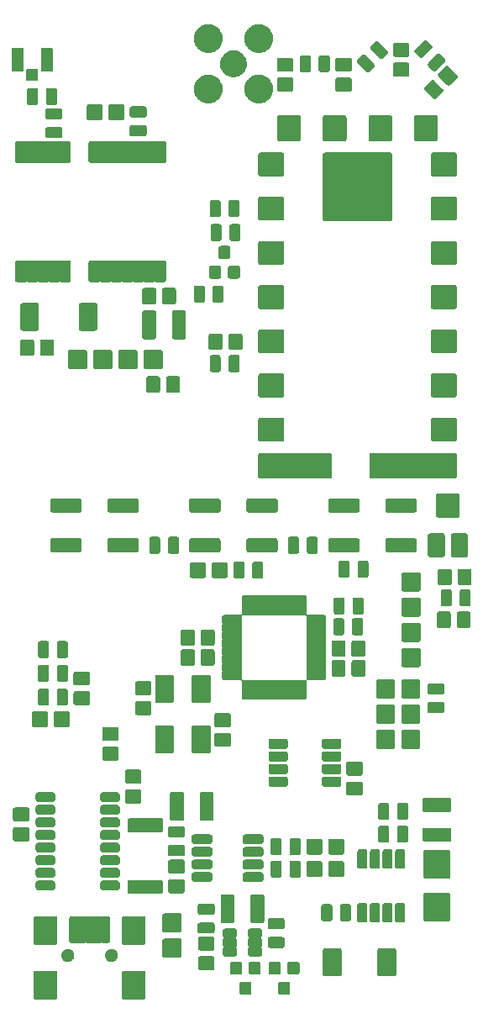
<source format=gbr>
G04 #@! TF.GenerationSoftware,KiCad,Pcbnew,(5.99.0-807-g128ec782d)*
G04 #@! TF.CreationDate,2020-02-24T10:18:47+01:00*
G04 #@! TF.ProjectId,SAR-APRS,5341522d-4150-4525-932e-6b696361645f,rev?*
G04 #@! TF.SameCoordinates,Original*
G04 #@! TF.FileFunction,Soldermask,Top*
G04 #@! TF.FilePolarity,Negative*
%FSLAX46Y46*%
G04 Gerber Fmt 4.6, Leading zero omitted, Abs format (unit mm)*
G04 Created by KiCad (PCBNEW (5.99.0-807-g128ec782d)) date 2020-02-24 10:18:47*
%MOMM*%
%LPD*%
G04 APERTURE LIST*
G04 APERTURE END LIST*
G36*
X115945280Y-145846082D02*
G01*
X115950000Y-145846082D01*
X115986854Y-145853413D01*
X116019461Y-145859162D01*
X116021407Y-145860285D01*
X116028036Y-145861604D01*
X116055655Y-145880058D01*
X116080539Y-145894425D01*
X116084856Y-145899570D01*
X116094192Y-145905808D01*
X116110229Y-145929809D01*
X116122232Y-145944114D01*
X116123869Y-145950222D01*
X116138396Y-145971964D01*
X116153918Y-146050000D01*
X116153918Y-146062367D01*
X116155014Y-146066457D01*
X116155014Y-148539064D01*
X116153918Y-148545280D01*
X116153918Y-148550000D01*
X116146587Y-148586854D01*
X116140838Y-148619461D01*
X116139715Y-148621407D01*
X116138396Y-148628036D01*
X116119938Y-148655660D01*
X116105573Y-148680541D01*
X116100429Y-148684857D01*
X116094192Y-148694192D01*
X116070202Y-148710221D01*
X116055889Y-148722232D01*
X116049776Y-148723870D01*
X116028036Y-148738396D01*
X115950000Y-148753918D01*
X115937633Y-148753918D01*
X115933543Y-148755014D01*
X113960936Y-148755014D01*
X113954720Y-148753918D01*
X113950000Y-148753918D01*
X113913146Y-148746587D01*
X113880539Y-148740838D01*
X113878593Y-148739715D01*
X113871964Y-148738396D01*
X113844340Y-148719938D01*
X113819459Y-148705573D01*
X113815143Y-148700429D01*
X113805808Y-148694192D01*
X113789779Y-148670202D01*
X113777768Y-148655889D01*
X113776130Y-148649776D01*
X113761604Y-148628036D01*
X113746082Y-148550000D01*
X113746082Y-148537633D01*
X113744986Y-148533543D01*
X113744986Y-146060936D01*
X113746082Y-146054720D01*
X113746082Y-146050000D01*
X113753413Y-146013146D01*
X113759162Y-145980539D01*
X113760285Y-145978593D01*
X113761604Y-145971964D01*
X113780058Y-145944345D01*
X113794425Y-145919461D01*
X113799570Y-145915144D01*
X113805808Y-145905808D01*
X113829809Y-145889771D01*
X113844114Y-145877768D01*
X113850222Y-145876131D01*
X113871964Y-145861604D01*
X113950000Y-145846082D01*
X113962367Y-145846082D01*
X113966457Y-145844986D01*
X115939064Y-145844986D01*
X115945280Y-145846082D01*
G37*
G36*
X107045280Y-145846082D02*
G01*
X107050000Y-145846082D01*
X107086854Y-145853413D01*
X107119461Y-145859162D01*
X107121407Y-145860285D01*
X107128036Y-145861604D01*
X107155655Y-145880058D01*
X107180539Y-145894425D01*
X107184856Y-145899570D01*
X107194192Y-145905808D01*
X107210229Y-145929809D01*
X107222232Y-145944114D01*
X107223869Y-145950222D01*
X107238396Y-145971964D01*
X107253918Y-146050000D01*
X107253918Y-146062367D01*
X107255014Y-146066457D01*
X107255014Y-148539064D01*
X107253918Y-148545280D01*
X107253918Y-148550000D01*
X107246587Y-148586854D01*
X107240838Y-148619461D01*
X107239715Y-148621407D01*
X107238396Y-148628036D01*
X107219938Y-148655660D01*
X107205573Y-148680541D01*
X107200429Y-148684857D01*
X107194192Y-148694192D01*
X107170202Y-148710221D01*
X107155889Y-148722232D01*
X107149776Y-148723870D01*
X107128036Y-148738396D01*
X107050000Y-148753918D01*
X107037633Y-148753918D01*
X107033543Y-148755014D01*
X105060936Y-148755014D01*
X105054720Y-148753918D01*
X105050000Y-148753918D01*
X105013146Y-148746587D01*
X104980539Y-148740838D01*
X104978593Y-148739715D01*
X104971964Y-148738396D01*
X104944340Y-148719938D01*
X104919459Y-148705573D01*
X104915143Y-148700429D01*
X104905808Y-148694192D01*
X104889779Y-148670202D01*
X104877768Y-148655889D01*
X104876130Y-148649776D01*
X104861604Y-148628036D01*
X104846082Y-148550000D01*
X104846082Y-148537633D01*
X104844986Y-148533543D01*
X104844986Y-146060936D01*
X104846082Y-146054720D01*
X104846082Y-146050000D01*
X104853413Y-146013146D01*
X104859162Y-145980539D01*
X104860285Y-145978593D01*
X104861604Y-145971964D01*
X104880058Y-145944345D01*
X104894425Y-145919461D01*
X104899570Y-145915144D01*
X104905808Y-145905808D01*
X104929809Y-145889771D01*
X104944114Y-145877768D01*
X104950222Y-145876131D01*
X104971964Y-145861604D01*
X105050000Y-145846082D01*
X105062367Y-145846082D01*
X105066457Y-145844986D01*
X107039064Y-145844986D01*
X107045280Y-145846082D01*
G37*
G36*
X126595280Y-146946082D02*
G01*
X126600000Y-146946082D01*
X126636854Y-146953413D01*
X126669461Y-146959162D01*
X126671407Y-146960285D01*
X126678036Y-146961604D01*
X126705655Y-146980058D01*
X126730539Y-146994425D01*
X126734856Y-146999570D01*
X126744192Y-147005808D01*
X126760229Y-147029809D01*
X126772232Y-147044114D01*
X126773869Y-147050222D01*
X126788396Y-147071964D01*
X126803918Y-147150000D01*
X126803918Y-147162367D01*
X126805014Y-147166457D01*
X126805014Y-148039064D01*
X126803918Y-148045280D01*
X126803918Y-148050000D01*
X126796587Y-148086854D01*
X126790838Y-148119461D01*
X126789715Y-148121407D01*
X126788396Y-148128036D01*
X126769938Y-148155660D01*
X126755573Y-148180541D01*
X126750429Y-148184857D01*
X126744192Y-148194192D01*
X126720202Y-148210221D01*
X126705889Y-148222232D01*
X126699776Y-148223870D01*
X126678036Y-148238396D01*
X126600000Y-148253918D01*
X126587633Y-148253918D01*
X126583543Y-148255014D01*
X125810936Y-148255014D01*
X125804720Y-148253918D01*
X125800000Y-148253918D01*
X125763146Y-148246587D01*
X125730539Y-148240838D01*
X125728593Y-148239715D01*
X125721964Y-148238396D01*
X125694340Y-148219938D01*
X125669459Y-148205573D01*
X125665143Y-148200429D01*
X125655808Y-148194192D01*
X125639779Y-148170202D01*
X125627768Y-148155889D01*
X125626130Y-148149776D01*
X125611604Y-148128036D01*
X125596082Y-148050000D01*
X125596082Y-148037633D01*
X125594986Y-148033543D01*
X125594986Y-147160936D01*
X125596082Y-147154720D01*
X125596082Y-147150000D01*
X125603413Y-147113146D01*
X125609162Y-147080539D01*
X125610285Y-147078593D01*
X125611604Y-147071964D01*
X125630058Y-147044345D01*
X125644425Y-147019461D01*
X125649570Y-147015144D01*
X125655808Y-147005808D01*
X125679809Y-146989771D01*
X125694114Y-146977768D01*
X125700222Y-146976131D01*
X125721964Y-146961604D01*
X125800000Y-146946082D01*
X125812367Y-146946082D01*
X125816457Y-146944986D01*
X126589064Y-146944986D01*
X126595280Y-146946082D01*
G37*
G36*
X130495280Y-146946082D02*
G01*
X130500000Y-146946082D01*
X130536854Y-146953413D01*
X130569461Y-146959162D01*
X130571407Y-146960285D01*
X130578036Y-146961604D01*
X130605655Y-146980058D01*
X130630539Y-146994425D01*
X130634856Y-146999570D01*
X130644192Y-147005808D01*
X130660229Y-147029809D01*
X130672232Y-147044114D01*
X130673869Y-147050222D01*
X130688396Y-147071964D01*
X130703918Y-147150000D01*
X130703918Y-147162367D01*
X130705014Y-147166457D01*
X130705014Y-148039064D01*
X130703918Y-148045280D01*
X130703918Y-148050000D01*
X130696587Y-148086854D01*
X130690838Y-148119461D01*
X130689715Y-148121407D01*
X130688396Y-148128036D01*
X130669938Y-148155660D01*
X130655573Y-148180541D01*
X130650429Y-148184857D01*
X130644192Y-148194192D01*
X130620202Y-148210221D01*
X130605889Y-148222232D01*
X130599776Y-148223870D01*
X130578036Y-148238396D01*
X130500000Y-148253918D01*
X130487633Y-148253918D01*
X130483543Y-148255014D01*
X129710936Y-148255014D01*
X129704720Y-148253918D01*
X129700000Y-148253918D01*
X129663146Y-148246587D01*
X129630539Y-148240838D01*
X129628593Y-148239715D01*
X129621964Y-148238396D01*
X129594340Y-148219938D01*
X129569459Y-148205573D01*
X129565143Y-148200429D01*
X129555808Y-148194192D01*
X129539779Y-148170202D01*
X129527768Y-148155889D01*
X129526130Y-148149776D01*
X129511604Y-148128036D01*
X129496082Y-148050000D01*
X129496082Y-148037633D01*
X129494986Y-148033543D01*
X129494986Y-147160936D01*
X129496082Y-147154720D01*
X129496082Y-147150000D01*
X129503413Y-147113146D01*
X129509162Y-147080539D01*
X129510285Y-147078593D01*
X129511604Y-147071964D01*
X129530058Y-147044345D01*
X129544425Y-147019461D01*
X129549570Y-147015144D01*
X129555808Y-147005808D01*
X129579809Y-146989771D01*
X129594114Y-146977768D01*
X129600222Y-146976131D01*
X129621964Y-146961604D01*
X129700000Y-146946082D01*
X129712367Y-146946082D01*
X129716457Y-146944986D01*
X130489064Y-146944986D01*
X130495280Y-146946082D01*
G37*
G36*
X135695280Y-143596082D02*
G01*
X135700000Y-143596082D01*
X135736854Y-143603413D01*
X135769461Y-143609162D01*
X135771407Y-143610285D01*
X135778036Y-143611604D01*
X135805655Y-143630058D01*
X135830539Y-143644425D01*
X135834856Y-143649570D01*
X135844192Y-143655808D01*
X135860229Y-143679809D01*
X135872232Y-143694114D01*
X135873869Y-143700222D01*
X135888396Y-143721964D01*
X135903918Y-143800000D01*
X135903918Y-143812367D01*
X135905014Y-143816457D01*
X135905014Y-146189064D01*
X135903918Y-146195280D01*
X135903918Y-146200000D01*
X135896587Y-146236854D01*
X135890838Y-146269461D01*
X135889715Y-146271407D01*
X135888396Y-146278036D01*
X135869938Y-146305660D01*
X135855573Y-146330541D01*
X135850429Y-146334857D01*
X135844192Y-146344192D01*
X135820202Y-146360221D01*
X135805889Y-146372232D01*
X135799776Y-146373870D01*
X135778036Y-146388396D01*
X135700000Y-146403918D01*
X135687633Y-146403918D01*
X135683543Y-146405014D01*
X134210936Y-146405014D01*
X134204720Y-146403918D01*
X134200000Y-146403918D01*
X134163146Y-146396587D01*
X134130539Y-146390838D01*
X134128593Y-146389715D01*
X134121964Y-146388396D01*
X134094340Y-146369938D01*
X134069459Y-146355573D01*
X134065143Y-146350429D01*
X134055808Y-146344192D01*
X134039779Y-146320202D01*
X134027768Y-146305889D01*
X134026130Y-146299776D01*
X134011604Y-146278036D01*
X133996082Y-146200000D01*
X133996082Y-146187633D01*
X133994986Y-146183543D01*
X133994986Y-143810936D01*
X133996082Y-143804720D01*
X133996082Y-143800000D01*
X134003413Y-143763146D01*
X134009162Y-143730539D01*
X134010285Y-143728593D01*
X134011604Y-143721964D01*
X134030058Y-143694345D01*
X134044425Y-143669461D01*
X134049570Y-143665144D01*
X134055808Y-143655808D01*
X134079809Y-143639771D01*
X134094114Y-143627768D01*
X134100222Y-143626131D01*
X134121964Y-143611604D01*
X134200000Y-143596082D01*
X134212367Y-143596082D01*
X134216457Y-143594986D01*
X135689064Y-143594986D01*
X135695280Y-143596082D01*
G37*
G36*
X141195280Y-143596082D02*
G01*
X141200000Y-143596082D01*
X141236854Y-143603413D01*
X141269461Y-143609162D01*
X141271407Y-143610285D01*
X141278036Y-143611604D01*
X141305655Y-143630058D01*
X141330539Y-143644425D01*
X141334856Y-143649570D01*
X141344192Y-143655808D01*
X141360229Y-143679809D01*
X141372232Y-143694114D01*
X141373869Y-143700222D01*
X141388396Y-143721964D01*
X141403918Y-143800000D01*
X141403918Y-143812367D01*
X141405014Y-143816457D01*
X141405014Y-146189064D01*
X141403918Y-146195280D01*
X141403918Y-146200000D01*
X141396587Y-146236854D01*
X141390838Y-146269461D01*
X141389715Y-146271407D01*
X141388396Y-146278036D01*
X141369938Y-146305660D01*
X141355573Y-146330541D01*
X141350429Y-146334857D01*
X141344192Y-146344192D01*
X141320202Y-146360221D01*
X141305889Y-146372232D01*
X141299776Y-146373870D01*
X141278036Y-146388396D01*
X141200000Y-146403918D01*
X141187633Y-146403918D01*
X141183543Y-146405014D01*
X139710936Y-146405014D01*
X139704720Y-146403918D01*
X139700000Y-146403918D01*
X139663146Y-146396587D01*
X139630539Y-146390838D01*
X139628593Y-146389715D01*
X139621964Y-146388396D01*
X139594340Y-146369938D01*
X139569459Y-146355573D01*
X139565143Y-146350429D01*
X139555808Y-146344192D01*
X139539779Y-146320202D01*
X139527768Y-146305889D01*
X139526130Y-146299776D01*
X139511604Y-146278036D01*
X139496082Y-146200000D01*
X139496082Y-146187633D01*
X139494986Y-146183543D01*
X139494986Y-143810936D01*
X139496082Y-143804720D01*
X139496082Y-143800000D01*
X139503413Y-143763146D01*
X139509162Y-143730539D01*
X139510285Y-143728593D01*
X139511604Y-143721964D01*
X139530058Y-143694345D01*
X139544425Y-143669461D01*
X139549570Y-143665144D01*
X139555808Y-143655808D01*
X139579809Y-143639771D01*
X139594114Y-143627768D01*
X139600222Y-143626131D01*
X139621964Y-143611604D01*
X139700000Y-143596082D01*
X139712367Y-143596082D01*
X139716457Y-143594986D01*
X141189064Y-143594986D01*
X141195280Y-143596082D01*
G37*
G36*
X125645280Y-144946082D02*
G01*
X125650000Y-144946082D01*
X125686854Y-144953413D01*
X125719461Y-144959162D01*
X125721407Y-144960285D01*
X125728036Y-144961604D01*
X125755655Y-144980058D01*
X125780539Y-144994425D01*
X125784856Y-144999570D01*
X125794192Y-145005808D01*
X125810229Y-145029809D01*
X125822232Y-145044114D01*
X125823869Y-145050222D01*
X125838396Y-145071964D01*
X125853918Y-145150000D01*
X125853918Y-145162367D01*
X125855014Y-145166457D01*
X125855014Y-146039064D01*
X125853918Y-146045280D01*
X125853918Y-146050000D01*
X125846587Y-146086854D01*
X125840838Y-146119461D01*
X125839715Y-146121407D01*
X125838396Y-146128036D01*
X125819938Y-146155660D01*
X125805573Y-146180541D01*
X125800429Y-146184857D01*
X125794192Y-146194192D01*
X125770202Y-146210221D01*
X125755889Y-146222232D01*
X125749776Y-146223870D01*
X125728036Y-146238396D01*
X125650000Y-146253918D01*
X125637633Y-146253918D01*
X125633543Y-146255014D01*
X124860936Y-146255014D01*
X124854720Y-146253918D01*
X124850000Y-146253918D01*
X124813146Y-146246587D01*
X124780539Y-146240838D01*
X124778593Y-146239715D01*
X124771964Y-146238396D01*
X124744340Y-146219938D01*
X124719459Y-146205573D01*
X124715143Y-146200429D01*
X124705808Y-146194192D01*
X124689779Y-146170202D01*
X124677768Y-146155889D01*
X124676130Y-146149776D01*
X124661604Y-146128036D01*
X124646082Y-146050000D01*
X124646082Y-146037633D01*
X124644986Y-146033543D01*
X124644986Y-145160936D01*
X124646082Y-145154720D01*
X124646082Y-145150000D01*
X124653413Y-145113146D01*
X124659162Y-145080539D01*
X124660285Y-145078593D01*
X124661604Y-145071964D01*
X124680058Y-145044345D01*
X124694425Y-145019461D01*
X124699570Y-145015144D01*
X124705808Y-145005808D01*
X124729809Y-144989771D01*
X124744114Y-144977768D01*
X124750222Y-144976131D01*
X124771964Y-144961604D01*
X124850000Y-144946082D01*
X124862367Y-144946082D01*
X124866457Y-144944986D01*
X125639064Y-144944986D01*
X125645280Y-144946082D01*
G37*
G36*
X127545280Y-144946082D02*
G01*
X127550000Y-144946082D01*
X127586854Y-144953413D01*
X127619461Y-144959162D01*
X127621407Y-144960285D01*
X127628036Y-144961604D01*
X127655655Y-144980058D01*
X127680539Y-144994425D01*
X127684856Y-144999570D01*
X127694192Y-145005808D01*
X127710229Y-145029809D01*
X127722232Y-145044114D01*
X127723869Y-145050222D01*
X127738396Y-145071964D01*
X127753918Y-145150000D01*
X127753918Y-145162367D01*
X127755014Y-145166457D01*
X127755014Y-146039064D01*
X127753918Y-146045280D01*
X127753918Y-146050000D01*
X127746587Y-146086854D01*
X127740838Y-146119461D01*
X127739715Y-146121407D01*
X127738396Y-146128036D01*
X127719938Y-146155660D01*
X127705573Y-146180541D01*
X127700429Y-146184857D01*
X127694192Y-146194192D01*
X127670202Y-146210221D01*
X127655889Y-146222232D01*
X127649776Y-146223870D01*
X127628036Y-146238396D01*
X127550000Y-146253918D01*
X127537633Y-146253918D01*
X127533543Y-146255014D01*
X126760936Y-146255014D01*
X126754720Y-146253918D01*
X126750000Y-146253918D01*
X126713146Y-146246587D01*
X126680539Y-146240838D01*
X126678593Y-146239715D01*
X126671964Y-146238396D01*
X126644340Y-146219938D01*
X126619459Y-146205573D01*
X126615143Y-146200429D01*
X126605808Y-146194192D01*
X126589779Y-146170202D01*
X126577768Y-146155889D01*
X126576130Y-146149776D01*
X126561604Y-146128036D01*
X126546082Y-146050000D01*
X126546082Y-146037633D01*
X126544986Y-146033543D01*
X126544986Y-145160936D01*
X126546082Y-145154720D01*
X126546082Y-145150000D01*
X126553413Y-145113146D01*
X126559162Y-145080539D01*
X126560285Y-145078593D01*
X126561604Y-145071964D01*
X126580058Y-145044345D01*
X126594425Y-145019461D01*
X126599570Y-145015144D01*
X126605808Y-145005808D01*
X126629809Y-144989771D01*
X126644114Y-144977768D01*
X126650222Y-144976131D01*
X126671964Y-144961604D01*
X126750000Y-144946082D01*
X126762367Y-144946082D01*
X126766457Y-144944986D01*
X127539064Y-144944986D01*
X127545280Y-144946082D01*
G37*
G36*
X129545280Y-144946082D02*
G01*
X129550000Y-144946082D01*
X129586854Y-144953413D01*
X129619461Y-144959162D01*
X129621407Y-144960285D01*
X129628036Y-144961604D01*
X129655655Y-144980058D01*
X129680539Y-144994425D01*
X129684856Y-144999570D01*
X129694192Y-145005808D01*
X129710229Y-145029809D01*
X129722232Y-145044114D01*
X129723869Y-145050222D01*
X129738396Y-145071964D01*
X129753918Y-145150000D01*
X129753918Y-145162367D01*
X129755014Y-145166457D01*
X129755014Y-146039064D01*
X129753918Y-146045280D01*
X129753918Y-146050000D01*
X129746587Y-146086854D01*
X129740838Y-146119461D01*
X129739715Y-146121407D01*
X129738396Y-146128036D01*
X129719938Y-146155660D01*
X129705573Y-146180541D01*
X129700429Y-146184857D01*
X129694192Y-146194192D01*
X129670202Y-146210221D01*
X129655889Y-146222232D01*
X129649776Y-146223870D01*
X129628036Y-146238396D01*
X129550000Y-146253918D01*
X129537633Y-146253918D01*
X129533543Y-146255014D01*
X128760936Y-146255014D01*
X128754720Y-146253918D01*
X128750000Y-146253918D01*
X128713146Y-146246587D01*
X128680539Y-146240838D01*
X128678593Y-146239715D01*
X128671964Y-146238396D01*
X128644340Y-146219938D01*
X128619459Y-146205573D01*
X128615143Y-146200429D01*
X128605808Y-146194192D01*
X128589779Y-146170202D01*
X128577768Y-146155889D01*
X128576130Y-146149776D01*
X128561604Y-146128036D01*
X128546082Y-146050000D01*
X128546082Y-146037633D01*
X128544986Y-146033543D01*
X128544986Y-145160936D01*
X128546082Y-145154720D01*
X128546082Y-145150000D01*
X128553413Y-145113146D01*
X128559162Y-145080539D01*
X128560285Y-145078593D01*
X128561604Y-145071964D01*
X128580058Y-145044345D01*
X128594425Y-145019461D01*
X128599570Y-145015144D01*
X128605808Y-145005808D01*
X128629809Y-144989771D01*
X128644114Y-144977768D01*
X128650222Y-144976131D01*
X128671964Y-144961604D01*
X128750000Y-144946082D01*
X128762367Y-144946082D01*
X128766457Y-144944986D01*
X129539064Y-144944986D01*
X129545280Y-144946082D01*
G37*
G36*
X131445280Y-144946082D02*
G01*
X131450000Y-144946082D01*
X131486854Y-144953413D01*
X131519461Y-144959162D01*
X131521407Y-144960285D01*
X131528036Y-144961604D01*
X131555655Y-144980058D01*
X131580539Y-144994425D01*
X131584856Y-144999570D01*
X131594192Y-145005808D01*
X131610229Y-145029809D01*
X131622232Y-145044114D01*
X131623869Y-145050222D01*
X131638396Y-145071964D01*
X131653918Y-145150000D01*
X131653918Y-145162367D01*
X131655014Y-145166457D01*
X131655014Y-146039064D01*
X131653918Y-146045280D01*
X131653918Y-146050000D01*
X131646587Y-146086854D01*
X131640838Y-146119461D01*
X131639715Y-146121407D01*
X131638396Y-146128036D01*
X131619938Y-146155660D01*
X131605573Y-146180541D01*
X131600429Y-146184857D01*
X131594192Y-146194192D01*
X131570202Y-146210221D01*
X131555889Y-146222232D01*
X131549776Y-146223870D01*
X131528036Y-146238396D01*
X131450000Y-146253918D01*
X131437633Y-146253918D01*
X131433543Y-146255014D01*
X130660936Y-146255014D01*
X130654720Y-146253918D01*
X130650000Y-146253918D01*
X130613146Y-146246587D01*
X130580539Y-146240838D01*
X130578593Y-146239715D01*
X130571964Y-146238396D01*
X130544340Y-146219938D01*
X130519459Y-146205573D01*
X130515143Y-146200429D01*
X130505808Y-146194192D01*
X130489779Y-146170202D01*
X130477768Y-146155889D01*
X130476130Y-146149776D01*
X130461604Y-146128036D01*
X130446082Y-146050000D01*
X130446082Y-146037633D01*
X130444986Y-146033543D01*
X130444986Y-145160936D01*
X130446082Y-145154720D01*
X130446082Y-145150000D01*
X130453413Y-145113146D01*
X130459162Y-145080539D01*
X130460285Y-145078593D01*
X130461604Y-145071964D01*
X130480058Y-145044345D01*
X130494425Y-145019461D01*
X130499570Y-145015144D01*
X130505808Y-145005808D01*
X130529809Y-144989771D01*
X130544114Y-144977768D01*
X130550222Y-144976131D01*
X130571964Y-144961604D01*
X130650000Y-144946082D01*
X130662367Y-144946082D01*
X130666457Y-144944986D01*
X131439064Y-144944986D01*
X131445280Y-144946082D01*
G37*
G36*
X122870280Y-144396082D02*
G01*
X122875000Y-144396082D01*
X122911854Y-144403413D01*
X122944461Y-144409162D01*
X122946407Y-144410285D01*
X122953036Y-144411604D01*
X122980655Y-144430058D01*
X123005539Y-144444425D01*
X123009856Y-144449570D01*
X123019192Y-144455808D01*
X123035229Y-144479809D01*
X123047232Y-144494114D01*
X123048869Y-144500222D01*
X123063396Y-144521964D01*
X123078918Y-144600000D01*
X123078918Y-144612367D01*
X123080014Y-144616457D01*
X123080014Y-145589064D01*
X123078918Y-145595280D01*
X123078918Y-145600000D01*
X123071587Y-145636854D01*
X123065838Y-145669461D01*
X123064715Y-145671407D01*
X123063396Y-145678036D01*
X123044938Y-145705660D01*
X123030573Y-145730541D01*
X123025429Y-145734857D01*
X123019192Y-145744192D01*
X122995202Y-145760221D01*
X122980889Y-145772232D01*
X122974776Y-145773870D01*
X122953036Y-145788396D01*
X122875000Y-145803918D01*
X122862633Y-145803918D01*
X122858543Y-145805014D01*
X121635936Y-145805014D01*
X121629720Y-145803918D01*
X121625000Y-145803918D01*
X121588146Y-145796587D01*
X121555539Y-145790838D01*
X121553593Y-145789715D01*
X121546964Y-145788396D01*
X121519340Y-145769938D01*
X121494459Y-145755573D01*
X121490143Y-145750429D01*
X121480808Y-145744192D01*
X121464779Y-145720202D01*
X121452768Y-145705889D01*
X121451130Y-145699776D01*
X121436604Y-145678036D01*
X121421082Y-145600000D01*
X121421082Y-145587633D01*
X121419986Y-145583543D01*
X121419986Y-144610936D01*
X121421082Y-144604720D01*
X121421082Y-144600000D01*
X121428413Y-144563146D01*
X121434162Y-144530539D01*
X121435285Y-144528593D01*
X121436604Y-144521964D01*
X121455058Y-144494345D01*
X121469425Y-144469461D01*
X121474570Y-144465144D01*
X121480808Y-144455808D01*
X121504809Y-144439771D01*
X121519114Y-144427768D01*
X121525222Y-144426131D01*
X121546964Y-144411604D01*
X121625000Y-144396082D01*
X121637367Y-144396082D01*
X121641457Y-144394986D01*
X122864064Y-144394986D01*
X122870280Y-144396082D01*
G37*
G36*
X108321921Y-143650094D02*
G01*
X108377451Y-143650482D01*
X108395548Y-143654727D01*
X108422766Y-143656439D01*
X108474461Y-143673236D01*
X108519425Y-143683782D01*
X108544381Y-143695954D01*
X108578956Y-143707188D01*
X108617282Y-143731510D01*
X108650494Y-143747709D01*
X108679292Y-143770863D01*
X108717619Y-143795186D01*
X108742505Y-143821687D01*
X108764145Y-143839086D01*
X108792833Y-143875282D01*
X108830040Y-143914903D01*
X108843178Y-143938801D01*
X108854723Y-143953367D01*
X108878714Y-144003440D01*
X108909158Y-144058817D01*
X108913675Y-144076409D01*
X108917734Y-144084881D01*
X108932214Y-144148614D01*
X108950000Y-144217886D01*
X108950000Y-144382114D01*
X108947536Y-144391713D01*
X108947533Y-144391892D01*
X108911487Y-144532283D01*
X108911399Y-144532454D01*
X108909158Y-144541183D01*
X108874709Y-144603846D01*
X108844830Y-144661983D01*
X108838790Y-144669182D01*
X108830040Y-144685097D01*
X108786779Y-144731165D01*
X108751091Y-144773697D01*
X108736289Y-144784932D01*
X108717619Y-144804814D01*
X108671726Y-144833938D01*
X108634941Y-144861860D01*
X108609653Y-144873331D01*
X108578956Y-144892812D01*
X108535784Y-144906839D01*
X108502131Y-144922105D01*
X108465933Y-144929535D01*
X108422766Y-144943561D01*
X108386482Y-144945844D01*
X108359287Y-144951426D01*
X108313121Y-144950459D01*
X108258862Y-144953873D01*
X108232070Y-144948762D01*
X108213487Y-144948373D01*
X108159608Y-144934939D01*
X108097543Y-144923100D01*
X108081112Y-144915368D01*
X108071991Y-144913094D01*
X108013628Y-144883613D01*
X107948945Y-144853175D01*
X107942002Y-144847432D01*
X107941827Y-144847343D01*
X107829468Y-144754391D01*
X107829349Y-144754237D01*
X107822405Y-144748492D01*
X107780373Y-144690641D01*
X107740489Y-144638850D01*
X107736548Y-144630320D01*
X107725874Y-144615629D01*
X107702611Y-144556873D01*
X107679322Y-144506471D01*
X107675458Y-144488295D01*
X107665417Y-144462933D01*
X107658604Y-144409001D01*
X107649003Y-144363833D01*
X107649391Y-144336070D01*
X107644834Y-144300000D01*
X107650523Y-144254966D01*
X107651039Y-144218016D01*
X107659728Y-144182099D01*
X107665417Y-144137067D01*
X107678800Y-144103266D01*
X107685329Y-144076278D01*
X107705864Y-144034911D01*
X107725874Y-143984371D01*
X107741904Y-143962307D01*
X107750169Y-143945658D01*
X107785271Y-143902618D01*
X107822405Y-143851508D01*
X107836393Y-143839936D01*
X107842337Y-143832648D01*
X107893887Y-143792373D01*
X107948945Y-143746825D01*
X107957095Y-143742990D01*
X107957247Y-143742871D01*
X108089202Y-143680778D01*
X108089389Y-143680737D01*
X108097543Y-143676900D01*
X108167773Y-143663503D01*
X108231626Y-143649464D01*
X108241025Y-143649530D01*
X108258862Y-143646127D01*
X108321921Y-143650094D01*
G37*
G36*
X112721921Y-143650094D02*
G01*
X112777451Y-143650482D01*
X112795548Y-143654727D01*
X112822766Y-143656439D01*
X112874461Y-143673236D01*
X112919425Y-143683782D01*
X112944381Y-143695954D01*
X112978956Y-143707188D01*
X113017282Y-143731510D01*
X113050494Y-143747709D01*
X113079292Y-143770863D01*
X113117619Y-143795186D01*
X113142505Y-143821687D01*
X113164145Y-143839086D01*
X113192833Y-143875282D01*
X113230040Y-143914903D01*
X113243178Y-143938801D01*
X113254723Y-143953367D01*
X113278714Y-144003440D01*
X113309158Y-144058817D01*
X113313675Y-144076409D01*
X113317734Y-144084881D01*
X113332214Y-144148614D01*
X113350000Y-144217886D01*
X113350000Y-144382114D01*
X113347536Y-144391713D01*
X113347533Y-144391892D01*
X113311487Y-144532283D01*
X113311399Y-144532454D01*
X113309158Y-144541183D01*
X113274709Y-144603846D01*
X113244830Y-144661983D01*
X113238790Y-144669182D01*
X113230040Y-144685097D01*
X113186779Y-144731165D01*
X113151091Y-144773697D01*
X113136289Y-144784932D01*
X113117619Y-144804814D01*
X113071726Y-144833938D01*
X113034941Y-144861860D01*
X113009653Y-144873331D01*
X112978956Y-144892812D01*
X112935784Y-144906839D01*
X112902131Y-144922105D01*
X112865933Y-144929535D01*
X112822766Y-144943561D01*
X112786482Y-144945844D01*
X112759287Y-144951426D01*
X112713121Y-144950459D01*
X112658862Y-144953873D01*
X112632070Y-144948762D01*
X112613487Y-144948373D01*
X112559608Y-144934939D01*
X112497543Y-144923100D01*
X112481112Y-144915368D01*
X112471991Y-144913094D01*
X112413628Y-144883613D01*
X112348945Y-144853175D01*
X112342002Y-144847432D01*
X112341827Y-144847343D01*
X112229468Y-144754391D01*
X112229349Y-144754237D01*
X112222405Y-144748492D01*
X112180373Y-144690641D01*
X112140489Y-144638850D01*
X112136548Y-144630320D01*
X112125874Y-144615629D01*
X112102611Y-144556873D01*
X112079322Y-144506471D01*
X112075458Y-144488295D01*
X112065417Y-144462933D01*
X112058604Y-144409001D01*
X112049003Y-144363833D01*
X112049391Y-144336070D01*
X112044834Y-144300000D01*
X112050523Y-144254966D01*
X112051039Y-144218016D01*
X112059728Y-144182099D01*
X112065417Y-144137067D01*
X112078800Y-144103266D01*
X112085329Y-144076278D01*
X112105864Y-144034911D01*
X112125874Y-143984371D01*
X112141904Y-143962307D01*
X112150169Y-143945658D01*
X112185271Y-143902618D01*
X112222405Y-143851508D01*
X112236393Y-143839936D01*
X112242337Y-143832648D01*
X112293887Y-143792373D01*
X112348945Y-143746825D01*
X112357095Y-143742990D01*
X112357247Y-143742871D01*
X112489202Y-143680778D01*
X112489389Y-143680737D01*
X112497543Y-143676900D01*
X112567773Y-143663503D01*
X112631626Y-143649464D01*
X112641025Y-143649530D01*
X112658862Y-143646127D01*
X112721921Y-143650094D01*
G37*
G36*
X119557280Y-142604082D02*
G01*
X119562000Y-142604082D01*
X119598854Y-142611413D01*
X119631461Y-142617162D01*
X119633407Y-142618285D01*
X119640036Y-142619604D01*
X119667655Y-142638058D01*
X119692539Y-142652425D01*
X119696856Y-142657570D01*
X119706192Y-142663808D01*
X119722229Y-142687809D01*
X119734232Y-142702114D01*
X119735869Y-142708222D01*
X119750396Y-142729964D01*
X119765918Y-142808000D01*
X119765918Y-142820367D01*
X119767014Y-142824457D01*
X119767014Y-144321064D01*
X119765918Y-144327280D01*
X119765918Y-144332000D01*
X119758587Y-144368854D01*
X119752838Y-144401461D01*
X119751715Y-144403407D01*
X119750396Y-144410036D01*
X119731938Y-144437660D01*
X119717573Y-144462541D01*
X119712429Y-144466857D01*
X119706192Y-144476192D01*
X119682202Y-144492221D01*
X119667889Y-144504232D01*
X119661776Y-144505870D01*
X119640036Y-144520396D01*
X119562000Y-144535918D01*
X119549633Y-144535918D01*
X119545543Y-144537014D01*
X118048936Y-144537014D01*
X118042720Y-144535918D01*
X118038000Y-144535918D01*
X118001146Y-144528587D01*
X117968539Y-144522838D01*
X117966593Y-144521715D01*
X117959964Y-144520396D01*
X117932340Y-144501938D01*
X117907459Y-144487573D01*
X117903143Y-144482429D01*
X117893808Y-144476192D01*
X117877779Y-144452202D01*
X117865768Y-144437889D01*
X117864130Y-144431776D01*
X117849604Y-144410036D01*
X117834082Y-144332000D01*
X117834082Y-144319633D01*
X117832986Y-144315543D01*
X117832986Y-142818936D01*
X117834082Y-142812720D01*
X117834082Y-142808000D01*
X117841413Y-142771146D01*
X117847162Y-142738539D01*
X117848285Y-142736593D01*
X117849604Y-142729964D01*
X117868058Y-142702345D01*
X117882425Y-142677461D01*
X117887570Y-142673144D01*
X117893808Y-142663808D01*
X117917809Y-142647771D01*
X117932114Y-142635768D01*
X117938222Y-142634131D01*
X117959964Y-142619604D01*
X118038000Y-142604082D01*
X118050367Y-142604082D01*
X118054457Y-142602986D01*
X119551064Y-142602986D01*
X119557280Y-142604082D01*
G37*
G36*
X127665660Y-141593582D02*
G01*
X127670380Y-141593582D01*
X127707234Y-141600913D01*
X127739841Y-141606662D01*
X127741787Y-141607785D01*
X127748416Y-141609104D01*
X127776035Y-141627558D01*
X127800919Y-141641925D01*
X127805236Y-141647070D01*
X127814572Y-141653308D01*
X127830609Y-141677309D01*
X127842612Y-141691614D01*
X127844249Y-141697722D01*
X127858776Y-141719464D01*
X127874298Y-141797500D01*
X127874298Y-141809867D01*
X127875394Y-141813957D01*
X127875394Y-142286564D01*
X127874298Y-142292780D01*
X127874298Y-142297500D01*
X127866967Y-142334354D01*
X127861218Y-142366961D01*
X127860095Y-142368907D01*
X127858776Y-142375536D01*
X127840323Y-142403154D01*
X127825954Y-142428041D01*
X127825087Y-142428768D01*
X127786074Y-142487409D01*
X127784958Y-142557833D01*
X127807796Y-142601280D01*
X127814572Y-142605808D01*
X127830609Y-142629810D01*
X127842612Y-142644114D01*
X127844249Y-142650222D01*
X127858776Y-142671964D01*
X127874298Y-142750000D01*
X127874298Y-142762367D01*
X127875394Y-142766457D01*
X127875394Y-143239064D01*
X127874298Y-143245280D01*
X127874298Y-143250000D01*
X127866967Y-143286854D01*
X127861218Y-143319461D01*
X127860095Y-143321407D01*
X127858776Y-143328036D01*
X127840323Y-143355654D01*
X127825954Y-143380541D01*
X127825087Y-143381268D01*
X127786074Y-143439909D01*
X127784958Y-143510333D01*
X127807796Y-143553780D01*
X127814572Y-143558308D01*
X127830609Y-143582310D01*
X127842612Y-143596614D01*
X127844249Y-143602722D01*
X127858776Y-143624464D01*
X127874298Y-143702500D01*
X127874298Y-143714867D01*
X127875394Y-143718957D01*
X127875394Y-144191564D01*
X127874298Y-144197780D01*
X127874298Y-144202500D01*
X127866967Y-144239354D01*
X127861218Y-144271961D01*
X127860095Y-144273907D01*
X127858776Y-144280536D01*
X127840318Y-144308160D01*
X127825953Y-144333041D01*
X127820809Y-144337357D01*
X127814572Y-144346692D01*
X127790582Y-144362721D01*
X127776269Y-144374732D01*
X127770156Y-144376370D01*
X127748416Y-144390896D01*
X127670380Y-144406418D01*
X127658013Y-144406418D01*
X127653923Y-144407514D01*
X126680556Y-144407514D01*
X126674340Y-144406418D01*
X126669620Y-144406418D01*
X126632766Y-144399087D01*
X126600159Y-144393338D01*
X126598213Y-144392215D01*
X126591584Y-144390896D01*
X126563960Y-144372438D01*
X126539079Y-144358073D01*
X126534763Y-144352929D01*
X126525428Y-144346692D01*
X126509399Y-144322702D01*
X126497388Y-144308389D01*
X126495750Y-144302276D01*
X126481224Y-144280536D01*
X126465702Y-144202500D01*
X126465702Y-144190133D01*
X126464606Y-144186043D01*
X126464606Y-143713436D01*
X126465702Y-143707220D01*
X126465702Y-143702500D01*
X126473033Y-143665646D01*
X126478782Y-143633039D01*
X126479905Y-143631093D01*
X126481224Y-143624464D01*
X126499681Y-143596842D01*
X126514045Y-143571962D01*
X126514910Y-143571236D01*
X126553924Y-143512596D01*
X126555043Y-143442172D01*
X126532204Y-143398719D01*
X126525428Y-143394192D01*
X126509394Y-143370195D01*
X126497388Y-143355887D01*
X126495751Y-143349777D01*
X126481224Y-143328036D01*
X126465702Y-143250000D01*
X126465702Y-143237633D01*
X126464606Y-143233543D01*
X126464606Y-142760936D01*
X126465702Y-142754720D01*
X126465702Y-142750000D01*
X126473033Y-142713146D01*
X126478782Y-142680539D01*
X126479905Y-142678593D01*
X126481224Y-142671964D01*
X126499681Y-142644342D01*
X126514045Y-142619462D01*
X126514910Y-142618736D01*
X126553924Y-142560096D01*
X126555043Y-142489672D01*
X126532204Y-142446219D01*
X126525428Y-142441692D01*
X126509394Y-142417695D01*
X126497388Y-142403387D01*
X126495751Y-142397277D01*
X126481224Y-142375536D01*
X126465702Y-142297500D01*
X126465702Y-142285133D01*
X126464606Y-142281043D01*
X126464606Y-141808436D01*
X126465702Y-141802220D01*
X126465702Y-141797500D01*
X126473033Y-141760646D01*
X126478782Y-141728039D01*
X126479905Y-141726093D01*
X126481224Y-141719464D01*
X126499678Y-141691845D01*
X126514045Y-141666961D01*
X126519190Y-141662644D01*
X126525428Y-141653308D01*
X126549429Y-141637271D01*
X126563734Y-141625268D01*
X126569842Y-141623631D01*
X126591584Y-141609104D01*
X126669620Y-141593582D01*
X126681987Y-141593582D01*
X126686077Y-141592486D01*
X127659444Y-141592486D01*
X127665660Y-141593582D01*
G37*
G36*
X125125660Y-141593062D02*
G01*
X125130380Y-141593062D01*
X125167234Y-141600393D01*
X125199841Y-141606142D01*
X125201787Y-141607265D01*
X125208416Y-141608584D01*
X125236035Y-141627038D01*
X125260919Y-141641405D01*
X125265236Y-141646550D01*
X125274572Y-141652788D01*
X125290609Y-141676789D01*
X125302612Y-141691094D01*
X125304249Y-141697202D01*
X125318776Y-141718944D01*
X125334298Y-141796980D01*
X125334298Y-141809347D01*
X125335394Y-141813437D01*
X125335394Y-142287084D01*
X125334298Y-142293300D01*
X125334298Y-142298020D01*
X125326967Y-142334874D01*
X125321218Y-142367481D01*
X125320095Y-142369427D01*
X125318776Y-142376056D01*
X125300320Y-142403677D01*
X125285954Y-142428560D01*
X125285344Y-142429072D01*
X125246331Y-142487713D01*
X125245214Y-142558137D01*
X125267943Y-142601379D01*
X125274572Y-142605808D01*
X125290609Y-142629809D01*
X125302612Y-142644114D01*
X125304249Y-142650222D01*
X125318776Y-142671964D01*
X125334298Y-142750000D01*
X125334298Y-142762367D01*
X125335394Y-142766457D01*
X125335394Y-143239064D01*
X125334298Y-143245280D01*
X125334298Y-143250000D01*
X125326967Y-143286854D01*
X125321218Y-143319461D01*
X125320095Y-143321407D01*
X125318776Y-143328036D01*
X125300323Y-143355654D01*
X125285954Y-143380541D01*
X125285087Y-143381268D01*
X125246074Y-143439909D01*
X125244958Y-143510333D01*
X125267796Y-143553780D01*
X125274572Y-143558308D01*
X125290609Y-143582310D01*
X125302612Y-143596614D01*
X125304249Y-143602722D01*
X125318776Y-143624464D01*
X125334298Y-143702500D01*
X125334298Y-143714867D01*
X125335394Y-143718957D01*
X125335394Y-144191564D01*
X125334298Y-144197780D01*
X125334298Y-144202500D01*
X125326967Y-144239354D01*
X125321218Y-144271961D01*
X125320095Y-144273907D01*
X125318776Y-144280536D01*
X125300318Y-144308160D01*
X125285953Y-144333041D01*
X125280809Y-144337357D01*
X125274572Y-144346692D01*
X125250582Y-144362721D01*
X125236269Y-144374732D01*
X125230156Y-144376370D01*
X125208416Y-144390896D01*
X125130380Y-144406418D01*
X125118013Y-144406418D01*
X125113923Y-144407514D01*
X124140556Y-144407514D01*
X124134340Y-144406418D01*
X124129620Y-144406418D01*
X124092766Y-144399087D01*
X124060159Y-144393338D01*
X124058213Y-144392215D01*
X124051584Y-144390896D01*
X124023960Y-144372438D01*
X123999079Y-144358073D01*
X123994763Y-144352929D01*
X123985428Y-144346692D01*
X123969399Y-144322702D01*
X123957388Y-144308389D01*
X123955750Y-144302276D01*
X123941224Y-144280536D01*
X123925702Y-144202500D01*
X123925702Y-144190133D01*
X123924606Y-144186043D01*
X123924606Y-143713436D01*
X123925702Y-143707220D01*
X123925702Y-143702500D01*
X123933033Y-143665646D01*
X123938782Y-143633039D01*
X123939905Y-143631093D01*
X123941224Y-143624464D01*
X123959681Y-143596842D01*
X123974045Y-143571962D01*
X123974910Y-143571236D01*
X124013924Y-143512596D01*
X124015043Y-143442172D01*
X123992204Y-143398719D01*
X123985428Y-143394192D01*
X123969394Y-143370195D01*
X123957388Y-143355887D01*
X123955751Y-143349777D01*
X123941224Y-143328036D01*
X123925702Y-143250000D01*
X123925702Y-143237633D01*
X123924606Y-143233543D01*
X123924606Y-142760936D01*
X123925702Y-142754720D01*
X123925702Y-142750000D01*
X123933033Y-142713146D01*
X123938782Y-142680539D01*
X123939905Y-142678593D01*
X123941224Y-142671964D01*
X123959680Y-142644343D01*
X123974046Y-142619460D01*
X123974656Y-142618948D01*
X124013669Y-142560307D01*
X124014786Y-142489883D01*
X123992056Y-142446641D01*
X123985428Y-142442212D01*
X123969393Y-142418214D01*
X123957388Y-142403907D01*
X123955751Y-142397797D01*
X123941224Y-142376056D01*
X123925702Y-142298020D01*
X123925702Y-142285653D01*
X123924606Y-142281563D01*
X123924606Y-141807916D01*
X123925702Y-141801700D01*
X123925702Y-141796980D01*
X123933033Y-141760126D01*
X123938782Y-141727519D01*
X123939905Y-141725573D01*
X123941224Y-141718944D01*
X123959678Y-141691325D01*
X123974045Y-141666441D01*
X123979190Y-141662124D01*
X123985428Y-141652788D01*
X124009429Y-141636751D01*
X124023734Y-141624748D01*
X124029842Y-141623111D01*
X124051584Y-141608584D01*
X124129620Y-141593062D01*
X124141987Y-141593062D01*
X124146077Y-141591966D01*
X125119444Y-141591966D01*
X125125660Y-141593062D01*
G37*
G36*
X122870280Y-142396082D02*
G01*
X122875000Y-142396082D01*
X122911854Y-142403413D01*
X122944461Y-142409162D01*
X122946407Y-142410285D01*
X122953036Y-142411604D01*
X122980655Y-142430058D01*
X123005539Y-142444425D01*
X123009856Y-142449570D01*
X123019192Y-142455808D01*
X123035229Y-142479809D01*
X123047232Y-142494114D01*
X123048869Y-142500222D01*
X123063396Y-142521964D01*
X123078918Y-142600000D01*
X123078918Y-142612367D01*
X123080014Y-142616457D01*
X123080014Y-143589064D01*
X123078918Y-143595280D01*
X123078918Y-143600000D01*
X123071587Y-143636854D01*
X123065838Y-143669461D01*
X123064715Y-143671407D01*
X123063396Y-143678036D01*
X123044938Y-143705660D01*
X123030573Y-143730541D01*
X123025429Y-143734857D01*
X123019192Y-143744192D01*
X122995202Y-143760221D01*
X122980889Y-143772232D01*
X122974776Y-143773870D01*
X122953036Y-143788396D01*
X122875000Y-143803918D01*
X122862633Y-143803918D01*
X122858543Y-143805014D01*
X121635936Y-143805014D01*
X121629720Y-143803918D01*
X121625000Y-143803918D01*
X121588146Y-143796587D01*
X121555539Y-143790838D01*
X121553593Y-143789715D01*
X121546964Y-143788396D01*
X121519340Y-143769938D01*
X121494459Y-143755573D01*
X121490143Y-143750429D01*
X121480808Y-143744192D01*
X121464779Y-143720202D01*
X121452768Y-143705889D01*
X121451130Y-143699776D01*
X121436604Y-143678036D01*
X121421082Y-143600000D01*
X121421082Y-143587633D01*
X121419986Y-143583543D01*
X121419986Y-142610936D01*
X121421082Y-142604720D01*
X121421082Y-142600000D01*
X121428413Y-142563146D01*
X121434162Y-142530539D01*
X121435285Y-142528593D01*
X121436604Y-142521964D01*
X121455058Y-142494345D01*
X121469425Y-142469461D01*
X121474570Y-142465144D01*
X121480808Y-142455808D01*
X121504809Y-142439771D01*
X121519114Y-142427768D01*
X121525222Y-142426131D01*
X121546964Y-142411604D01*
X121625000Y-142396082D01*
X121637367Y-142396082D01*
X121641457Y-142394986D01*
X122864064Y-142394986D01*
X122870280Y-142396082D01*
G37*
G36*
X129945280Y-142446082D02*
G01*
X129950000Y-142446082D01*
X129986854Y-142453413D01*
X130019461Y-142459162D01*
X130021407Y-142460285D01*
X130028036Y-142461604D01*
X130055655Y-142480058D01*
X130080539Y-142494425D01*
X130084856Y-142499570D01*
X130094192Y-142505808D01*
X130110229Y-142529809D01*
X130122232Y-142544114D01*
X130123869Y-142550222D01*
X130138396Y-142571964D01*
X130153918Y-142650000D01*
X130153918Y-142662367D01*
X130155014Y-142666457D01*
X130155014Y-143339064D01*
X130153918Y-143345280D01*
X130153918Y-143350000D01*
X130146587Y-143386854D01*
X130140838Y-143419461D01*
X130139715Y-143421407D01*
X130138396Y-143428036D01*
X130119938Y-143455660D01*
X130105573Y-143480541D01*
X130100429Y-143484857D01*
X130094192Y-143494192D01*
X130070202Y-143510221D01*
X130055889Y-143522232D01*
X130049776Y-143523870D01*
X130028036Y-143538396D01*
X129950000Y-143553918D01*
X129937633Y-143553918D01*
X129933543Y-143555014D01*
X128660936Y-143555014D01*
X128654720Y-143553918D01*
X128650000Y-143553918D01*
X128613146Y-143546587D01*
X128580539Y-143540838D01*
X128578593Y-143539715D01*
X128571964Y-143538396D01*
X128544340Y-143519938D01*
X128519459Y-143505573D01*
X128515143Y-143500429D01*
X128505808Y-143494192D01*
X128489779Y-143470202D01*
X128477768Y-143455889D01*
X128476130Y-143449776D01*
X128461604Y-143428036D01*
X128446082Y-143350000D01*
X128446082Y-143337633D01*
X128444986Y-143333543D01*
X128444986Y-142660936D01*
X128446082Y-142654720D01*
X128446082Y-142650000D01*
X128453413Y-142613146D01*
X128459162Y-142580539D01*
X128460285Y-142578593D01*
X128461604Y-142571964D01*
X128480058Y-142544345D01*
X128494425Y-142519461D01*
X128499570Y-142515144D01*
X128505808Y-142505808D01*
X128529809Y-142489771D01*
X128544114Y-142477768D01*
X128550222Y-142476131D01*
X128571964Y-142461604D01*
X128650000Y-142446082D01*
X128662367Y-142446082D01*
X128666457Y-142444986D01*
X129939064Y-142444986D01*
X129945280Y-142446082D01*
G37*
G36*
X115945280Y-140346082D02*
G01*
X115950000Y-140346082D01*
X115986854Y-140353413D01*
X116019461Y-140359162D01*
X116021407Y-140360285D01*
X116028036Y-140361604D01*
X116055655Y-140380058D01*
X116080539Y-140394425D01*
X116084856Y-140399570D01*
X116094192Y-140405808D01*
X116110229Y-140429809D01*
X116122232Y-140444114D01*
X116123869Y-140450222D01*
X116138396Y-140471964D01*
X116153918Y-140550000D01*
X116153918Y-140562367D01*
X116155014Y-140566457D01*
X116155014Y-143039064D01*
X116153918Y-143045280D01*
X116153918Y-143050000D01*
X116146587Y-143086854D01*
X116140838Y-143119461D01*
X116139715Y-143121407D01*
X116138396Y-143128036D01*
X116119938Y-143155660D01*
X116105573Y-143180541D01*
X116100429Y-143184857D01*
X116094192Y-143194192D01*
X116070202Y-143210221D01*
X116055889Y-143222232D01*
X116049776Y-143223870D01*
X116028036Y-143238396D01*
X115950000Y-143253918D01*
X115937633Y-143253918D01*
X115933543Y-143255014D01*
X113960936Y-143255014D01*
X113954720Y-143253918D01*
X113950000Y-143253918D01*
X113913146Y-143246587D01*
X113880539Y-143240838D01*
X113878593Y-143239715D01*
X113871964Y-143238396D01*
X113844340Y-143219938D01*
X113819459Y-143205573D01*
X113815143Y-143200429D01*
X113805808Y-143194192D01*
X113789779Y-143170202D01*
X113777768Y-143155889D01*
X113776130Y-143149776D01*
X113761604Y-143128036D01*
X113746082Y-143050000D01*
X113746082Y-143037633D01*
X113744986Y-143033543D01*
X113744986Y-140560936D01*
X113746082Y-140554720D01*
X113746082Y-140550000D01*
X113753413Y-140513146D01*
X113759162Y-140480539D01*
X113760285Y-140478593D01*
X113761604Y-140471964D01*
X113780058Y-140444345D01*
X113794425Y-140419461D01*
X113799570Y-140415144D01*
X113805808Y-140405808D01*
X113829809Y-140389771D01*
X113844114Y-140377768D01*
X113850222Y-140376131D01*
X113871964Y-140361604D01*
X113950000Y-140346082D01*
X113962367Y-140346082D01*
X113966457Y-140344986D01*
X115939064Y-140344986D01*
X115945280Y-140346082D01*
G37*
G36*
X107045280Y-140346082D02*
G01*
X107050000Y-140346082D01*
X107086854Y-140353413D01*
X107119461Y-140359162D01*
X107121407Y-140360285D01*
X107128036Y-140361604D01*
X107155655Y-140380058D01*
X107180539Y-140394425D01*
X107184856Y-140399570D01*
X107194192Y-140405808D01*
X107210229Y-140429809D01*
X107222232Y-140444114D01*
X107223869Y-140450222D01*
X107238396Y-140471964D01*
X107253918Y-140550000D01*
X107253918Y-140562367D01*
X107255014Y-140566457D01*
X107255014Y-143039064D01*
X107253918Y-143045280D01*
X107253918Y-143050000D01*
X107246587Y-143086854D01*
X107240838Y-143119461D01*
X107239715Y-143121407D01*
X107238396Y-143128036D01*
X107219938Y-143155660D01*
X107205573Y-143180541D01*
X107200429Y-143184857D01*
X107194192Y-143194192D01*
X107170202Y-143210221D01*
X107155889Y-143222232D01*
X107149776Y-143223870D01*
X107128036Y-143238396D01*
X107050000Y-143253918D01*
X107037633Y-143253918D01*
X107033543Y-143255014D01*
X105060936Y-143255014D01*
X105054720Y-143253918D01*
X105050000Y-143253918D01*
X105013146Y-143246587D01*
X104980539Y-143240838D01*
X104978593Y-143239715D01*
X104971964Y-143238396D01*
X104944340Y-143219938D01*
X104919459Y-143205573D01*
X104915143Y-143200429D01*
X104905808Y-143194192D01*
X104889779Y-143170202D01*
X104877768Y-143155889D01*
X104876130Y-143149776D01*
X104861604Y-143128036D01*
X104846082Y-143050000D01*
X104846082Y-143037633D01*
X104844986Y-143033543D01*
X104844986Y-140560936D01*
X104846082Y-140554720D01*
X104846082Y-140550000D01*
X104853413Y-140513146D01*
X104859162Y-140480539D01*
X104860285Y-140478593D01*
X104861604Y-140471964D01*
X104880058Y-140444345D01*
X104894425Y-140419461D01*
X104899570Y-140415144D01*
X104905808Y-140405808D01*
X104929809Y-140389771D01*
X104944114Y-140377768D01*
X104950222Y-140376131D01*
X104971964Y-140361604D01*
X105050000Y-140346082D01*
X105062367Y-140346082D01*
X105066457Y-140344986D01*
X107039064Y-140344986D01*
X107045280Y-140346082D01*
G37*
G36*
X109145280Y-140346082D02*
G01*
X109150000Y-140346082D01*
X109186842Y-140353410D01*
X109219458Y-140359161D01*
X109221405Y-140360285D01*
X109228036Y-140361604D01*
X109239450Y-140369230D01*
X109330996Y-140381283D01*
X109350222Y-140376131D01*
X109371964Y-140361604D01*
X109450000Y-140346082D01*
X109462367Y-140346082D01*
X109466457Y-140344986D01*
X109939064Y-140344986D01*
X109945280Y-140346082D01*
X109950000Y-140346082D01*
X109986842Y-140353410D01*
X110019458Y-140359161D01*
X110021405Y-140360285D01*
X110028036Y-140361604D01*
X110039450Y-140369230D01*
X110130996Y-140381283D01*
X110150222Y-140376131D01*
X110171964Y-140361604D01*
X110250000Y-140346082D01*
X110262367Y-140346082D01*
X110266457Y-140344986D01*
X110739064Y-140344986D01*
X110745280Y-140346082D01*
X110750000Y-140346082D01*
X110786842Y-140353410D01*
X110819458Y-140359161D01*
X110821405Y-140360285D01*
X110828036Y-140361604D01*
X110839450Y-140369230D01*
X110930996Y-140381283D01*
X110950222Y-140376131D01*
X110971964Y-140361604D01*
X111050000Y-140346082D01*
X111062367Y-140346082D01*
X111066457Y-140344986D01*
X111539064Y-140344986D01*
X111545280Y-140346082D01*
X111550000Y-140346082D01*
X111586842Y-140353410D01*
X111619458Y-140359161D01*
X111621405Y-140360285D01*
X111628036Y-140361604D01*
X111639450Y-140369230D01*
X111730996Y-140381283D01*
X111750222Y-140376131D01*
X111771964Y-140361604D01*
X111850000Y-140346082D01*
X111862367Y-140346082D01*
X111866457Y-140344986D01*
X112339064Y-140344986D01*
X112345280Y-140346082D01*
X112350000Y-140346082D01*
X112386854Y-140353413D01*
X112419461Y-140359162D01*
X112421407Y-140360285D01*
X112428036Y-140361604D01*
X112455655Y-140380058D01*
X112480539Y-140394425D01*
X112484856Y-140399570D01*
X112494192Y-140405808D01*
X112510229Y-140429809D01*
X112522232Y-140444114D01*
X112523869Y-140450222D01*
X112538396Y-140471964D01*
X112553918Y-140550000D01*
X112553918Y-140562367D01*
X112555014Y-140566457D01*
X112555014Y-142839064D01*
X112553918Y-142845280D01*
X112553918Y-142850000D01*
X112546587Y-142886854D01*
X112540838Y-142919461D01*
X112539715Y-142921407D01*
X112538396Y-142928036D01*
X112519938Y-142955660D01*
X112505573Y-142980541D01*
X112500429Y-142984857D01*
X112494192Y-142994192D01*
X112470202Y-143010221D01*
X112455889Y-143022232D01*
X112449776Y-143023870D01*
X112428036Y-143038396D01*
X112350000Y-143053918D01*
X112337633Y-143053918D01*
X112333543Y-143055014D01*
X111860936Y-143055014D01*
X111854720Y-143053918D01*
X111850000Y-143053918D01*
X111813146Y-143046587D01*
X111780539Y-143040838D01*
X111778593Y-143039715D01*
X111771964Y-143038396D01*
X111760551Y-143030770D01*
X111669004Y-143018718D01*
X111649775Y-143023870D01*
X111628036Y-143038396D01*
X111550000Y-143053918D01*
X111537633Y-143053918D01*
X111533543Y-143055014D01*
X111060936Y-143055014D01*
X111054720Y-143053918D01*
X111050000Y-143053918D01*
X111013146Y-143046587D01*
X110980539Y-143040838D01*
X110978593Y-143039715D01*
X110971964Y-143038396D01*
X110960551Y-143030770D01*
X110869004Y-143018718D01*
X110849775Y-143023870D01*
X110828036Y-143038396D01*
X110750000Y-143053918D01*
X110737633Y-143053918D01*
X110733543Y-143055014D01*
X110260936Y-143055014D01*
X110254720Y-143053918D01*
X110250000Y-143053918D01*
X110213146Y-143046587D01*
X110180539Y-143040838D01*
X110178593Y-143039715D01*
X110171964Y-143038396D01*
X110160551Y-143030770D01*
X110069004Y-143018718D01*
X110049775Y-143023870D01*
X110028036Y-143038396D01*
X109950000Y-143053918D01*
X109937633Y-143053918D01*
X109933543Y-143055014D01*
X109460936Y-143055014D01*
X109454720Y-143053918D01*
X109450000Y-143053918D01*
X109413146Y-143046587D01*
X109380539Y-143040838D01*
X109378593Y-143039715D01*
X109371964Y-143038396D01*
X109360551Y-143030770D01*
X109269004Y-143018718D01*
X109249775Y-143023870D01*
X109228036Y-143038396D01*
X109150000Y-143053918D01*
X109137633Y-143053918D01*
X109133543Y-143055014D01*
X108660936Y-143055014D01*
X108654720Y-143053918D01*
X108650000Y-143053918D01*
X108613146Y-143046587D01*
X108580539Y-143040838D01*
X108578593Y-143039715D01*
X108571964Y-143038396D01*
X108544340Y-143019938D01*
X108519459Y-143005573D01*
X108515143Y-143000429D01*
X108505808Y-142994192D01*
X108489779Y-142970202D01*
X108477768Y-142955889D01*
X108476130Y-142949776D01*
X108461604Y-142928036D01*
X108446082Y-142850000D01*
X108446082Y-142837633D01*
X108444986Y-142833543D01*
X108444986Y-140560936D01*
X108446082Y-140554720D01*
X108446082Y-140550000D01*
X108453413Y-140513146D01*
X108459162Y-140480539D01*
X108460285Y-140478593D01*
X108461604Y-140471964D01*
X108480058Y-140444345D01*
X108494425Y-140419461D01*
X108499570Y-140415144D01*
X108505808Y-140405808D01*
X108529809Y-140389771D01*
X108544114Y-140377768D01*
X108550222Y-140376131D01*
X108571964Y-140361604D01*
X108650000Y-140346082D01*
X108662367Y-140346082D01*
X108666457Y-140344986D01*
X109139064Y-140344986D01*
X109145280Y-140346082D01*
G37*
G36*
X122895280Y-140996082D02*
G01*
X122900000Y-140996082D01*
X122936854Y-141003413D01*
X122969461Y-141009162D01*
X122971407Y-141010285D01*
X122978036Y-141011604D01*
X123005655Y-141030058D01*
X123030539Y-141044425D01*
X123034856Y-141049570D01*
X123044192Y-141055808D01*
X123060229Y-141079809D01*
X123072232Y-141094114D01*
X123073869Y-141100222D01*
X123088396Y-141121964D01*
X123103918Y-141200000D01*
X123103918Y-141212367D01*
X123105014Y-141216457D01*
X123105014Y-141889064D01*
X123103918Y-141895280D01*
X123103918Y-141900000D01*
X123096587Y-141936854D01*
X123090838Y-141969461D01*
X123089715Y-141971407D01*
X123088396Y-141978036D01*
X123069938Y-142005660D01*
X123055573Y-142030541D01*
X123050429Y-142034857D01*
X123044192Y-142044192D01*
X123020202Y-142060221D01*
X123005889Y-142072232D01*
X122999776Y-142073870D01*
X122978036Y-142088396D01*
X122900000Y-142103918D01*
X122887633Y-142103918D01*
X122883543Y-142105014D01*
X121610936Y-142105014D01*
X121604720Y-142103918D01*
X121600000Y-142103918D01*
X121563146Y-142096587D01*
X121530539Y-142090838D01*
X121528593Y-142089715D01*
X121521964Y-142088396D01*
X121494340Y-142069938D01*
X121469459Y-142055573D01*
X121465143Y-142050429D01*
X121455808Y-142044192D01*
X121439779Y-142020202D01*
X121427768Y-142005889D01*
X121426130Y-141999776D01*
X121411604Y-141978036D01*
X121396082Y-141900000D01*
X121396082Y-141887633D01*
X121394986Y-141883543D01*
X121394986Y-141210936D01*
X121396082Y-141204720D01*
X121396082Y-141200000D01*
X121403413Y-141163146D01*
X121409162Y-141130539D01*
X121410285Y-141128593D01*
X121411604Y-141121964D01*
X121430058Y-141094345D01*
X121444425Y-141069461D01*
X121449570Y-141065144D01*
X121455808Y-141055808D01*
X121479809Y-141039771D01*
X121494114Y-141027768D01*
X121500222Y-141026131D01*
X121521964Y-141011604D01*
X121600000Y-140996082D01*
X121612367Y-140996082D01*
X121616457Y-140994986D01*
X122889064Y-140994986D01*
X122895280Y-140996082D01*
G37*
G36*
X119557280Y-140064082D02*
G01*
X119562000Y-140064082D01*
X119598854Y-140071413D01*
X119631461Y-140077162D01*
X119633407Y-140078285D01*
X119640036Y-140079604D01*
X119667655Y-140098058D01*
X119692539Y-140112425D01*
X119696856Y-140117570D01*
X119706192Y-140123808D01*
X119722229Y-140147809D01*
X119734232Y-140162114D01*
X119735869Y-140168222D01*
X119750396Y-140189964D01*
X119765918Y-140268000D01*
X119765918Y-140280367D01*
X119767014Y-140284457D01*
X119767014Y-141781064D01*
X119765918Y-141787280D01*
X119765918Y-141792000D01*
X119758587Y-141828854D01*
X119752838Y-141861461D01*
X119751715Y-141863407D01*
X119750396Y-141870036D01*
X119731938Y-141897660D01*
X119717573Y-141922541D01*
X119712429Y-141926857D01*
X119706192Y-141936192D01*
X119682202Y-141952221D01*
X119667889Y-141964232D01*
X119661776Y-141965870D01*
X119640036Y-141980396D01*
X119562000Y-141995918D01*
X119549633Y-141995918D01*
X119545543Y-141997014D01*
X118048936Y-141997014D01*
X118042720Y-141995918D01*
X118038000Y-141995918D01*
X118001146Y-141988587D01*
X117968539Y-141982838D01*
X117966593Y-141981715D01*
X117959964Y-141980396D01*
X117932340Y-141961938D01*
X117907459Y-141947573D01*
X117903143Y-141942429D01*
X117893808Y-141936192D01*
X117877779Y-141912202D01*
X117865768Y-141897889D01*
X117864130Y-141891776D01*
X117849604Y-141870036D01*
X117834082Y-141792000D01*
X117834082Y-141779633D01*
X117832986Y-141775543D01*
X117832986Y-140278936D01*
X117834082Y-140272720D01*
X117834082Y-140268000D01*
X117841413Y-140231146D01*
X117847162Y-140198539D01*
X117848285Y-140196593D01*
X117849604Y-140189964D01*
X117868058Y-140162345D01*
X117882425Y-140137461D01*
X117887570Y-140133144D01*
X117893808Y-140123808D01*
X117917809Y-140107771D01*
X117932114Y-140095768D01*
X117938222Y-140094131D01*
X117959964Y-140079604D01*
X118038000Y-140064082D01*
X118050367Y-140064082D01*
X118054457Y-140062986D01*
X119551064Y-140062986D01*
X119557280Y-140064082D01*
G37*
G36*
X129945280Y-140546082D02*
G01*
X129950000Y-140546082D01*
X129986854Y-140553413D01*
X130019461Y-140559162D01*
X130021407Y-140560285D01*
X130028036Y-140561604D01*
X130055655Y-140580058D01*
X130080539Y-140594425D01*
X130084856Y-140599570D01*
X130094192Y-140605808D01*
X130110229Y-140629809D01*
X130122232Y-140644114D01*
X130123869Y-140650222D01*
X130138396Y-140671964D01*
X130153918Y-140750000D01*
X130153918Y-140762367D01*
X130155014Y-140766457D01*
X130155014Y-141439064D01*
X130153918Y-141445280D01*
X130153918Y-141450000D01*
X130146587Y-141486854D01*
X130140838Y-141519461D01*
X130139715Y-141521407D01*
X130138396Y-141528036D01*
X130119938Y-141555660D01*
X130105573Y-141580541D01*
X130100429Y-141584857D01*
X130094192Y-141594192D01*
X130070202Y-141610221D01*
X130055889Y-141622232D01*
X130049776Y-141623870D01*
X130028036Y-141638396D01*
X129950000Y-141653918D01*
X129937633Y-141653918D01*
X129933543Y-141655014D01*
X128660936Y-141655014D01*
X128654720Y-141653918D01*
X128650000Y-141653918D01*
X128613146Y-141646587D01*
X128580539Y-141640838D01*
X128578593Y-141639715D01*
X128571964Y-141638396D01*
X128544340Y-141619938D01*
X128519459Y-141605573D01*
X128515143Y-141600429D01*
X128505808Y-141594192D01*
X128489779Y-141570202D01*
X128477768Y-141555889D01*
X128476130Y-141549776D01*
X128461604Y-141528036D01*
X128446082Y-141450000D01*
X128446082Y-141437633D01*
X128444986Y-141433543D01*
X128444986Y-140760936D01*
X128446082Y-140754720D01*
X128446082Y-140750000D01*
X128453413Y-140713146D01*
X128459162Y-140680539D01*
X128460285Y-140678593D01*
X128461604Y-140671964D01*
X128480058Y-140644345D01*
X128494425Y-140619461D01*
X128499570Y-140615144D01*
X128505808Y-140605808D01*
X128529809Y-140589771D01*
X128544114Y-140577768D01*
X128550222Y-140576131D01*
X128571964Y-140561604D01*
X128650000Y-140546082D01*
X128662367Y-140546082D01*
X128666457Y-140544986D01*
X129939064Y-140544986D01*
X129945280Y-140546082D01*
G37*
G36*
X127895280Y-138146082D02*
G01*
X127900000Y-138146082D01*
X127936854Y-138153413D01*
X127969461Y-138159162D01*
X127971407Y-138160285D01*
X127978036Y-138161604D01*
X128005655Y-138180058D01*
X128030539Y-138194425D01*
X128034856Y-138199570D01*
X128044192Y-138205808D01*
X128060229Y-138229809D01*
X128072232Y-138244114D01*
X128073869Y-138250222D01*
X128088396Y-138271964D01*
X128103918Y-138350000D01*
X128103918Y-138362367D01*
X128105014Y-138366457D01*
X128105014Y-140839064D01*
X128103918Y-140845280D01*
X128103918Y-140850000D01*
X128096587Y-140886854D01*
X128090838Y-140919461D01*
X128089715Y-140921407D01*
X128088396Y-140928036D01*
X128069938Y-140955660D01*
X128055573Y-140980541D01*
X128050429Y-140984857D01*
X128044192Y-140994192D01*
X128020202Y-141010221D01*
X128005889Y-141022232D01*
X127999776Y-141023870D01*
X127978036Y-141038396D01*
X127900000Y-141053918D01*
X127887633Y-141053918D01*
X127883543Y-141055014D01*
X126910936Y-141055014D01*
X126904720Y-141053918D01*
X126900000Y-141053918D01*
X126863146Y-141046587D01*
X126830539Y-141040838D01*
X126828593Y-141039715D01*
X126821964Y-141038396D01*
X126794340Y-141019938D01*
X126769459Y-141005573D01*
X126765143Y-141000429D01*
X126755808Y-140994192D01*
X126739779Y-140970202D01*
X126727768Y-140955889D01*
X126726130Y-140949776D01*
X126711604Y-140928036D01*
X126696082Y-140850000D01*
X126696082Y-140837633D01*
X126694986Y-140833543D01*
X126694986Y-138360936D01*
X126696082Y-138354720D01*
X126696082Y-138350000D01*
X126703413Y-138313146D01*
X126709162Y-138280539D01*
X126710285Y-138278593D01*
X126711604Y-138271964D01*
X126730058Y-138244345D01*
X126744425Y-138219461D01*
X126749570Y-138215144D01*
X126755808Y-138205808D01*
X126779809Y-138189771D01*
X126794114Y-138177768D01*
X126800222Y-138176131D01*
X126821964Y-138161604D01*
X126900000Y-138146082D01*
X126912367Y-138146082D01*
X126916457Y-138144986D01*
X127889064Y-138144986D01*
X127895280Y-138146082D01*
G37*
G36*
X124895280Y-138146082D02*
G01*
X124900000Y-138146082D01*
X124936854Y-138153413D01*
X124969461Y-138159162D01*
X124971407Y-138160285D01*
X124978036Y-138161604D01*
X125005655Y-138180058D01*
X125030539Y-138194425D01*
X125034856Y-138199570D01*
X125044192Y-138205808D01*
X125060229Y-138229809D01*
X125072232Y-138244114D01*
X125073869Y-138250222D01*
X125088396Y-138271964D01*
X125103918Y-138350000D01*
X125103918Y-138362367D01*
X125105014Y-138366457D01*
X125105014Y-140839064D01*
X125103918Y-140845280D01*
X125103918Y-140850000D01*
X125096587Y-140886854D01*
X125090838Y-140919461D01*
X125089715Y-140921407D01*
X125088396Y-140928036D01*
X125069938Y-140955660D01*
X125055573Y-140980541D01*
X125050429Y-140984857D01*
X125044192Y-140994192D01*
X125020202Y-141010221D01*
X125005889Y-141022232D01*
X124999776Y-141023870D01*
X124978036Y-141038396D01*
X124900000Y-141053918D01*
X124887633Y-141053918D01*
X124883543Y-141055014D01*
X123910936Y-141055014D01*
X123904720Y-141053918D01*
X123900000Y-141053918D01*
X123863146Y-141046587D01*
X123830539Y-141040838D01*
X123828593Y-141039715D01*
X123821964Y-141038396D01*
X123794340Y-141019938D01*
X123769459Y-141005573D01*
X123765143Y-141000429D01*
X123755808Y-140994192D01*
X123739779Y-140970202D01*
X123727768Y-140955889D01*
X123726130Y-140949776D01*
X123711604Y-140928036D01*
X123696082Y-140850000D01*
X123696082Y-140837633D01*
X123694986Y-140833543D01*
X123694986Y-138360936D01*
X123696082Y-138354720D01*
X123696082Y-138350000D01*
X123703413Y-138313146D01*
X123709162Y-138280539D01*
X123710285Y-138278593D01*
X123711604Y-138271964D01*
X123730058Y-138244345D01*
X123744425Y-138219461D01*
X123749570Y-138215144D01*
X123755808Y-138205808D01*
X123779809Y-138189771D01*
X123794114Y-138177768D01*
X123800222Y-138176131D01*
X123821964Y-138161604D01*
X123900000Y-138146082D01*
X123912367Y-138146082D01*
X123916457Y-138144986D01*
X124889064Y-138144986D01*
X124895280Y-138146082D01*
G37*
G36*
X142100280Y-139021082D02*
G01*
X142105000Y-139021082D01*
X142141854Y-139028413D01*
X142174461Y-139034162D01*
X142176407Y-139035285D01*
X142183036Y-139036604D01*
X142210655Y-139055058D01*
X142235539Y-139069425D01*
X142239856Y-139074570D01*
X142249192Y-139080808D01*
X142265229Y-139104809D01*
X142277232Y-139119114D01*
X142278869Y-139125222D01*
X142293396Y-139146964D01*
X142308918Y-139225000D01*
X142308918Y-139237367D01*
X142310014Y-139241457D01*
X142310014Y-140764064D01*
X142308918Y-140770280D01*
X142308918Y-140775000D01*
X142301587Y-140811854D01*
X142295838Y-140844461D01*
X142294715Y-140846407D01*
X142293396Y-140853036D01*
X142274938Y-140880660D01*
X142260573Y-140905541D01*
X142255429Y-140909857D01*
X142249192Y-140919192D01*
X142225202Y-140935221D01*
X142210889Y-140947232D01*
X142204776Y-140948870D01*
X142183036Y-140963396D01*
X142105000Y-140978918D01*
X142092633Y-140978918D01*
X142088543Y-140980014D01*
X141515936Y-140980014D01*
X141509720Y-140978918D01*
X141505000Y-140978918D01*
X141468146Y-140971587D01*
X141435539Y-140965838D01*
X141433593Y-140964715D01*
X141426964Y-140963396D01*
X141399340Y-140944938D01*
X141374459Y-140930573D01*
X141370143Y-140925429D01*
X141360808Y-140919192D01*
X141344779Y-140895202D01*
X141332768Y-140880889D01*
X141331130Y-140874776D01*
X141316604Y-140853036D01*
X141301082Y-140775000D01*
X141301082Y-140762633D01*
X141299986Y-140758543D01*
X141299986Y-139235936D01*
X141301082Y-139229720D01*
X141301082Y-139225000D01*
X141308413Y-139188146D01*
X141314162Y-139155539D01*
X141315285Y-139153593D01*
X141316604Y-139146964D01*
X141335058Y-139119345D01*
X141349425Y-139094461D01*
X141354570Y-139090144D01*
X141360808Y-139080808D01*
X141384809Y-139064771D01*
X141399114Y-139052768D01*
X141405222Y-139051131D01*
X141426964Y-139036604D01*
X141505000Y-139021082D01*
X141517367Y-139021082D01*
X141521457Y-139019986D01*
X142094064Y-139019986D01*
X142100280Y-139021082D01*
G37*
G36*
X138290280Y-139021082D02*
G01*
X138295000Y-139021082D01*
X138331854Y-139028413D01*
X138364461Y-139034162D01*
X138366407Y-139035285D01*
X138373036Y-139036604D01*
X138400655Y-139055058D01*
X138425539Y-139069425D01*
X138429856Y-139074570D01*
X138439192Y-139080808D01*
X138455229Y-139104809D01*
X138467232Y-139119114D01*
X138468869Y-139125222D01*
X138483396Y-139146964D01*
X138498918Y-139225000D01*
X138498918Y-139237367D01*
X138500014Y-139241457D01*
X138500014Y-140764064D01*
X138498918Y-140770280D01*
X138498918Y-140775000D01*
X138491587Y-140811854D01*
X138485838Y-140844461D01*
X138484715Y-140846407D01*
X138483396Y-140853036D01*
X138464938Y-140880660D01*
X138450573Y-140905541D01*
X138445429Y-140909857D01*
X138439192Y-140919192D01*
X138415202Y-140935221D01*
X138400889Y-140947232D01*
X138394776Y-140948870D01*
X138373036Y-140963396D01*
X138295000Y-140978918D01*
X138282633Y-140978918D01*
X138278543Y-140980014D01*
X137705936Y-140980014D01*
X137699720Y-140978918D01*
X137695000Y-140978918D01*
X137658146Y-140971587D01*
X137625539Y-140965838D01*
X137623593Y-140964715D01*
X137616964Y-140963396D01*
X137589340Y-140944938D01*
X137564459Y-140930573D01*
X137560143Y-140925429D01*
X137550808Y-140919192D01*
X137534779Y-140895202D01*
X137522768Y-140880889D01*
X137521130Y-140874776D01*
X137506604Y-140853036D01*
X137491082Y-140775000D01*
X137491082Y-140762633D01*
X137489986Y-140758543D01*
X137489986Y-139235936D01*
X137491082Y-139229720D01*
X137491082Y-139225000D01*
X137498413Y-139188146D01*
X137504162Y-139155539D01*
X137505285Y-139153593D01*
X137506604Y-139146964D01*
X137525058Y-139119345D01*
X137539425Y-139094461D01*
X137544570Y-139090144D01*
X137550808Y-139080808D01*
X137574809Y-139064771D01*
X137589114Y-139052768D01*
X137595222Y-139051131D01*
X137616964Y-139036604D01*
X137695000Y-139021082D01*
X137707367Y-139021082D01*
X137711457Y-139019986D01*
X138284064Y-139019986D01*
X138290280Y-139021082D01*
G37*
G36*
X139560280Y-139021082D02*
G01*
X139565000Y-139021082D01*
X139601854Y-139028413D01*
X139634461Y-139034162D01*
X139636407Y-139035285D01*
X139643036Y-139036604D01*
X139670655Y-139055058D01*
X139695539Y-139069425D01*
X139699856Y-139074570D01*
X139709192Y-139080808D01*
X139725229Y-139104809D01*
X139737232Y-139119114D01*
X139738869Y-139125222D01*
X139753396Y-139146964D01*
X139768918Y-139225000D01*
X139768918Y-139237367D01*
X139770014Y-139241457D01*
X139770014Y-140764064D01*
X139768918Y-140770280D01*
X139768918Y-140775000D01*
X139761587Y-140811854D01*
X139755838Y-140844461D01*
X139754715Y-140846407D01*
X139753396Y-140853036D01*
X139734938Y-140880660D01*
X139720573Y-140905541D01*
X139715429Y-140909857D01*
X139709192Y-140919192D01*
X139685202Y-140935221D01*
X139670889Y-140947232D01*
X139664776Y-140948870D01*
X139643036Y-140963396D01*
X139565000Y-140978918D01*
X139552633Y-140978918D01*
X139548543Y-140980014D01*
X138975936Y-140980014D01*
X138969720Y-140978918D01*
X138965000Y-140978918D01*
X138928146Y-140971587D01*
X138895539Y-140965838D01*
X138893593Y-140964715D01*
X138886964Y-140963396D01*
X138859340Y-140944938D01*
X138834459Y-140930573D01*
X138830143Y-140925429D01*
X138820808Y-140919192D01*
X138804779Y-140895202D01*
X138792768Y-140880889D01*
X138791130Y-140874776D01*
X138776604Y-140853036D01*
X138761082Y-140775000D01*
X138761082Y-140762633D01*
X138759986Y-140758543D01*
X138759986Y-139235936D01*
X138761082Y-139229720D01*
X138761082Y-139225000D01*
X138768413Y-139188146D01*
X138774162Y-139155539D01*
X138775285Y-139153593D01*
X138776604Y-139146964D01*
X138795058Y-139119345D01*
X138809425Y-139094461D01*
X138814570Y-139090144D01*
X138820808Y-139080808D01*
X138844809Y-139064771D01*
X138859114Y-139052768D01*
X138865222Y-139051131D01*
X138886964Y-139036604D01*
X138965000Y-139021082D01*
X138977367Y-139021082D01*
X138981457Y-139019986D01*
X139554064Y-139019986D01*
X139560280Y-139021082D01*
G37*
G36*
X140830280Y-139021082D02*
G01*
X140835000Y-139021082D01*
X140871854Y-139028413D01*
X140904461Y-139034162D01*
X140906407Y-139035285D01*
X140913036Y-139036604D01*
X140940655Y-139055058D01*
X140965539Y-139069425D01*
X140969856Y-139074570D01*
X140979192Y-139080808D01*
X140995229Y-139104809D01*
X141007232Y-139119114D01*
X141008869Y-139125222D01*
X141023396Y-139146964D01*
X141038918Y-139225000D01*
X141038918Y-139237367D01*
X141040014Y-139241457D01*
X141040014Y-140764064D01*
X141038918Y-140770280D01*
X141038918Y-140775000D01*
X141031587Y-140811854D01*
X141025838Y-140844461D01*
X141024715Y-140846407D01*
X141023396Y-140853036D01*
X141004938Y-140880660D01*
X140990573Y-140905541D01*
X140985429Y-140909857D01*
X140979192Y-140919192D01*
X140955202Y-140935221D01*
X140940889Y-140947232D01*
X140934776Y-140948870D01*
X140913036Y-140963396D01*
X140835000Y-140978918D01*
X140822633Y-140978918D01*
X140818543Y-140980014D01*
X140245936Y-140980014D01*
X140239720Y-140978918D01*
X140235000Y-140978918D01*
X140198146Y-140971587D01*
X140165539Y-140965838D01*
X140163593Y-140964715D01*
X140156964Y-140963396D01*
X140129340Y-140944938D01*
X140104459Y-140930573D01*
X140100143Y-140925429D01*
X140090808Y-140919192D01*
X140074779Y-140895202D01*
X140062768Y-140880889D01*
X140061130Y-140874776D01*
X140046604Y-140853036D01*
X140031082Y-140775000D01*
X140031082Y-140762633D01*
X140029986Y-140758543D01*
X140029986Y-139235936D01*
X140031082Y-139229720D01*
X140031082Y-139225000D01*
X140038413Y-139188146D01*
X140044162Y-139155539D01*
X140045285Y-139153593D01*
X140046604Y-139146964D01*
X140065058Y-139119345D01*
X140079425Y-139094461D01*
X140084570Y-139090144D01*
X140090808Y-139080808D01*
X140114809Y-139064771D01*
X140129114Y-139052768D01*
X140135222Y-139051131D01*
X140156964Y-139036604D01*
X140235000Y-139021082D01*
X140247367Y-139021082D01*
X140251457Y-139019986D01*
X140824064Y-139019986D01*
X140830280Y-139021082D01*
G37*
G36*
X146645280Y-137996082D02*
G01*
X146650000Y-137996082D01*
X146686854Y-138003413D01*
X146719461Y-138009162D01*
X146721407Y-138010285D01*
X146728036Y-138011604D01*
X146755655Y-138030058D01*
X146780539Y-138044425D01*
X146784856Y-138049570D01*
X146794192Y-138055808D01*
X146810229Y-138079809D01*
X146822232Y-138094114D01*
X146823869Y-138100222D01*
X146838396Y-138121964D01*
X146853918Y-138200000D01*
X146853918Y-138212367D01*
X146855014Y-138216457D01*
X146855014Y-140689064D01*
X146853918Y-140695280D01*
X146853918Y-140700000D01*
X146846587Y-140736854D01*
X146840838Y-140769461D01*
X146839715Y-140771407D01*
X146838396Y-140778036D01*
X146819938Y-140805660D01*
X146805573Y-140830541D01*
X146800429Y-140834857D01*
X146794192Y-140844192D01*
X146770202Y-140860221D01*
X146755889Y-140872232D01*
X146749776Y-140873870D01*
X146728036Y-140888396D01*
X146650000Y-140903918D01*
X146637633Y-140903918D01*
X146633543Y-140905014D01*
X144360936Y-140905014D01*
X144354720Y-140903918D01*
X144350000Y-140903918D01*
X144313146Y-140896587D01*
X144280539Y-140890838D01*
X144278593Y-140889715D01*
X144271964Y-140888396D01*
X144244340Y-140869938D01*
X144219459Y-140855573D01*
X144215143Y-140850429D01*
X144205808Y-140844192D01*
X144189779Y-140820202D01*
X144177768Y-140805889D01*
X144176130Y-140799776D01*
X144161604Y-140778036D01*
X144146082Y-140700000D01*
X144146082Y-140687633D01*
X144144986Y-140683543D01*
X144144986Y-138210936D01*
X144146082Y-138204720D01*
X144146082Y-138200000D01*
X144153413Y-138163146D01*
X144159162Y-138130539D01*
X144160285Y-138128593D01*
X144161604Y-138121964D01*
X144180058Y-138094345D01*
X144194425Y-138069461D01*
X144199570Y-138065144D01*
X144205808Y-138055808D01*
X144229809Y-138039771D01*
X144244114Y-138027768D01*
X144250222Y-138026131D01*
X144271964Y-138011604D01*
X144350000Y-137996082D01*
X144362367Y-137996082D01*
X144366457Y-137994986D01*
X146639064Y-137994986D01*
X146645280Y-137996082D01*
G37*
G36*
X136645280Y-139146082D02*
G01*
X136650000Y-139146082D01*
X136686854Y-139153413D01*
X136719461Y-139159162D01*
X136721407Y-139160285D01*
X136728036Y-139161604D01*
X136755655Y-139180058D01*
X136780539Y-139194425D01*
X136784856Y-139199570D01*
X136794192Y-139205808D01*
X136810229Y-139229809D01*
X136822232Y-139244114D01*
X136823869Y-139250222D01*
X136838396Y-139271964D01*
X136853918Y-139350000D01*
X136853918Y-139362367D01*
X136855014Y-139366457D01*
X136855014Y-140639064D01*
X136853918Y-140645280D01*
X136853918Y-140650000D01*
X136846587Y-140686854D01*
X136840838Y-140719461D01*
X136839715Y-140721407D01*
X136838396Y-140728036D01*
X136819938Y-140755660D01*
X136805573Y-140780541D01*
X136800429Y-140784857D01*
X136794192Y-140794192D01*
X136770202Y-140810221D01*
X136755889Y-140822232D01*
X136749776Y-140823870D01*
X136728036Y-140838396D01*
X136650000Y-140853918D01*
X136637633Y-140853918D01*
X136633543Y-140855014D01*
X135960936Y-140855014D01*
X135954720Y-140853918D01*
X135950000Y-140853918D01*
X135913146Y-140846587D01*
X135880539Y-140840838D01*
X135878593Y-140839715D01*
X135871964Y-140838396D01*
X135844340Y-140819938D01*
X135819459Y-140805573D01*
X135815143Y-140800429D01*
X135805808Y-140794192D01*
X135789779Y-140770202D01*
X135777768Y-140755889D01*
X135776130Y-140749776D01*
X135761604Y-140728036D01*
X135746082Y-140650000D01*
X135746082Y-140637633D01*
X135744986Y-140633543D01*
X135744986Y-139360936D01*
X135746082Y-139354720D01*
X135746082Y-139350000D01*
X135753413Y-139313146D01*
X135759162Y-139280539D01*
X135760285Y-139278593D01*
X135761604Y-139271964D01*
X135780058Y-139244345D01*
X135794425Y-139219461D01*
X135799570Y-139215144D01*
X135805808Y-139205808D01*
X135829809Y-139189771D01*
X135844114Y-139177768D01*
X135850222Y-139176131D01*
X135871964Y-139161604D01*
X135950000Y-139146082D01*
X135962367Y-139146082D01*
X135966457Y-139144986D01*
X136639064Y-139144986D01*
X136645280Y-139146082D01*
G37*
G36*
X134745280Y-139146082D02*
G01*
X134750000Y-139146082D01*
X134786854Y-139153413D01*
X134819461Y-139159162D01*
X134821407Y-139160285D01*
X134828036Y-139161604D01*
X134855655Y-139180058D01*
X134880539Y-139194425D01*
X134884856Y-139199570D01*
X134894192Y-139205808D01*
X134910229Y-139229809D01*
X134922232Y-139244114D01*
X134923869Y-139250222D01*
X134938396Y-139271964D01*
X134953918Y-139350000D01*
X134953918Y-139362367D01*
X134955014Y-139366457D01*
X134955014Y-140639064D01*
X134953918Y-140645280D01*
X134953918Y-140650000D01*
X134946587Y-140686854D01*
X134940838Y-140719461D01*
X134939715Y-140721407D01*
X134938396Y-140728036D01*
X134919938Y-140755660D01*
X134905573Y-140780541D01*
X134900429Y-140784857D01*
X134894192Y-140794192D01*
X134870202Y-140810221D01*
X134855889Y-140822232D01*
X134849776Y-140823870D01*
X134828036Y-140838396D01*
X134750000Y-140853918D01*
X134737633Y-140853918D01*
X134733543Y-140855014D01*
X134060936Y-140855014D01*
X134054720Y-140853918D01*
X134050000Y-140853918D01*
X134013146Y-140846587D01*
X133980539Y-140840838D01*
X133978593Y-140839715D01*
X133971964Y-140838396D01*
X133944340Y-140819938D01*
X133919459Y-140805573D01*
X133915143Y-140800429D01*
X133905808Y-140794192D01*
X133889779Y-140770202D01*
X133877768Y-140755889D01*
X133876130Y-140749776D01*
X133861604Y-140728036D01*
X133846082Y-140650000D01*
X133846082Y-140637633D01*
X133844986Y-140633543D01*
X133844986Y-139360936D01*
X133846082Y-139354720D01*
X133846082Y-139350000D01*
X133853413Y-139313146D01*
X133859162Y-139280539D01*
X133860285Y-139278593D01*
X133861604Y-139271964D01*
X133880058Y-139244345D01*
X133894425Y-139219461D01*
X133899570Y-139215144D01*
X133905808Y-139205808D01*
X133929809Y-139189771D01*
X133944114Y-139177768D01*
X133950222Y-139176131D01*
X133971964Y-139161604D01*
X134050000Y-139146082D01*
X134062367Y-139146082D01*
X134066457Y-139144986D01*
X134739064Y-139144986D01*
X134745280Y-139146082D01*
G37*
G36*
X122895280Y-139096082D02*
G01*
X122900000Y-139096082D01*
X122936854Y-139103413D01*
X122969461Y-139109162D01*
X122971407Y-139110285D01*
X122978036Y-139111604D01*
X123005655Y-139130058D01*
X123030539Y-139144425D01*
X123034856Y-139149570D01*
X123044192Y-139155808D01*
X123060229Y-139179809D01*
X123072232Y-139194114D01*
X123073869Y-139200222D01*
X123088396Y-139221964D01*
X123103918Y-139300000D01*
X123103918Y-139312367D01*
X123105014Y-139316457D01*
X123105014Y-139989064D01*
X123103918Y-139995280D01*
X123103918Y-140000000D01*
X123096587Y-140036854D01*
X123090838Y-140069461D01*
X123089715Y-140071407D01*
X123088396Y-140078036D01*
X123069938Y-140105660D01*
X123055573Y-140130541D01*
X123050429Y-140134857D01*
X123044192Y-140144192D01*
X123020202Y-140160221D01*
X123005889Y-140172232D01*
X122999776Y-140173870D01*
X122978036Y-140188396D01*
X122900000Y-140203918D01*
X122887633Y-140203918D01*
X122883543Y-140205014D01*
X121610936Y-140205014D01*
X121604720Y-140203918D01*
X121600000Y-140203918D01*
X121563146Y-140196587D01*
X121530539Y-140190838D01*
X121528593Y-140189715D01*
X121521964Y-140188396D01*
X121494340Y-140169938D01*
X121469459Y-140155573D01*
X121465143Y-140150429D01*
X121455808Y-140144192D01*
X121439779Y-140120202D01*
X121427768Y-140105889D01*
X121426130Y-140099776D01*
X121411604Y-140078036D01*
X121396082Y-140000000D01*
X121396082Y-139987633D01*
X121394986Y-139983543D01*
X121394986Y-139310936D01*
X121396082Y-139304720D01*
X121396082Y-139300000D01*
X121403413Y-139263146D01*
X121409162Y-139230539D01*
X121410285Y-139228593D01*
X121411604Y-139221964D01*
X121430058Y-139194345D01*
X121444425Y-139169461D01*
X121449570Y-139165144D01*
X121455808Y-139155808D01*
X121479809Y-139139771D01*
X121494114Y-139127768D01*
X121500222Y-139126131D01*
X121521964Y-139111604D01*
X121600000Y-139096082D01*
X121612367Y-139096082D01*
X121616457Y-139094986D01*
X122889064Y-139094986D01*
X122895280Y-139096082D01*
G37*
G36*
X117695280Y-136696082D02*
G01*
X117700000Y-136696082D01*
X117736854Y-136703413D01*
X117769461Y-136709162D01*
X117771407Y-136710285D01*
X117778036Y-136711604D01*
X117805655Y-136730058D01*
X117830539Y-136744425D01*
X117834856Y-136749570D01*
X117844192Y-136755808D01*
X117860229Y-136779809D01*
X117872232Y-136794114D01*
X117873869Y-136800222D01*
X117888396Y-136821964D01*
X117903918Y-136900000D01*
X117903918Y-136912367D01*
X117905014Y-136916457D01*
X117905014Y-137889064D01*
X117903918Y-137895280D01*
X117903918Y-137900000D01*
X117896587Y-137936854D01*
X117890838Y-137969461D01*
X117889715Y-137971407D01*
X117888396Y-137978036D01*
X117869938Y-138005660D01*
X117855573Y-138030541D01*
X117850429Y-138034857D01*
X117844192Y-138044192D01*
X117820202Y-138060221D01*
X117805889Y-138072232D01*
X117799776Y-138073870D01*
X117778036Y-138088396D01*
X117700000Y-138103918D01*
X117687633Y-138103918D01*
X117683543Y-138105014D01*
X114510936Y-138105014D01*
X114504720Y-138103918D01*
X114500000Y-138103918D01*
X114463146Y-138096587D01*
X114430539Y-138090838D01*
X114428593Y-138089715D01*
X114421964Y-138088396D01*
X114394340Y-138069938D01*
X114369459Y-138055573D01*
X114365143Y-138050429D01*
X114355808Y-138044192D01*
X114339779Y-138020202D01*
X114327768Y-138005889D01*
X114326130Y-137999776D01*
X114311604Y-137978036D01*
X114296082Y-137900000D01*
X114296082Y-137887633D01*
X114294986Y-137883543D01*
X114294986Y-136910936D01*
X114296082Y-136904720D01*
X114296082Y-136900000D01*
X114303413Y-136863146D01*
X114309162Y-136830539D01*
X114310285Y-136828593D01*
X114311604Y-136821964D01*
X114330058Y-136794345D01*
X114344425Y-136769461D01*
X114349570Y-136765144D01*
X114355808Y-136755808D01*
X114379809Y-136739771D01*
X114394114Y-136727768D01*
X114400222Y-136726131D01*
X114421964Y-136711604D01*
X114500000Y-136696082D01*
X114512367Y-136696082D01*
X114516457Y-136694986D01*
X117689064Y-136694986D01*
X117695280Y-136696082D01*
G37*
G36*
X119870280Y-136646082D02*
G01*
X119875000Y-136646082D01*
X119911854Y-136653413D01*
X119944461Y-136659162D01*
X119946407Y-136660285D01*
X119953036Y-136661604D01*
X119980655Y-136680058D01*
X120005539Y-136694425D01*
X120009856Y-136699570D01*
X120019192Y-136705808D01*
X120035229Y-136729809D01*
X120047232Y-136744114D01*
X120048869Y-136750222D01*
X120063396Y-136771964D01*
X120078918Y-136850000D01*
X120078918Y-136862367D01*
X120080014Y-136866457D01*
X120080014Y-137839064D01*
X120078918Y-137845280D01*
X120078918Y-137850000D01*
X120071587Y-137886854D01*
X120065838Y-137919461D01*
X120064715Y-137921407D01*
X120063396Y-137928036D01*
X120044938Y-137955660D01*
X120030573Y-137980541D01*
X120025429Y-137984857D01*
X120019192Y-137994192D01*
X119995202Y-138010221D01*
X119980889Y-138022232D01*
X119974776Y-138023870D01*
X119953036Y-138038396D01*
X119875000Y-138053918D01*
X119862633Y-138053918D01*
X119858543Y-138055014D01*
X118635936Y-138055014D01*
X118629720Y-138053918D01*
X118625000Y-138053918D01*
X118588146Y-138046587D01*
X118555539Y-138040838D01*
X118553593Y-138039715D01*
X118546964Y-138038396D01*
X118519340Y-138019938D01*
X118494459Y-138005573D01*
X118490143Y-138000429D01*
X118480808Y-137994192D01*
X118464779Y-137970202D01*
X118452768Y-137955889D01*
X118451130Y-137949776D01*
X118436604Y-137928036D01*
X118421082Y-137850000D01*
X118421082Y-137837633D01*
X118419986Y-137833543D01*
X118419986Y-136860936D01*
X118421082Y-136854720D01*
X118421082Y-136850000D01*
X118428413Y-136813146D01*
X118434162Y-136780539D01*
X118435285Y-136778593D01*
X118436604Y-136771964D01*
X118455058Y-136744345D01*
X118469425Y-136719461D01*
X118474570Y-136715144D01*
X118480808Y-136705808D01*
X118504809Y-136689771D01*
X118519114Y-136677768D01*
X118525222Y-136676131D01*
X118546964Y-136661604D01*
X118625000Y-136646082D01*
X118637367Y-136646082D01*
X118641457Y-136644986D01*
X119864064Y-136644986D01*
X119870280Y-136646082D01*
G37*
G36*
X113193528Y-136742235D02*
G01*
X113197925Y-136742235D01*
X113225301Y-136746803D01*
X113298079Y-136757267D01*
X113303878Y-136759915D01*
X113313141Y-136761461D01*
X113344916Y-136778657D01*
X113389626Y-136799075D01*
X113401237Y-136809136D01*
X113415872Y-136817056D01*
X113437535Y-136840588D01*
X113465689Y-136864984D01*
X113478862Y-136885481D01*
X113494985Y-136902996D01*
X113505450Y-136926855D01*
X113517627Y-136945802D01*
X113521430Y-136963285D01*
X113541907Y-137009967D01*
X113552765Y-137097075D01*
X113552765Y-137107328D01*
X113553342Y-137109980D01*
X113553342Y-137384515D01*
X113552765Y-137388528D01*
X113552765Y-137392925D01*
X113548197Y-137420301D01*
X113537733Y-137493079D01*
X113535085Y-137498878D01*
X113533539Y-137508141D01*
X113516343Y-137539916D01*
X113495925Y-137584626D01*
X113485864Y-137596237D01*
X113477944Y-137610872D01*
X113454412Y-137632535D01*
X113430016Y-137660689D01*
X113409519Y-137673862D01*
X113392004Y-137689985D01*
X113368145Y-137700450D01*
X113349198Y-137712627D01*
X113331715Y-137716430D01*
X113285033Y-137736907D01*
X113197925Y-137747765D01*
X113187672Y-137747765D01*
X113185020Y-137748342D01*
X111910485Y-137748342D01*
X111906472Y-137747765D01*
X111902075Y-137747765D01*
X111874699Y-137743197D01*
X111801921Y-137732733D01*
X111796122Y-137730085D01*
X111786859Y-137728539D01*
X111755084Y-137711343D01*
X111710374Y-137690925D01*
X111698763Y-137680864D01*
X111684128Y-137672944D01*
X111662465Y-137649412D01*
X111634311Y-137625016D01*
X111621138Y-137604519D01*
X111605015Y-137587004D01*
X111594550Y-137563145D01*
X111582373Y-137544198D01*
X111578570Y-137526715D01*
X111558093Y-137480033D01*
X111547235Y-137392925D01*
X111547235Y-137382672D01*
X111546658Y-137380020D01*
X111546658Y-137105485D01*
X111547235Y-137101472D01*
X111547235Y-137097075D01*
X111551803Y-137069699D01*
X111562267Y-136996921D01*
X111564915Y-136991122D01*
X111566461Y-136981859D01*
X111583657Y-136950084D01*
X111604075Y-136905374D01*
X111614136Y-136893763D01*
X111622056Y-136879128D01*
X111645588Y-136857465D01*
X111669984Y-136829311D01*
X111690481Y-136816138D01*
X111707996Y-136800015D01*
X111731855Y-136789550D01*
X111750802Y-136777373D01*
X111768285Y-136773570D01*
X111814967Y-136753093D01*
X111902075Y-136742235D01*
X111912328Y-136742235D01*
X111914980Y-136741658D01*
X113189515Y-136741658D01*
X113193528Y-136742235D01*
G37*
G36*
X106693528Y-136742235D02*
G01*
X106697925Y-136742235D01*
X106725301Y-136746803D01*
X106798079Y-136757267D01*
X106803878Y-136759915D01*
X106813141Y-136761461D01*
X106844916Y-136778657D01*
X106889626Y-136799075D01*
X106901237Y-136809136D01*
X106915872Y-136817056D01*
X106937535Y-136840588D01*
X106965689Y-136864984D01*
X106978862Y-136885481D01*
X106994985Y-136902996D01*
X107005450Y-136926855D01*
X107017627Y-136945802D01*
X107021430Y-136963285D01*
X107041907Y-137009967D01*
X107052765Y-137097075D01*
X107052765Y-137107328D01*
X107053342Y-137109980D01*
X107053342Y-137384515D01*
X107052765Y-137388528D01*
X107052765Y-137392925D01*
X107048197Y-137420301D01*
X107037733Y-137493079D01*
X107035085Y-137498878D01*
X107033539Y-137508141D01*
X107016343Y-137539916D01*
X106995925Y-137584626D01*
X106985864Y-137596237D01*
X106977944Y-137610872D01*
X106954412Y-137632535D01*
X106930016Y-137660689D01*
X106909519Y-137673862D01*
X106892004Y-137689985D01*
X106868145Y-137700450D01*
X106849198Y-137712627D01*
X106831715Y-137716430D01*
X106785033Y-137736907D01*
X106697925Y-137747765D01*
X106687672Y-137747765D01*
X106685020Y-137748342D01*
X105410485Y-137748342D01*
X105406472Y-137747765D01*
X105402075Y-137747765D01*
X105374699Y-137743197D01*
X105301921Y-137732733D01*
X105296122Y-137730085D01*
X105286859Y-137728539D01*
X105255084Y-137711343D01*
X105210374Y-137690925D01*
X105198763Y-137680864D01*
X105184128Y-137672944D01*
X105162465Y-137649412D01*
X105134311Y-137625016D01*
X105121138Y-137604519D01*
X105105015Y-137587004D01*
X105094550Y-137563145D01*
X105082373Y-137544198D01*
X105078570Y-137526715D01*
X105058093Y-137480033D01*
X105047235Y-137392925D01*
X105047235Y-137382672D01*
X105046658Y-137380020D01*
X105046658Y-137105485D01*
X105047235Y-137101472D01*
X105047235Y-137097075D01*
X105051803Y-137069699D01*
X105062267Y-136996921D01*
X105064915Y-136991122D01*
X105066461Y-136981859D01*
X105083657Y-136950084D01*
X105104075Y-136905374D01*
X105114136Y-136893763D01*
X105122056Y-136879128D01*
X105145588Y-136857465D01*
X105169984Y-136829311D01*
X105190481Y-136816138D01*
X105207996Y-136800015D01*
X105231855Y-136789550D01*
X105250802Y-136777373D01*
X105268285Y-136773570D01*
X105314967Y-136753093D01*
X105402075Y-136742235D01*
X105412328Y-136742235D01*
X105414980Y-136741658D01*
X106689515Y-136741658D01*
X106693528Y-136742235D01*
G37*
G36*
X127693528Y-135902235D02*
G01*
X127697925Y-135902235D01*
X127725301Y-135906803D01*
X127798079Y-135917267D01*
X127803878Y-135919915D01*
X127813141Y-135921461D01*
X127844916Y-135938657D01*
X127889626Y-135959075D01*
X127901237Y-135969136D01*
X127915872Y-135977056D01*
X127937535Y-136000588D01*
X127965689Y-136024984D01*
X127978862Y-136045481D01*
X127994985Y-136062996D01*
X128005450Y-136086855D01*
X128017627Y-136105802D01*
X128021430Y-136123285D01*
X128041907Y-136169967D01*
X128052765Y-136257075D01*
X128052765Y-136267328D01*
X128053342Y-136269980D01*
X128053342Y-136544515D01*
X128052765Y-136548528D01*
X128052765Y-136552925D01*
X128048197Y-136580301D01*
X128037733Y-136653079D01*
X128035085Y-136658878D01*
X128033539Y-136668141D01*
X128016343Y-136699916D01*
X127995925Y-136744626D01*
X127985864Y-136756237D01*
X127977944Y-136770872D01*
X127954412Y-136792535D01*
X127930016Y-136820689D01*
X127909519Y-136833862D01*
X127892004Y-136849985D01*
X127868145Y-136860450D01*
X127849198Y-136872627D01*
X127831715Y-136876430D01*
X127785033Y-136896907D01*
X127697925Y-136907765D01*
X127687672Y-136907765D01*
X127685020Y-136908342D01*
X126260485Y-136908342D01*
X126256472Y-136907765D01*
X126252075Y-136907765D01*
X126224699Y-136903197D01*
X126151921Y-136892733D01*
X126146122Y-136890085D01*
X126136859Y-136888539D01*
X126105084Y-136871343D01*
X126060374Y-136850925D01*
X126048763Y-136840864D01*
X126034128Y-136832944D01*
X126012465Y-136809412D01*
X125984311Y-136785016D01*
X125971138Y-136764519D01*
X125955015Y-136747004D01*
X125944550Y-136723145D01*
X125932373Y-136704198D01*
X125928570Y-136686715D01*
X125908093Y-136640033D01*
X125897235Y-136552925D01*
X125897235Y-136542672D01*
X125896658Y-136540020D01*
X125896658Y-136265485D01*
X125897235Y-136261472D01*
X125897235Y-136257075D01*
X125901803Y-136229699D01*
X125912267Y-136156921D01*
X125914915Y-136151122D01*
X125916461Y-136141859D01*
X125933657Y-136110084D01*
X125954075Y-136065374D01*
X125964136Y-136053763D01*
X125972056Y-136039128D01*
X125995588Y-136017465D01*
X126019984Y-135989311D01*
X126040481Y-135976138D01*
X126057996Y-135960015D01*
X126081855Y-135949550D01*
X126100802Y-135937373D01*
X126118285Y-135933570D01*
X126164967Y-135913093D01*
X126252075Y-135902235D01*
X126262328Y-135902235D01*
X126264980Y-135901658D01*
X127689515Y-135901658D01*
X127693528Y-135902235D01*
G37*
G36*
X122543528Y-135902235D02*
G01*
X122547925Y-135902235D01*
X122575301Y-135906803D01*
X122648079Y-135917267D01*
X122653878Y-135919915D01*
X122663141Y-135921461D01*
X122694916Y-135938657D01*
X122739626Y-135959075D01*
X122751237Y-135969136D01*
X122765872Y-135977056D01*
X122787535Y-136000588D01*
X122815689Y-136024984D01*
X122828862Y-136045481D01*
X122844985Y-136062996D01*
X122855450Y-136086855D01*
X122867627Y-136105802D01*
X122871430Y-136123285D01*
X122891907Y-136169967D01*
X122902765Y-136257075D01*
X122902765Y-136267328D01*
X122903342Y-136269980D01*
X122903342Y-136544515D01*
X122902765Y-136548528D01*
X122902765Y-136552925D01*
X122898197Y-136580301D01*
X122887733Y-136653079D01*
X122885085Y-136658878D01*
X122883539Y-136668141D01*
X122866343Y-136699916D01*
X122845925Y-136744626D01*
X122835864Y-136756237D01*
X122827944Y-136770872D01*
X122804412Y-136792535D01*
X122780016Y-136820689D01*
X122759519Y-136833862D01*
X122742004Y-136849985D01*
X122718145Y-136860450D01*
X122699198Y-136872627D01*
X122681715Y-136876430D01*
X122635033Y-136896907D01*
X122547925Y-136907765D01*
X122537672Y-136907765D01*
X122535020Y-136908342D01*
X121110485Y-136908342D01*
X121106472Y-136907765D01*
X121102075Y-136907765D01*
X121074699Y-136903197D01*
X121001921Y-136892733D01*
X120996122Y-136890085D01*
X120986859Y-136888539D01*
X120955084Y-136871343D01*
X120910374Y-136850925D01*
X120898763Y-136840864D01*
X120884128Y-136832944D01*
X120862465Y-136809412D01*
X120834311Y-136785016D01*
X120821138Y-136764519D01*
X120805015Y-136747004D01*
X120794550Y-136723145D01*
X120782373Y-136704198D01*
X120778570Y-136686715D01*
X120758093Y-136640033D01*
X120747235Y-136552925D01*
X120747235Y-136542672D01*
X120746658Y-136540020D01*
X120746658Y-136265485D01*
X120747235Y-136261472D01*
X120747235Y-136257075D01*
X120751803Y-136229699D01*
X120762267Y-136156921D01*
X120764915Y-136151122D01*
X120766461Y-136141859D01*
X120783657Y-136110084D01*
X120804075Y-136065374D01*
X120814136Y-136053763D01*
X120822056Y-136039128D01*
X120845588Y-136017465D01*
X120869984Y-135989311D01*
X120890481Y-135976138D01*
X120907996Y-135960015D01*
X120931855Y-135949550D01*
X120950802Y-135937373D01*
X120968285Y-135933570D01*
X121014967Y-135913093D01*
X121102075Y-135902235D01*
X121112328Y-135902235D01*
X121114980Y-135901658D01*
X122539515Y-135901658D01*
X122543528Y-135902235D01*
G37*
G36*
X146645280Y-133696082D02*
G01*
X146650000Y-133696082D01*
X146686854Y-133703413D01*
X146719461Y-133709162D01*
X146721407Y-133710285D01*
X146728036Y-133711604D01*
X146755655Y-133730058D01*
X146780539Y-133744425D01*
X146784856Y-133749570D01*
X146794192Y-133755808D01*
X146810229Y-133779809D01*
X146822232Y-133794114D01*
X146823869Y-133800222D01*
X146838396Y-133821964D01*
X146853918Y-133900000D01*
X146853918Y-133912367D01*
X146855014Y-133916457D01*
X146855014Y-136389064D01*
X146853918Y-136395280D01*
X146853918Y-136400000D01*
X146846587Y-136436854D01*
X146840838Y-136469461D01*
X146839715Y-136471407D01*
X146838396Y-136478036D01*
X146819938Y-136505660D01*
X146805573Y-136530541D01*
X146800429Y-136534857D01*
X146794192Y-136544192D01*
X146770202Y-136560221D01*
X146755889Y-136572232D01*
X146749776Y-136573870D01*
X146728036Y-136588396D01*
X146650000Y-136603918D01*
X146637633Y-136603918D01*
X146633543Y-136605014D01*
X144360936Y-136605014D01*
X144354720Y-136603918D01*
X144350000Y-136603918D01*
X144313146Y-136596587D01*
X144280539Y-136590838D01*
X144278593Y-136589715D01*
X144271964Y-136588396D01*
X144244340Y-136569938D01*
X144219459Y-136555573D01*
X144215143Y-136550429D01*
X144205808Y-136544192D01*
X144189779Y-136520202D01*
X144177768Y-136505889D01*
X144176130Y-136499776D01*
X144161604Y-136478036D01*
X144146082Y-136400000D01*
X144146082Y-136387633D01*
X144144986Y-136383543D01*
X144144986Y-133910936D01*
X144146082Y-133904720D01*
X144146082Y-133900000D01*
X144153413Y-133863146D01*
X144159162Y-133830539D01*
X144160285Y-133828593D01*
X144161604Y-133821964D01*
X144180058Y-133794345D01*
X144194425Y-133769461D01*
X144199570Y-133765144D01*
X144205808Y-133755808D01*
X144229809Y-133739771D01*
X144244114Y-133727768D01*
X144250222Y-133726131D01*
X144271964Y-133711604D01*
X144350000Y-133696082D01*
X144362367Y-133696082D01*
X144366457Y-133694986D01*
X146639064Y-133694986D01*
X146645280Y-133696082D01*
G37*
G36*
X113193528Y-135472235D02*
G01*
X113197925Y-135472235D01*
X113225301Y-135476803D01*
X113298079Y-135487267D01*
X113303878Y-135489915D01*
X113313141Y-135491461D01*
X113344916Y-135508657D01*
X113389626Y-135529075D01*
X113401237Y-135539136D01*
X113415872Y-135547056D01*
X113437535Y-135570588D01*
X113465689Y-135594984D01*
X113478862Y-135615481D01*
X113494985Y-135632996D01*
X113505450Y-135656855D01*
X113517627Y-135675802D01*
X113521430Y-135693285D01*
X113541907Y-135739967D01*
X113552765Y-135827075D01*
X113552765Y-135837328D01*
X113553342Y-135839980D01*
X113553342Y-136114515D01*
X113552765Y-136118528D01*
X113552765Y-136122925D01*
X113548197Y-136150301D01*
X113537733Y-136223079D01*
X113535085Y-136228878D01*
X113533539Y-136238141D01*
X113516343Y-136269916D01*
X113495925Y-136314626D01*
X113485864Y-136326237D01*
X113477944Y-136340872D01*
X113454412Y-136362535D01*
X113430016Y-136390689D01*
X113409519Y-136403862D01*
X113392004Y-136419985D01*
X113368145Y-136430450D01*
X113349198Y-136442627D01*
X113331715Y-136446430D01*
X113285033Y-136466907D01*
X113197925Y-136477765D01*
X113187672Y-136477765D01*
X113185020Y-136478342D01*
X111910485Y-136478342D01*
X111906472Y-136477765D01*
X111902075Y-136477765D01*
X111874699Y-136473197D01*
X111801921Y-136462733D01*
X111796122Y-136460085D01*
X111786859Y-136458539D01*
X111755084Y-136441343D01*
X111710374Y-136420925D01*
X111698763Y-136410864D01*
X111684128Y-136402944D01*
X111662465Y-136379412D01*
X111634311Y-136355016D01*
X111621138Y-136334519D01*
X111605015Y-136317004D01*
X111594550Y-136293145D01*
X111582373Y-136274198D01*
X111578570Y-136256715D01*
X111558093Y-136210033D01*
X111547235Y-136122925D01*
X111547235Y-136112672D01*
X111546658Y-136110020D01*
X111546658Y-135835485D01*
X111547235Y-135831472D01*
X111547235Y-135827075D01*
X111551803Y-135799699D01*
X111562267Y-135726921D01*
X111564915Y-135721122D01*
X111566461Y-135711859D01*
X111583657Y-135680084D01*
X111604075Y-135635374D01*
X111614136Y-135623763D01*
X111622056Y-135609128D01*
X111645588Y-135587465D01*
X111669984Y-135559311D01*
X111690481Y-135546138D01*
X111707996Y-135530015D01*
X111731855Y-135519550D01*
X111750802Y-135507373D01*
X111768285Y-135503570D01*
X111814967Y-135483093D01*
X111902075Y-135472235D01*
X111912328Y-135472235D01*
X111914980Y-135471658D01*
X113189515Y-135471658D01*
X113193528Y-135472235D01*
G37*
G36*
X106693528Y-135472235D02*
G01*
X106697925Y-135472235D01*
X106725301Y-135476803D01*
X106798079Y-135487267D01*
X106803878Y-135489915D01*
X106813141Y-135491461D01*
X106844916Y-135508657D01*
X106889626Y-135529075D01*
X106901237Y-135539136D01*
X106915872Y-135547056D01*
X106937535Y-135570588D01*
X106965689Y-135594984D01*
X106978862Y-135615481D01*
X106994985Y-135632996D01*
X107005450Y-135656855D01*
X107017627Y-135675802D01*
X107021430Y-135693285D01*
X107041907Y-135739967D01*
X107052765Y-135827075D01*
X107052765Y-135837328D01*
X107053342Y-135839980D01*
X107053342Y-136114515D01*
X107052765Y-136118528D01*
X107052765Y-136122925D01*
X107048197Y-136150301D01*
X107037733Y-136223079D01*
X107035085Y-136228878D01*
X107033539Y-136238141D01*
X107016343Y-136269916D01*
X106995925Y-136314626D01*
X106985864Y-136326237D01*
X106977944Y-136340872D01*
X106954412Y-136362535D01*
X106930016Y-136390689D01*
X106909519Y-136403862D01*
X106892004Y-136419985D01*
X106868145Y-136430450D01*
X106849198Y-136442627D01*
X106831715Y-136446430D01*
X106785033Y-136466907D01*
X106697925Y-136477765D01*
X106687672Y-136477765D01*
X106685020Y-136478342D01*
X105410485Y-136478342D01*
X105406472Y-136477765D01*
X105402075Y-136477765D01*
X105374699Y-136473197D01*
X105301921Y-136462733D01*
X105296122Y-136460085D01*
X105286859Y-136458539D01*
X105255084Y-136441343D01*
X105210374Y-136420925D01*
X105198763Y-136410864D01*
X105184128Y-136402944D01*
X105162465Y-136379412D01*
X105134311Y-136355016D01*
X105121138Y-136334519D01*
X105105015Y-136317004D01*
X105094550Y-136293145D01*
X105082373Y-136274198D01*
X105078570Y-136256715D01*
X105058093Y-136210033D01*
X105047235Y-136122925D01*
X105047235Y-136112672D01*
X105046658Y-136110020D01*
X105046658Y-135835485D01*
X105047235Y-135831472D01*
X105047235Y-135827075D01*
X105051803Y-135799699D01*
X105062267Y-135726921D01*
X105064915Y-135721122D01*
X105066461Y-135711859D01*
X105083657Y-135680084D01*
X105104075Y-135635374D01*
X105114136Y-135623763D01*
X105122056Y-135609128D01*
X105145588Y-135587465D01*
X105169984Y-135559311D01*
X105190481Y-135546138D01*
X105207996Y-135530015D01*
X105231855Y-135519550D01*
X105250802Y-135507373D01*
X105268285Y-135503570D01*
X105314967Y-135483093D01*
X105402075Y-135472235D01*
X105412328Y-135472235D01*
X105414980Y-135471658D01*
X106689515Y-135471658D01*
X106693528Y-135472235D01*
G37*
G36*
X129645280Y-134746082D02*
G01*
X129650000Y-134746082D01*
X129686854Y-134753413D01*
X129719461Y-134759162D01*
X129721407Y-134760285D01*
X129728036Y-134761604D01*
X129755655Y-134780058D01*
X129780539Y-134794425D01*
X129784856Y-134799570D01*
X129794192Y-134805808D01*
X129810229Y-134829809D01*
X129822232Y-134844114D01*
X129823869Y-134850222D01*
X129838396Y-134871964D01*
X129853918Y-134950000D01*
X129853918Y-134962367D01*
X129855014Y-134966457D01*
X129855014Y-136239064D01*
X129853918Y-136245280D01*
X129853918Y-136250000D01*
X129846587Y-136286854D01*
X129840838Y-136319461D01*
X129839715Y-136321407D01*
X129838396Y-136328036D01*
X129819938Y-136355660D01*
X129805573Y-136380541D01*
X129800429Y-136384857D01*
X129794192Y-136394192D01*
X129770202Y-136410221D01*
X129755889Y-136422232D01*
X129749776Y-136423870D01*
X129728036Y-136438396D01*
X129650000Y-136453918D01*
X129637633Y-136453918D01*
X129633543Y-136455014D01*
X128960936Y-136455014D01*
X128954720Y-136453918D01*
X128950000Y-136453918D01*
X128913146Y-136446587D01*
X128880539Y-136440838D01*
X128878593Y-136439715D01*
X128871964Y-136438396D01*
X128844340Y-136419938D01*
X128819459Y-136405573D01*
X128815143Y-136400429D01*
X128805808Y-136394192D01*
X128789779Y-136370202D01*
X128777768Y-136355889D01*
X128776130Y-136349776D01*
X128761604Y-136328036D01*
X128746082Y-136250000D01*
X128746082Y-136237633D01*
X128744986Y-136233543D01*
X128744986Y-134960936D01*
X128746082Y-134954720D01*
X128746082Y-134950000D01*
X128753413Y-134913146D01*
X128759162Y-134880539D01*
X128760285Y-134878593D01*
X128761604Y-134871964D01*
X128780058Y-134844345D01*
X128794425Y-134819461D01*
X128799570Y-134815144D01*
X128805808Y-134805808D01*
X128829809Y-134789771D01*
X128844114Y-134777768D01*
X128850222Y-134776131D01*
X128871964Y-134761604D01*
X128950000Y-134746082D01*
X128962367Y-134746082D01*
X128966457Y-134744986D01*
X129639064Y-134744986D01*
X129645280Y-134746082D01*
G37*
G36*
X131545280Y-134746082D02*
G01*
X131550000Y-134746082D01*
X131586854Y-134753413D01*
X131619461Y-134759162D01*
X131621407Y-134760285D01*
X131628036Y-134761604D01*
X131655655Y-134780058D01*
X131680539Y-134794425D01*
X131684856Y-134799570D01*
X131694192Y-134805808D01*
X131710229Y-134829809D01*
X131722232Y-134844114D01*
X131723869Y-134850222D01*
X131738396Y-134871964D01*
X131753918Y-134950000D01*
X131753918Y-134962367D01*
X131755014Y-134966457D01*
X131755014Y-136239064D01*
X131753918Y-136245280D01*
X131753918Y-136250000D01*
X131746587Y-136286854D01*
X131740838Y-136319461D01*
X131739715Y-136321407D01*
X131738396Y-136328036D01*
X131719938Y-136355660D01*
X131705573Y-136380541D01*
X131700429Y-136384857D01*
X131694192Y-136394192D01*
X131670202Y-136410221D01*
X131655889Y-136422232D01*
X131649776Y-136423870D01*
X131628036Y-136438396D01*
X131550000Y-136453918D01*
X131537633Y-136453918D01*
X131533543Y-136455014D01*
X130860936Y-136455014D01*
X130854720Y-136453918D01*
X130850000Y-136453918D01*
X130813146Y-136446587D01*
X130780539Y-136440838D01*
X130778593Y-136439715D01*
X130771964Y-136438396D01*
X130744340Y-136419938D01*
X130719459Y-136405573D01*
X130715143Y-136400429D01*
X130705808Y-136394192D01*
X130689779Y-136370202D01*
X130677768Y-136355889D01*
X130676130Y-136349776D01*
X130661604Y-136328036D01*
X130646082Y-136250000D01*
X130646082Y-136237633D01*
X130644986Y-136233543D01*
X130644986Y-134960936D01*
X130646082Y-134954720D01*
X130646082Y-134950000D01*
X130653413Y-134913146D01*
X130659162Y-134880539D01*
X130660285Y-134878593D01*
X130661604Y-134871964D01*
X130680058Y-134844345D01*
X130694425Y-134819461D01*
X130699570Y-134815144D01*
X130705808Y-134805808D01*
X130729809Y-134789771D01*
X130744114Y-134777768D01*
X130750222Y-134776131D01*
X130771964Y-134761604D01*
X130850000Y-134746082D01*
X130862367Y-134746082D01*
X130866457Y-134744986D01*
X131539064Y-134744986D01*
X131545280Y-134746082D01*
G37*
G36*
X135945280Y-134796082D02*
G01*
X135950000Y-134796082D01*
X135986854Y-134803413D01*
X136019461Y-134809162D01*
X136021407Y-134810285D01*
X136028036Y-134811604D01*
X136055655Y-134830058D01*
X136080539Y-134844425D01*
X136084856Y-134849570D01*
X136094192Y-134855808D01*
X136110229Y-134879809D01*
X136122232Y-134894114D01*
X136123869Y-134900222D01*
X136138396Y-134921964D01*
X136153918Y-135000000D01*
X136153918Y-135012367D01*
X136155014Y-135016457D01*
X136155014Y-136189064D01*
X136153918Y-136195280D01*
X136153918Y-136200000D01*
X136146587Y-136236854D01*
X136140838Y-136269461D01*
X136139715Y-136271407D01*
X136138396Y-136278036D01*
X136119938Y-136305660D01*
X136105573Y-136330541D01*
X136100429Y-136334857D01*
X136094192Y-136344192D01*
X136070202Y-136360221D01*
X136055889Y-136372232D01*
X136049776Y-136373870D01*
X136028036Y-136388396D01*
X135950000Y-136403918D01*
X135937633Y-136403918D01*
X135933543Y-136405014D01*
X134760936Y-136405014D01*
X134754720Y-136403918D01*
X134750000Y-136403918D01*
X134713146Y-136396587D01*
X134680539Y-136390838D01*
X134678593Y-136389715D01*
X134671964Y-136388396D01*
X134644340Y-136369938D01*
X134619459Y-136355573D01*
X134615143Y-136350429D01*
X134605808Y-136344192D01*
X134589779Y-136320202D01*
X134577768Y-136305889D01*
X134576130Y-136299776D01*
X134561604Y-136278036D01*
X134546082Y-136200000D01*
X134546082Y-136187633D01*
X134544986Y-136183543D01*
X134544986Y-135010936D01*
X134546082Y-135004720D01*
X134546082Y-135000000D01*
X134553413Y-134963146D01*
X134559162Y-134930539D01*
X134560285Y-134928593D01*
X134561604Y-134921964D01*
X134580058Y-134894345D01*
X134594425Y-134869461D01*
X134599570Y-134865144D01*
X134605808Y-134855808D01*
X134629809Y-134839771D01*
X134644114Y-134827768D01*
X134650222Y-134826131D01*
X134671964Y-134811604D01*
X134750000Y-134796082D01*
X134762367Y-134796082D01*
X134766457Y-134794986D01*
X135939064Y-134794986D01*
X135945280Y-134796082D01*
G37*
G36*
X133745280Y-134796082D02*
G01*
X133750000Y-134796082D01*
X133786854Y-134803413D01*
X133819461Y-134809162D01*
X133821407Y-134810285D01*
X133828036Y-134811604D01*
X133855655Y-134830058D01*
X133880539Y-134844425D01*
X133884856Y-134849570D01*
X133894192Y-134855808D01*
X133910229Y-134879809D01*
X133922232Y-134894114D01*
X133923869Y-134900222D01*
X133938396Y-134921964D01*
X133953918Y-135000000D01*
X133953918Y-135012367D01*
X133955014Y-135016457D01*
X133955014Y-136189064D01*
X133953918Y-136195280D01*
X133953918Y-136200000D01*
X133946587Y-136236854D01*
X133940838Y-136269461D01*
X133939715Y-136271407D01*
X133938396Y-136278036D01*
X133919938Y-136305660D01*
X133905573Y-136330541D01*
X133900429Y-136334857D01*
X133894192Y-136344192D01*
X133870202Y-136360221D01*
X133855889Y-136372232D01*
X133849776Y-136373870D01*
X133828036Y-136388396D01*
X133750000Y-136403918D01*
X133737633Y-136403918D01*
X133733543Y-136405014D01*
X132560936Y-136405014D01*
X132554720Y-136403918D01*
X132550000Y-136403918D01*
X132513146Y-136396587D01*
X132480539Y-136390838D01*
X132478593Y-136389715D01*
X132471964Y-136388396D01*
X132444340Y-136369938D01*
X132419459Y-136355573D01*
X132415143Y-136350429D01*
X132405808Y-136344192D01*
X132389779Y-136320202D01*
X132377768Y-136305889D01*
X132376130Y-136299776D01*
X132361604Y-136278036D01*
X132346082Y-136200000D01*
X132346082Y-136187633D01*
X132344986Y-136183543D01*
X132344986Y-135010936D01*
X132346082Y-135004720D01*
X132346082Y-135000000D01*
X132353413Y-134963146D01*
X132359162Y-134930539D01*
X132360285Y-134928593D01*
X132361604Y-134921964D01*
X132380058Y-134894345D01*
X132394425Y-134869461D01*
X132399570Y-134865144D01*
X132405808Y-134855808D01*
X132429809Y-134839771D01*
X132444114Y-134827768D01*
X132450222Y-134826131D01*
X132471964Y-134811604D01*
X132550000Y-134796082D01*
X132562367Y-134796082D01*
X132566457Y-134794986D01*
X133739064Y-134794986D01*
X133745280Y-134796082D01*
G37*
G36*
X119870280Y-134646082D02*
G01*
X119875000Y-134646082D01*
X119911854Y-134653413D01*
X119944461Y-134659162D01*
X119946407Y-134660285D01*
X119953036Y-134661604D01*
X119980655Y-134680058D01*
X120005539Y-134694425D01*
X120009856Y-134699570D01*
X120019192Y-134705808D01*
X120035229Y-134729809D01*
X120047232Y-134744114D01*
X120048869Y-134750222D01*
X120063396Y-134771964D01*
X120078918Y-134850000D01*
X120078918Y-134862367D01*
X120080014Y-134866457D01*
X120080014Y-135839064D01*
X120078918Y-135845280D01*
X120078918Y-135850000D01*
X120071587Y-135886854D01*
X120065838Y-135919461D01*
X120064715Y-135921407D01*
X120063396Y-135928036D01*
X120044938Y-135955660D01*
X120030573Y-135980541D01*
X120025429Y-135984857D01*
X120019192Y-135994192D01*
X119995202Y-136010221D01*
X119980889Y-136022232D01*
X119974776Y-136023870D01*
X119953036Y-136038396D01*
X119875000Y-136053918D01*
X119862633Y-136053918D01*
X119858543Y-136055014D01*
X118635936Y-136055014D01*
X118629720Y-136053918D01*
X118625000Y-136053918D01*
X118588146Y-136046587D01*
X118555539Y-136040838D01*
X118553593Y-136039715D01*
X118546964Y-136038396D01*
X118519340Y-136019938D01*
X118494459Y-136005573D01*
X118490143Y-136000429D01*
X118480808Y-135994192D01*
X118464779Y-135970202D01*
X118452768Y-135955889D01*
X118451130Y-135949776D01*
X118436604Y-135928036D01*
X118421082Y-135850000D01*
X118421082Y-135837633D01*
X118419986Y-135833543D01*
X118419986Y-134860936D01*
X118421082Y-134854720D01*
X118421082Y-134850000D01*
X118428413Y-134813146D01*
X118434162Y-134780539D01*
X118435285Y-134778593D01*
X118436604Y-134771964D01*
X118455058Y-134744345D01*
X118469425Y-134719461D01*
X118474570Y-134715144D01*
X118480808Y-134705808D01*
X118504809Y-134689771D01*
X118519114Y-134677768D01*
X118525222Y-134676131D01*
X118546964Y-134661604D01*
X118625000Y-134646082D01*
X118637367Y-134646082D01*
X118641457Y-134644986D01*
X119864064Y-134644986D01*
X119870280Y-134646082D01*
G37*
G36*
X127693528Y-134632235D02*
G01*
X127697925Y-134632235D01*
X127725301Y-134636803D01*
X127798079Y-134647267D01*
X127803878Y-134649915D01*
X127813141Y-134651461D01*
X127844916Y-134668657D01*
X127889626Y-134689075D01*
X127901237Y-134699136D01*
X127915872Y-134707056D01*
X127937535Y-134730588D01*
X127965689Y-134754984D01*
X127978862Y-134775481D01*
X127994985Y-134792996D01*
X128005450Y-134816855D01*
X128017627Y-134835802D01*
X128021430Y-134853285D01*
X128041907Y-134899967D01*
X128052765Y-134987075D01*
X128052765Y-134997328D01*
X128053342Y-134999980D01*
X128053342Y-135274515D01*
X128052765Y-135278528D01*
X128052765Y-135282925D01*
X128048197Y-135310301D01*
X128037733Y-135383079D01*
X128035085Y-135388878D01*
X128033539Y-135398141D01*
X128016343Y-135429916D01*
X127995925Y-135474626D01*
X127985864Y-135486237D01*
X127977944Y-135500872D01*
X127954412Y-135522535D01*
X127930016Y-135550689D01*
X127909519Y-135563862D01*
X127892004Y-135579985D01*
X127868145Y-135590450D01*
X127849198Y-135602627D01*
X127831715Y-135606430D01*
X127785033Y-135626907D01*
X127697925Y-135637765D01*
X127687672Y-135637765D01*
X127685020Y-135638342D01*
X126260485Y-135638342D01*
X126256472Y-135637765D01*
X126252075Y-135637765D01*
X126224699Y-135633197D01*
X126151921Y-135622733D01*
X126146122Y-135620085D01*
X126136859Y-135618539D01*
X126105084Y-135601343D01*
X126060374Y-135580925D01*
X126048763Y-135570864D01*
X126034128Y-135562944D01*
X126012465Y-135539412D01*
X125984311Y-135515016D01*
X125971138Y-135494519D01*
X125955015Y-135477004D01*
X125944550Y-135453145D01*
X125932373Y-135434198D01*
X125928570Y-135416715D01*
X125908093Y-135370033D01*
X125897235Y-135282925D01*
X125897235Y-135272672D01*
X125896658Y-135270020D01*
X125896658Y-134995485D01*
X125897235Y-134991472D01*
X125897235Y-134987075D01*
X125901803Y-134959699D01*
X125912267Y-134886921D01*
X125914915Y-134881122D01*
X125916461Y-134871859D01*
X125933657Y-134840084D01*
X125954075Y-134795374D01*
X125964136Y-134783763D01*
X125972056Y-134769128D01*
X125995588Y-134747465D01*
X126019984Y-134719311D01*
X126040481Y-134706138D01*
X126057996Y-134690015D01*
X126081855Y-134679550D01*
X126100802Y-134667373D01*
X126118285Y-134663570D01*
X126164967Y-134643093D01*
X126252075Y-134632235D01*
X126262328Y-134632235D01*
X126264980Y-134631658D01*
X127689515Y-134631658D01*
X127693528Y-134632235D01*
G37*
G36*
X122543528Y-134632235D02*
G01*
X122547925Y-134632235D01*
X122575301Y-134636803D01*
X122648079Y-134647267D01*
X122653878Y-134649915D01*
X122663141Y-134651461D01*
X122694916Y-134668657D01*
X122739626Y-134689075D01*
X122751237Y-134699136D01*
X122765872Y-134707056D01*
X122787535Y-134730588D01*
X122815689Y-134754984D01*
X122828862Y-134775481D01*
X122844985Y-134792996D01*
X122855450Y-134816855D01*
X122867627Y-134835802D01*
X122871430Y-134853285D01*
X122891907Y-134899967D01*
X122902765Y-134987075D01*
X122902765Y-134997328D01*
X122903342Y-134999980D01*
X122903342Y-135274515D01*
X122902765Y-135278528D01*
X122902765Y-135282925D01*
X122898197Y-135310301D01*
X122887733Y-135383079D01*
X122885085Y-135388878D01*
X122883539Y-135398141D01*
X122866343Y-135429916D01*
X122845925Y-135474626D01*
X122835864Y-135486237D01*
X122827944Y-135500872D01*
X122804412Y-135522535D01*
X122780016Y-135550689D01*
X122759519Y-135563862D01*
X122742004Y-135579985D01*
X122718145Y-135590450D01*
X122699198Y-135602627D01*
X122681715Y-135606430D01*
X122635033Y-135626907D01*
X122547925Y-135637765D01*
X122537672Y-135637765D01*
X122535020Y-135638342D01*
X121110485Y-135638342D01*
X121106472Y-135637765D01*
X121102075Y-135637765D01*
X121074699Y-135633197D01*
X121001921Y-135622733D01*
X120996122Y-135620085D01*
X120986859Y-135618539D01*
X120955084Y-135601343D01*
X120910374Y-135580925D01*
X120898763Y-135570864D01*
X120884128Y-135562944D01*
X120862465Y-135539412D01*
X120834311Y-135515016D01*
X120821138Y-135494519D01*
X120805015Y-135477004D01*
X120794550Y-135453145D01*
X120782373Y-135434198D01*
X120778570Y-135416715D01*
X120758093Y-135370033D01*
X120747235Y-135282925D01*
X120747235Y-135272672D01*
X120746658Y-135270020D01*
X120746658Y-134995485D01*
X120747235Y-134991472D01*
X120747235Y-134987075D01*
X120751803Y-134959699D01*
X120762267Y-134886921D01*
X120764915Y-134881122D01*
X120766461Y-134871859D01*
X120783657Y-134840084D01*
X120804075Y-134795374D01*
X120814136Y-134783763D01*
X120822056Y-134769128D01*
X120845588Y-134747465D01*
X120869984Y-134719311D01*
X120890481Y-134706138D01*
X120907996Y-134690015D01*
X120931855Y-134679550D01*
X120950802Y-134667373D01*
X120968285Y-134663570D01*
X121014967Y-134643093D01*
X121102075Y-134632235D01*
X121112328Y-134632235D01*
X121114980Y-134631658D01*
X122539515Y-134631658D01*
X122543528Y-134632235D01*
G37*
G36*
X142100280Y-133621082D02*
G01*
X142105000Y-133621082D01*
X142141854Y-133628413D01*
X142174461Y-133634162D01*
X142176407Y-133635285D01*
X142183036Y-133636604D01*
X142210655Y-133655058D01*
X142235539Y-133669425D01*
X142239856Y-133674570D01*
X142249192Y-133680808D01*
X142265229Y-133704809D01*
X142277232Y-133719114D01*
X142278869Y-133725222D01*
X142293396Y-133746964D01*
X142308918Y-133825000D01*
X142308918Y-133837367D01*
X142310014Y-133841457D01*
X142310014Y-135364064D01*
X142308918Y-135370280D01*
X142308918Y-135375000D01*
X142301587Y-135411854D01*
X142295838Y-135444461D01*
X142294715Y-135446407D01*
X142293396Y-135453036D01*
X142274938Y-135480660D01*
X142260573Y-135505541D01*
X142255429Y-135509857D01*
X142249192Y-135519192D01*
X142225202Y-135535221D01*
X142210889Y-135547232D01*
X142204776Y-135548870D01*
X142183036Y-135563396D01*
X142105000Y-135578918D01*
X142092633Y-135578918D01*
X142088543Y-135580014D01*
X141515936Y-135580014D01*
X141509720Y-135578918D01*
X141505000Y-135578918D01*
X141468146Y-135571587D01*
X141435539Y-135565838D01*
X141433593Y-135564715D01*
X141426964Y-135563396D01*
X141399340Y-135544938D01*
X141374459Y-135530573D01*
X141370143Y-135525429D01*
X141360808Y-135519192D01*
X141344779Y-135495202D01*
X141332768Y-135480889D01*
X141331130Y-135474776D01*
X141316604Y-135453036D01*
X141301082Y-135375000D01*
X141301082Y-135362633D01*
X141299986Y-135358543D01*
X141299986Y-133835936D01*
X141301082Y-133829720D01*
X141301082Y-133825000D01*
X141308413Y-133788146D01*
X141314162Y-133755539D01*
X141315285Y-133753593D01*
X141316604Y-133746964D01*
X141335058Y-133719345D01*
X141349425Y-133694461D01*
X141354570Y-133690144D01*
X141360808Y-133680808D01*
X141384809Y-133664771D01*
X141399114Y-133652768D01*
X141405222Y-133651131D01*
X141426964Y-133636604D01*
X141505000Y-133621082D01*
X141517367Y-133621082D01*
X141521457Y-133619986D01*
X142094064Y-133619986D01*
X142100280Y-133621082D01*
G37*
G36*
X140830280Y-133621082D02*
G01*
X140835000Y-133621082D01*
X140871854Y-133628413D01*
X140904461Y-133634162D01*
X140906407Y-133635285D01*
X140913036Y-133636604D01*
X140940655Y-133655058D01*
X140965539Y-133669425D01*
X140969856Y-133674570D01*
X140979192Y-133680808D01*
X140995229Y-133704809D01*
X141007232Y-133719114D01*
X141008869Y-133725222D01*
X141023396Y-133746964D01*
X141038918Y-133825000D01*
X141038918Y-133837367D01*
X141040014Y-133841457D01*
X141040014Y-135364064D01*
X141038918Y-135370280D01*
X141038918Y-135375000D01*
X141031587Y-135411854D01*
X141025838Y-135444461D01*
X141024715Y-135446407D01*
X141023396Y-135453036D01*
X141004938Y-135480660D01*
X140990573Y-135505541D01*
X140985429Y-135509857D01*
X140979192Y-135519192D01*
X140955202Y-135535221D01*
X140940889Y-135547232D01*
X140934776Y-135548870D01*
X140913036Y-135563396D01*
X140835000Y-135578918D01*
X140822633Y-135578918D01*
X140818543Y-135580014D01*
X140245936Y-135580014D01*
X140239720Y-135578918D01*
X140235000Y-135578918D01*
X140198146Y-135571587D01*
X140165539Y-135565838D01*
X140163593Y-135564715D01*
X140156964Y-135563396D01*
X140129340Y-135544938D01*
X140104459Y-135530573D01*
X140100143Y-135525429D01*
X140090808Y-135519192D01*
X140074779Y-135495202D01*
X140062768Y-135480889D01*
X140061130Y-135474776D01*
X140046604Y-135453036D01*
X140031082Y-135375000D01*
X140031082Y-135362633D01*
X140029986Y-135358543D01*
X140029986Y-133835936D01*
X140031082Y-133829720D01*
X140031082Y-133825000D01*
X140038413Y-133788146D01*
X140044162Y-133755539D01*
X140045285Y-133753593D01*
X140046604Y-133746964D01*
X140065058Y-133719345D01*
X140079425Y-133694461D01*
X140084570Y-133690144D01*
X140090808Y-133680808D01*
X140114809Y-133664771D01*
X140129114Y-133652768D01*
X140135222Y-133651131D01*
X140156964Y-133636604D01*
X140235000Y-133621082D01*
X140247367Y-133621082D01*
X140251457Y-133619986D01*
X140824064Y-133619986D01*
X140830280Y-133621082D01*
G37*
G36*
X139560280Y-133621082D02*
G01*
X139565000Y-133621082D01*
X139601854Y-133628413D01*
X139634461Y-133634162D01*
X139636407Y-133635285D01*
X139643036Y-133636604D01*
X139670655Y-133655058D01*
X139695539Y-133669425D01*
X139699856Y-133674570D01*
X139709192Y-133680808D01*
X139725229Y-133704809D01*
X139737232Y-133719114D01*
X139738869Y-133725222D01*
X139753396Y-133746964D01*
X139768918Y-133825000D01*
X139768918Y-133837367D01*
X139770014Y-133841457D01*
X139770014Y-135364064D01*
X139768918Y-135370280D01*
X139768918Y-135375000D01*
X139761587Y-135411854D01*
X139755838Y-135444461D01*
X139754715Y-135446407D01*
X139753396Y-135453036D01*
X139734938Y-135480660D01*
X139720573Y-135505541D01*
X139715429Y-135509857D01*
X139709192Y-135519192D01*
X139685202Y-135535221D01*
X139670889Y-135547232D01*
X139664776Y-135548870D01*
X139643036Y-135563396D01*
X139565000Y-135578918D01*
X139552633Y-135578918D01*
X139548543Y-135580014D01*
X138975936Y-135580014D01*
X138969720Y-135578918D01*
X138965000Y-135578918D01*
X138928146Y-135571587D01*
X138895539Y-135565838D01*
X138893593Y-135564715D01*
X138886964Y-135563396D01*
X138859340Y-135544938D01*
X138834459Y-135530573D01*
X138830143Y-135525429D01*
X138820808Y-135519192D01*
X138804779Y-135495202D01*
X138792768Y-135480889D01*
X138791130Y-135474776D01*
X138776604Y-135453036D01*
X138761082Y-135375000D01*
X138761082Y-135362633D01*
X138759986Y-135358543D01*
X138759986Y-133835936D01*
X138761082Y-133829720D01*
X138761082Y-133825000D01*
X138768413Y-133788146D01*
X138774162Y-133755539D01*
X138775285Y-133753593D01*
X138776604Y-133746964D01*
X138795058Y-133719345D01*
X138809425Y-133694461D01*
X138814570Y-133690144D01*
X138820808Y-133680808D01*
X138844809Y-133664771D01*
X138859114Y-133652768D01*
X138865222Y-133651131D01*
X138886964Y-133636604D01*
X138965000Y-133621082D01*
X138977367Y-133621082D01*
X138981457Y-133619986D01*
X139554064Y-133619986D01*
X139560280Y-133621082D01*
G37*
G36*
X138290280Y-133621082D02*
G01*
X138295000Y-133621082D01*
X138331854Y-133628413D01*
X138364461Y-133634162D01*
X138366407Y-133635285D01*
X138373036Y-133636604D01*
X138400655Y-133655058D01*
X138425539Y-133669425D01*
X138429856Y-133674570D01*
X138439192Y-133680808D01*
X138455229Y-133704809D01*
X138467232Y-133719114D01*
X138468869Y-133725222D01*
X138483396Y-133746964D01*
X138498918Y-133825000D01*
X138498918Y-133837367D01*
X138500014Y-133841457D01*
X138500014Y-135364064D01*
X138498918Y-135370280D01*
X138498918Y-135375000D01*
X138491587Y-135411854D01*
X138485838Y-135444461D01*
X138484715Y-135446407D01*
X138483396Y-135453036D01*
X138464938Y-135480660D01*
X138450573Y-135505541D01*
X138445429Y-135509857D01*
X138439192Y-135519192D01*
X138415202Y-135535221D01*
X138400889Y-135547232D01*
X138394776Y-135548870D01*
X138373036Y-135563396D01*
X138295000Y-135578918D01*
X138282633Y-135578918D01*
X138278543Y-135580014D01*
X137705936Y-135580014D01*
X137699720Y-135578918D01*
X137695000Y-135578918D01*
X137658146Y-135571587D01*
X137625539Y-135565838D01*
X137623593Y-135564715D01*
X137616964Y-135563396D01*
X137589340Y-135544938D01*
X137564459Y-135530573D01*
X137560143Y-135525429D01*
X137550808Y-135519192D01*
X137534779Y-135495202D01*
X137522768Y-135480889D01*
X137521130Y-135474776D01*
X137506604Y-135453036D01*
X137491082Y-135375000D01*
X137491082Y-135362633D01*
X137489986Y-135358543D01*
X137489986Y-133835936D01*
X137491082Y-133829720D01*
X137491082Y-133825000D01*
X137498413Y-133788146D01*
X137504162Y-133755539D01*
X137505285Y-133753593D01*
X137506604Y-133746964D01*
X137525058Y-133719345D01*
X137539425Y-133694461D01*
X137544570Y-133690144D01*
X137550808Y-133680808D01*
X137574809Y-133664771D01*
X137589114Y-133652768D01*
X137595222Y-133651131D01*
X137616964Y-133636604D01*
X137695000Y-133621082D01*
X137707367Y-133621082D01*
X137711457Y-133619986D01*
X138284064Y-133619986D01*
X138290280Y-133621082D01*
G37*
G36*
X106693528Y-134202235D02*
G01*
X106697925Y-134202235D01*
X106725301Y-134206803D01*
X106798079Y-134217267D01*
X106803878Y-134219915D01*
X106813141Y-134221461D01*
X106844916Y-134238657D01*
X106889626Y-134259075D01*
X106901237Y-134269136D01*
X106915872Y-134277056D01*
X106937535Y-134300588D01*
X106965689Y-134324984D01*
X106978862Y-134345481D01*
X106994985Y-134362996D01*
X107005450Y-134386855D01*
X107017627Y-134405802D01*
X107021430Y-134423285D01*
X107041907Y-134469967D01*
X107052765Y-134557075D01*
X107052765Y-134567328D01*
X107053342Y-134569980D01*
X107053342Y-134844515D01*
X107052765Y-134848528D01*
X107052765Y-134852925D01*
X107048197Y-134880301D01*
X107037733Y-134953079D01*
X107035085Y-134958878D01*
X107033539Y-134968141D01*
X107016343Y-134999916D01*
X106995925Y-135044626D01*
X106985864Y-135056237D01*
X106977944Y-135070872D01*
X106954412Y-135092535D01*
X106930016Y-135120689D01*
X106909519Y-135133862D01*
X106892004Y-135149985D01*
X106868145Y-135160450D01*
X106849198Y-135172627D01*
X106831715Y-135176430D01*
X106785033Y-135196907D01*
X106697925Y-135207765D01*
X106687672Y-135207765D01*
X106685020Y-135208342D01*
X105410485Y-135208342D01*
X105406472Y-135207765D01*
X105402075Y-135207765D01*
X105374699Y-135203197D01*
X105301921Y-135192733D01*
X105296122Y-135190085D01*
X105286859Y-135188539D01*
X105255084Y-135171343D01*
X105210374Y-135150925D01*
X105198763Y-135140864D01*
X105184128Y-135132944D01*
X105162465Y-135109412D01*
X105134311Y-135085016D01*
X105121138Y-135064519D01*
X105105015Y-135047004D01*
X105094550Y-135023145D01*
X105082373Y-135004198D01*
X105078570Y-134986715D01*
X105058093Y-134940033D01*
X105047235Y-134852925D01*
X105047235Y-134842672D01*
X105046658Y-134840020D01*
X105046658Y-134565485D01*
X105047235Y-134561472D01*
X105047235Y-134557075D01*
X105051803Y-134529699D01*
X105062267Y-134456921D01*
X105064915Y-134451122D01*
X105066461Y-134441859D01*
X105083657Y-134410084D01*
X105104075Y-134365374D01*
X105114136Y-134353763D01*
X105122056Y-134339128D01*
X105145588Y-134317465D01*
X105169984Y-134289311D01*
X105190481Y-134276138D01*
X105207996Y-134260015D01*
X105231855Y-134249550D01*
X105250802Y-134237373D01*
X105268285Y-134233570D01*
X105314967Y-134213093D01*
X105402075Y-134202235D01*
X105412328Y-134202235D01*
X105414980Y-134201658D01*
X106689515Y-134201658D01*
X106693528Y-134202235D01*
G37*
G36*
X113193528Y-134202235D02*
G01*
X113197925Y-134202235D01*
X113225301Y-134206803D01*
X113298079Y-134217267D01*
X113303878Y-134219915D01*
X113313141Y-134221461D01*
X113344916Y-134238657D01*
X113389626Y-134259075D01*
X113401237Y-134269136D01*
X113415872Y-134277056D01*
X113437535Y-134300588D01*
X113465689Y-134324984D01*
X113478862Y-134345481D01*
X113494985Y-134362996D01*
X113505450Y-134386855D01*
X113517627Y-134405802D01*
X113521430Y-134423285D01*
X113541907Y-134469967D01*
X113552765Y-134557075D01*
X113552765Y-134567328D01*
X113553342Y-134569980D01*
X113553342Y-134844515D01*
X113552765Y-134848528D01*
X113552765Y-134852925D01*
X113548197Y-134880301D01*
X113537733Y-134953079D01*
X113535085Y-134958878D01*
X113533539Y-134968141D01*
X113516343Y-134999916D01*
X113495925Y-135044626D01*
X113485864Y-135056237D01*
X113477944Y-135070872D01*
X113454412Y-135092535D01*
X113430016Y-135120689D01*
X113409519Y-135133862D01*
X113392004Y-135149985D01*
X113368145Y-135160450D01*
X113349198Y-135172627D01*
X113331715Y-135176430D01*
X113285033Y-135196907D01*
X113197925Y-135207765D01*
X113187672Y-135207765D01*
X113185020Y-135208342D01*
X111910485Y-135208342D01*
X111906472Y-135207765D01*
X111902075Y-135207765D01*
X111874699Y-135203197D01*
X111801921Y-135192733D01*
X111796122Y-135190085D01*
X111786859Y-135188539D01*
X111755084Y-135171343D01*
X111710374Y-135150925D01*
X111698763Y-135140864D01*
X111684128Y-135132944D01*
X111662465Y-135109412D01*
X111634311Y-135085016D01*
X111621138Y-135064519D01*
X111605015Y-135047004D01*
X111594550Y-135023145D01*
X111582373Y-135004198D01*
X111578570Y-134986715D01*
X111558093Y-134940033D01*
X111547235Y-134852925D01*
X111547235Y-134842672D01*
X111546658Y-134840020D01*
X111546658Y-134565485D01*
X111547235Y-134561472D01*
X111547235Y-134557075D01*
X111551803Y-134529699D01*
X111562267Y-134456921D01*
X111564915Y-134451122D01*
X111566461Y-134441859D01*
X111583657Y-134410084D01*
X111604075Y-134365374D01*
X111614136Y-134353763D01*
X111622056Y-134339128D01*
X111645588Y-134317465D01*
X111669984Y-134289311D01*
X111690481Y-134276138D01*
X111707996Y-134260015D01*
X111731855Y-134249550D01*
X111750802Y-134237373D01*
X111768285Y-134233570D01*
X111814967Y-134213093D01*
X111902075Y-134202235D01*
X111912328Y-134202235D01*
X111914980Y-134201658D01*
X113189515Y-134201658D01*
X113193528Y-134202235D01*
G37*
G36*
X122543528Y-133362235D02*
G01*
X122547925Y-133362235D01*
X122575301Y-133366803D01*
X122648079Y-133377267D01*
X122653878Y-133379915D01*
X122663141Y-133381461D01*
X122694916Y-133398657D01*
X122739626Y-133419075D01*
X122751237Y-133429136D01*
X122765872Y-133437056D01*
X122787535Y-133460588D01*
X122815689Y-133484984D01*
X122828862Y-133505481D01*
X122844985Y-133522996D01*
X122855450Y-133546855D01*
X122867627Y-133565802D01*
X122871430Y-133583285D01*
X122891907Y-133629967D01*
X122902765Y-133717075D01*
X122902765Y-133727328D01*
X122903342Y-133729980D01*
X122903342Y-134004515D01*
X122902765Y-134008528D01*
X122902765Y-134012925D01*
X122898197Y-134040301D01*
X122887733Y-134113079D01*
X122885085Y-134118878D01*
X122883539Y-134128141D01*
X122866343Y-134159916D01*
X122845925Y-134204626D01*
X122835864Y-134216237D01*
X122827944Y-134230872D01*
X122804412Y-134252535D01*
X122780016Y-134280689D01*
X122759519Y-134293862D01*
X122742004Y-134309985D01*
X122718145Y-134320450D01*
X122699198Y-134332627D01*
X122681715Y-134336430D01*
X122635033Y-134356907D01*
X122547925Y-134367765D01*
X122537672Y-134367765D01*
X122535020Y-134368342D01*
X121110485Y-134368342D01*
X121106472Y-134367765D01*
X121102075Y-134367765D01*
X121074699Y-134363197D01*
X121001921Y-134352733D01*
X120996122Y-134350085D01*
X120986859Y-134348539D01*
X120955084Y-134331343D01*
X120910374Y-134310925D01*
X120898763Y-134300864D01*
X120884128Y-134292944D01*
X120862465Y-134269412D01*
X120834311Y-134245016D01*
X120821138Y-134224519D01*
X120805015Y-134207004D01*
X120794550Y-134183145D01*
X120782373Y-134164198D01*
X120778570Y-134146715D01*
X120758093Y-134100033D01*
X120747235Y-134012925D01*
X120747235Y-134002672D01*
X120746658Y-134000020D01*
X120746658Y-133725485D01*
X120747235Y-133721472D01*
X120747235Y-133717075D01*
X120751803Y-133689699D01*
X120762267Y-133616921D01*
X120764915Y-133611122D01*
X120766461Y-133601859D01*
X120783657Y-133570084D01*
X120804075Y-133525374D01*
X120814136Y-133513763D01*
X120822056Y-133499128D01*
X120845588Y-133477465D01*
X120869984Y-133449311D01*
X120890481Y-133436138D01*
X120907996Y-133420015D01*
X120931855Y-133409550D01*
X120950802Y-133397373D01*
X120968285Y-133393570D01*
X121014967Y-133373093D01*
X121102075Y-133362235D01*
X121112328Y-133362235D01*
X121114980Y-133361658D01*
X122539515Y-133361658D01*
X122543528Y-133362235D01*
G37*
G36*
X127693528Y-133362235D02*
G01*
X127697925Y-133362235D01*
X127725301Y-133366803D01*
X127798079Y-133377267D01*
X127803878Y-133379915D01*
X127813141Y-133381461D01*
X127844916Y-133398657D01*
X127889626Y-133419075D01*
X127901237Y-133429136D01*
X127915872Y-133437056D01*
X127937535Y-133460588D01*
X127965689Y-133484984D01*
X127978862Y-133505481D01*
X127994985Y-133522996D01*
X128005450Y-133546855D01*
X128017627Y-133565802D01*
X128021430Y-133583285D01*
X128041907Y-133629967D01*
X128052765Y-133717075D01*
X128052765Y-133727328D01*
X128053342Y-133729980D01*
X128053342Y-134004515D01*
X128052765Y-134008528D01*
X128052765Y-134012925D01*
X128048197Y-134040301D01*
X128037733Y-134113079D01*
X128035085Y-134118878D01*
X128033539Y-134128141D01*
X128016343Y-134159916D01*
X127995925Y-134204626D01*
X127985864Y-134216237D01*
X127977944Y-134230872D01*
X127954412Y-134252535D01*
X127930016Y-134280689D01*
X127909519Y-134293862D01*
X127892004Y-134309985D01*
X127868145Y-134320450D01*
X127849198Y-134332627D01*
X127831715Y-134336430D01*
X127785033Y-134356907D01*
X127697925Y-134367765D01*
X127687672Y-134367765D01*
X127685020Y-134368342D01*
X126260485Y-134368342D01*
X126256472Y-134367765D01*
X126252075Y-134367765D01*
X126224699Y-134363197D01*
X126151921Y-134352733D01*
X126146122Y-134350085D01*
X126136859Y-134348539D01*
X126105084Y-134331343D01*
X126060374Y-134310925D01*
X126048763Y-134300864D01*
X126034128Y-134292944D01*
X126012465Y-134269412D01*
X125984311Y-134245016D01*
X125971138Y-134224519D01*
X125955015Y-134207004D01*
X125944550Y-134183145D01*
X125932373Y-134164198D01*
X125928570Y-134146715D01*
X125908093Y-134100033D01*
X125897235Y-134012925D01*
X125897235Y-134002672D01*
X125896658Y-134000020D01*
X125896658Y-133725485D01*
X125897235Y-133721472D01*
X125897235Y-133717075D01*
X125901803Y-133689699D01*
X125912267Y-133616921D01*
X125914915Y-133611122D01*
X125916461Y-133601859D01*
X125933657Y-133570084D01*
X125954075Y-133525374D01*
X125964136Y-133513763D01*
X125972056Y-133499128D01*
X125995588Y-133477465D01*
X126019984Y-133449311D01*
X126040481Y-133436138D01*
X126057996Y-133420015D01*
X126081855Y-133409550D01*
X126100802Y-133397373D01*
X126118285Y-133393570D01*
X126164967Y-133373093D01*
X126252075Y-133362235D01*
X126262328Y-133362235D01*
X126264980Y-133361658D01*
X127689515Y-133361658D01*
X127693528Y-133362235D01*
G37*
G36*
X119895280Y-133196083D02*
G01*
X119900000Y-133196083D01*
X119936854Y-133203414D01*
X119969461Y-133209163D01*
X119971407Y-133210286D01*
X119978036Y-133211605D01*
X120005655Y-133230059D01*
X120030539Y-133244426D01*
X120034856Y-133249571D01*
X120044192Y-133255809D01*
X120060229Y-133279810D01*
X120072232Y-133294115D01*
X120073869Y-133300223D01*
X120088396Y-133321965D01*
X120103918Y-133400001D01*
X120103918Y-133412368D01*
X120105014Y-133416458D01*
X120105014Y-134089065D01*
X120103918Y-134095281D01*
X120103918Y-134100001D01*
X120096587Y-134136855D01*
X120090838Y-134169462D01*
X120089715Y-134171408D01*
X120088396Y-134178037D01*
X120069938Y-134205661D01*
X120055573Y-134230542D01*
X120050429Y-134234858D01*
X120044192Y-134244193D01*
X120020202Y-134260222D01*
X120005889Y-134272233D01*
X119999776Y-134273871D01*
X119978036Y-134288397D01*
X119900000Y-134303919D01*
X119887633Y-134303919D01*
X119883543Y-134305015D01*
X118610936Y-134305015D01*
X118604720Y-134303919D01*
X118600000Y-134303919D01*
X118563146Y-134296588D01*
X118530539Y-134290839D01*
X118528593Y-134289716D01*
X118521964Y-134288397D01*
X118494340Y-134269939D01*
X118469459Y-134255574D01*
X118465143Y-134250430D01*
X118455808Y-134244193D01*
X118439779Y-134220203D01*
X118427768Y-134205890D01*
X118426130Y-134199777D01*
X118411604Y-134178037D01*
X118396082Y-134100001D01*
X118396082Y-134087634D01*
X118394986Y-134083544D01*
X118394986Y-133410937D01*
X118396082Y-133404721D01*
X118396082Y-133400001D01*
X118403413Y-133363147D01*
X118409162Y-133330540D01*
X118410285Y-133328594D01*
X118411604Y-133321965D01*
X118430058Y-133294346D01*
X118444425Y-133269462D01*
X118449570Y-133265145D01*
X118455808Y-133255809D01*
X118479809Y-133239772D01*
X118494114Y-133227769D01*
X118500222Y-133226132D01*
X118521964Y-133211605D01*
X118600000Y-133196083D01*
X118612367Y-133196083D01*
X118616457Y-133194987D01*
X119889064Y-133194987D01*
X119895280Y-133196083D01*
G37*
G36*
X131545280Y-132496082D02*
G01*
X131550000Y-132496082D01*
X131586854Y-132503413D01*
X131619461Y-132509162D01*
X131621407Y-132510285D01*
X131628036Y-132511604D01*
X131655655Y-132530058D01*
X131680539Y-132544425D01*
X131684856Y-132549570D01*
X131694192Y-132555808D01*
X131710229Y-132579809D01*
X131722232Y-132594114D01*
X131723869Y-132600222D01*
X131738396Y-132621964D01*
X131753918Y-132700000D01*
X131753918Y-132712367D01*
X131755014Y-132716457D01*
X131755014Y-133989064D01*
X131753918Y-133995280D01*
X131753918Y-134000000D01*
X131746587Y-134036854D01*
X131740838Y-134069461D01*
X131739715Y-134071407D01*
X131738396Y-134078036D01*
X131719938Y-134105660D01*
X131705573Y-134130541D01*
X131700429Y-134134857D01*
X131694192Y-134144192D01*
X131670202Y-134160221D01*
X131655889Y-134172232D01*
X131649776Y-134173870D01*
X131628036Y-134188396D01*
X131550000Y-134203918D01*
X131537633Y-134203918D01*
X131533543Y-134205014D01*
X130860936Y-134205014D01*
X130854720Y-134203918D01*
X130850000Y-134203918D01*
X130813146Y-134196587D01*
X130780539Y-134190838D01*
X130778593Y-134189715D01*
X130771964Y-134188396D01*
X130744340Y-134169938D01*
X130719459Y-134155573D01*
X130715143Y-134150429D01*
X130705808Y-134144192D01*
X130689779Y-134120202D01*
X130677768Y-134105889D01*
X130676130Y-134099776D01*
X130661604Y-134078036D01*
X130646082Y-134000000D01*
X130646082Y-133987633D01*
X130644986Y-133983543D01*
X130644986Y-132710936D01*
X130646082Y-132704720D01*
X130646082Y-132700000D01*
X130653413Y-132663146D01*
X130659162Y-132630539D01*
X130660285Y-132628593D01*
X130661604Y-132621964D01*
X130680058Y-132594345D01*
X130694425Y-132569461D01*
X130699570Y-132565144D01*
X130705808Y-132555808D01*
X130729809Y-132539771D01*
X130744114Y-132527768D01*
X130750222Y-132526131D01*
X130771964Y-132511604D01*
X130850000Y-132496082D01*
X130862367Y-132496082D01*
X130866457Y-132494986D01*
X131539064Y-132494986D01*
X131545280Y-132496082D01*
G37*
G36*
X129645280Y-132496082D02*
G01*
X129650000Y-132496082D01*
X129686854Y-132503413D01*
X129719461Y-132509162D01*
X129721407Y-132510285D01*
X129728036Y-132511604D01*
X129755655Y-132530058D01*
X129780539Y-132544425D01*
X129784856Y-132549570D01*
X129794192Y-132555808D01*
X129810229Y-132579809D01*
X129822232Y-132594114D01*
X129823869Y-132600222D01*
X129838396Y-132621964D01*
X129853918Y-132700000D01*
X129853918Y-132712367D01*
X129855014Y-132716457D01*
X129855014Y-133989064D01*
X129853918Y-133995280D01*
X129853918Y-134000000D01*
X129846587Y-134036854D01*
X129840838Y-134069461D01*
X129839715Y-134071407D01*
X129838396Y-134078036D01*
X129819938Y-134105660D01*
X129805573Y-134130541D01*
X129800429Y-134134857D01*
X129794192Y-134144192D01*
X129770202Y-134160221D01*
X129755889Y-134172232D01*
X129749776Y-134173870D01*
X129728036Y-134188396D01*
X129650000Y-134203918D01*
X129637633Y-134203918D01*
X129633543Y-134205014D01*
X128960936Y-134205014D01*
X128954720Y-134203918D01*
X128950000Y-134203918D01*
X128913146Y-134196587D01*
X128880539Y-134190838D01*
X128878593Y-134189715D01*
X128871964Y-134188396D01*
X128844340Y-134169938D01*
X128819459Y-134155573D01*
X128815143Y-134150429D01*
X128805808Y-134144192D01*
X128789779Y-134120202D01*
X128777768Y-134105889D01*
X128776130Y-134099776D01*
X128761604Y-134078036D01*
X128746082Y-134000000D01*
X128746082Y-133987633D01*
X128744986Y-133983543D01*
X128744986Y-132710936D01*
X128746082Y-132704720D01*
X128746082Y-132700000D01*
X128753413Y-132663146D01*
X128759162Y-132630539D01*
X128760285Y-132628593D01*
X128761604Y-132621964D01*
X128780058Y-132594345D01*
X128794425Y-132569461D01*
X128799570Y-132565144D01*
X128805808Y-132555808D01*
X128829809Y-132539771D01*
X128844114Y-132527768D01*
X128850222Y-132526131D01*
X128871964Y-132511604D01*
X128950000Y-132496082D01*
X128962367Y-132496082D01*
X128966457Y-132494986D01*
X129639064Y-132494986D01*
X129645280Y-132496082D01*
G37*
G36*
X133745279Y-132546082D02*
G01*
X133749999Y-132546082D01*
X133786853Y-132553413D01*
X133819460Y-132559162D01*
X133821406Y-132560285D01*
X133828035Y-132561604D01*
X133855654Y-132580058D01*
X133880538Y-132594425D01*
X133884855Y-132599570D01*
X133894191Y-132605808D01*
X133910228Y-132629809D01*
X133922231Y-132644114D01*
X133923868Y-132650222D01*
X133938395Y-132671964D01*
X133953917Y-132750000D01*
X133953917Y-132762367D01*
X133955013Y-132766457D01*
X133955013Y-133939064D01*
X133953917Y-133945280D01*
X133953917Y-133950000D01*
X133946586Y-133986854D01*
X133940837Y-134019461D01*
X133939714Y-134021407D01*
X133938395Y-134028036D01*
X133919937Y-134055660D01*
X133905572Y-134080541D01*
X133900428Y-134084857D01*
X133894191Y-134094192D01*
X133870201Y-134110221D01*
X133855888Y-134122232D01*
X133849775Y-134123870D01*
X133828035Y-134138396D01*
X133749999Y-134153918D01*
X133737632Y-134153918D01*
X133733542Y-134155014D01*
X132560935Y-134155014D01*
X132554719Y-134153918D01*
X132549999Y-134153918D01*
X132513145Y-134146587D01*
X132480538Y-134140838D01*
X132478592Y-134139715D01*
X132471963Y-134138396D01*
X132444339Y-134119938D01*
X132419458Y-134105573D01*
X132415142Y-134100429D01*
X132405807Y-134094192D01*
X132389778Y-134070202D01*
X132377767Y-134055889D01*
X132376129Y-134049776D01*
X132361603Y-134028036D01*
X132346081Y-133950000D01*
X132346081Y-133937633D01*
X132344985Y-133933543D01*
X132344985Y-132760936D01*
X132346081Y-132754720D01*
X132346081Y-132750000D01*
X132353412Y-132713146D01*
X132359161Y-132680539D01*
X132360284Y-132678593D01*
X132361603Y-132671964D01*
X132380057Y-132644345D01*
X132394424Y-132619461D01*
X132399569Y-132615144D01*
X132405807Y-132605808D01*
X132429808Y-132589771D01*
X132444113Y-132577768D01*
X132450221Y-132576131D01*
X132471963Y-132561604D01*
X132549999Y-132546082D01*
X132562366Y-132546082D01*
X132566456Y-132544986D01*
X133739063Y-132544986D01*
X133745279Y-132546082D01*
G37*
G36*
X135945279Y-132546082D02*
G01*
X135949999Y-132546082D01*
X135986853Y-132553413D01*
X136019460Y-132559162D01*
X136021406Y-132560285D01*
X136028035Y-132561604D01*
X136055654Y-132580058D01*
X136080538Y-132594425D01*
X136084855Y-132599570D01*
X136094191Y-132605808D01*
X136110228Y-132629809D01*
X136122231Y-132644114D01*
X136123868Y-132650222D01*
X136138395Y-132671964D01*
X136153917Y-132750000D01*
X136153917Y-132762367D01*
X136155013Y-132766457D01*
X136155013Y-133939064D01*
X136153917Y-133945280D01*
X136153917Y-133950000D01*
X136146586Y-133986854D01*
X136140837Y-134019461D01*
X136139714Y-134021407D01*
X136138395Y-134028036D01*
X136119937Y-134055660D01*
X136105572Y-134080541D01*
X136100428Y-134084857D01*
X136094191Y-134094192D01*
X136070201Y-134110221D01*
X136055888Y-134122232D01*
X136049775Y-134123870D01*
X136028035Y-134138396D01*
X135949999Y-134153918D01*
X135937632Y-134153918D01*
X135933542Y-134155014D01*
X134760935Y-134155014D01*
X134754719Y-134153918D01*
X134749999Y-134153918D01*
X134713145Y-134146587D01*
X134680538Y-134140838D01*
X134678592Y-134139715D01*
X134671963Y-134138396D01*
X134644339Y-134119938D01*
X134619458Y-134105573D01*
X134615142Y-134100429D01*
X134605807Y-134094192D01*
X134589778Y-134070202D01*
X134577767Y-134055889D01*
X134576129Y-134049776D01*
X134561603Y-134028036D01*
X134546081Y-133950000D01*
X134546081Y-133937633D01*
X134544985Y-133933543D01*
X134544985Y-132760936D01*
X134546081Y-132754720D01*
X134546081Y-132750000D01*
X134553412Y-132713146D01*
X134559161Y-132680539D01*
X134560284Y-132678593D01*
X134561603Y-132671964D01*
X134580057Y-132644345D01*
X134594424Y-132619461D01*
X134599569Y-132615144D01*
X134605807Y-132605808D01*
X134629808Y-132589771D01*
X134644113Y-132577768D01*
X134650221Y-132576131D01*
X134671963Y-132561604D01*
X134749999Y-132546082D01*
X134762366Y-132546082D01*
X134766456Y-132544986D01*
X135939063Y-132544986D01*
X135945279Y-132546082D01*
G37*
G36*
X113193528Y-132932235D02*
G01*
X113197925Y-132932235D01*
X113225301Y-132936803D01*
X113298079Y-132947267D01*
X113303878Y-132949915D01*
X113313141Y-132951461D01*
X113344916Y-132968657D01*
X113389626Y-132989075D01*
X113401237Y-132999136D01*
X113415872Y-133007056D01*
X113437535Y-133030588D01*
X113465689Y-133054984D01*
X113478862Y-133075481D01*
X113494985Y-133092996D01*
X113505450Y-133116855D01*
X113517627Y-133135802D01*
X113521430Y-133153285D01*
X113541907Y-133199967D01*
X113552765Y-133287075D01*
X113552765Y-133297328D01*
X113553342Y-133299980D01*
X113553342Y-133574515D01*
X113552765Y-133578528D01*
X113552765Y-133582925D01*
X113548197Y-133610301D01*
X113537733Y-133683079D01*
X113535085Y-133688878D01*
X113533539Y-133698141D01*
X113516343Y-133729916D01*
X113495925Y-133774626D01*
X113485864Y-133786237D01*
X113477944Y-133800872D01*
X113454412Y-133822535D01*
X113430016Y-133850689D01*
X113409519Y-133863862D01*
X113392004Y-133879985D01*
X113368145Y-133890450D01*
X113349198Y-133902627D01*
X113331715Y-133906430D01*
X113285033Y-133926907D01*
X113197925Y-133937765D01*
X113187672Y-133937765D01*
X113185020Y-133938342D01*
X111910485Y-133938342D01*
X111906472Y-133937765D01*
X111902075Y-133937765D01*
X111874699Y-133933197D01*
X111801921Y-133922733D01*
X111796122Y-133920085D01*
X111786859Y-133918539D01*
X111755084Y-133901343D01*
X111710374Y-133880925D01*
X111698763Y-133870864D01*
X111684128Y-133862944D01*
X111662465Y-133839412D01*
X111634311Y-133815016D01*
X111621138Y-133794519D01*
X111605015Y-133777004D01*
X111594550Y-133753145D01*
X111582373Y-133734198D01*
X111578570Y-133716715D01*
X111558093Y-133670033D01*
X111547235Y-133582925D01*
X111547235Y-133572672D01*
X111546658Y-133570020D01*
X111546658Y-133295485D01*
X111547235Y-133291472D01*
X111547235Y-133287075D01*
X111551803Y-133259699D01*
X111562267Y-133186921D01*
X111564915Y-133181122D01*
X111566461Y-133171859D01*
X111583657Y-133140084D01*
X111604075Y-133095374D01*
X111614136Y-133083763D01*
X111622056Y-133069128D01*
X111645588Y-133047465D01*
X111669984Y-133019311D01*
X111690481Y-133006138D01*
X111707996Y-132990015D01*
X111731855Y-132979550D01*
X111750802Y-132967373D01*
X111768285Y-132963570D01*
X111814967Y-132943093D01*
X111902075Y-132932235D01*
X111912328Y-132932235D01*
X111914980Y-132931658D01*
X113189515Y-132931658D01*
X113193528Y-132932235D01*
G37*
G36*
X106693528Y-132932235D02*
G01*
X106697925Y-132932235D01*
X106725301Y-132936803D01*
X106798079Y-132947267D01*
X106803878Y-132949915D01*
X106813141Y-132951461D01*
X106844916Y-132968657D01*
X106889626Y-132989075D01*
X106901237Y-132999136D01*
X106915872Y-133007056D01*
X106937535Y-133030588D01*
X106965689Y-133054984D01*
X106978862Y-133075481D01*
X106994985Y-133092996D01*
X107005450Y-133116855D01*
X107017627Y-133135802D01*
X107021430Y-133153285D01*
X107041907Y-133199967D01*
X107052765Y-133287075D01*
X107052765Y-133297328D01*
X107053342Y-133299980D01*
X107053342Y-133574515D01*
X107052765Y-133578528D01*
X107052765Y-133582925D01*
X107048197Y-133610301D01*
X107037733Y-133683079D01*
X107035085Y-133688878D01*
X107033539Y-133698141D01*
X107016343Y-133729916D01*
X106995925Y-133774626D01*
X106985864Y-133786237D01*
X106977944Y-133800872D01*
X106954412Y-133822535D01*
X106930016Y-133850689D01*
X106909519Y-133863862D01*
X106892004Y-133879985D01*
X106868145Y-133890450D01*
X106849198Y-133902627D01*
X106831715Y-133906430D01*
X106785033Y-133926907D01*
X106697925Y-133937765D01*
X106687672Y-133937765D01*
X106685020Y-133938342D01*
X105410485Y-133938342D01*
X105406472Y-133937765D01*
X105402075Y-133937765D01*
X105374699Y-133933197D01*
X105301921Y-133922733D01*
X105296122Y-133920085D01*
X105286859Y-133918539D01*
X105255084Y-133901343D01*
X105210374Y-133880925D01*
X105198763Y-133870864D01*
X105184128Y-133862944D01*
X105162465Y-133839412D01*
X105134311Y-133815016D01*
X105121138Y-133794519D01*
X105105015Y-133777004D01*
X105094550Y-133753145D01*
X105082373Y-133734198D01*
X105078570Y-133716715D01*
X105058093Y-133670033D01*
X105047235Y-133582925D01*
X105047235Y-133572672D01*
X105046658Y-133570020D01*
X105046658Y-133295485D01*
X105047235Y-133291472D01*
X105047235Y-133287075D01*
X105051803Y-133259699D01*
X105062267Y-133186921D01*
X105064915Y-133181122D01*
X105066461Y-133171859D01*
X105083657Y-133140084D01*
X105104075Y-133095374D01*
X105114136Y-133083763D01*
X105122056Y-133069128D01*
X105145588Y-133047465D01*
X105169984Y-133019311D01*
X105190481Y-133006138D01*
X105207996Y-132990015D01*
X105231855Y-132979550D01*
X105250802Y-132967373D01*
X105268285Y-132963570D01*
X105314967Y-132943093D01*
X105402075Y-132932235D01*
X105412328Y-132932235D01*
X105414980Y-132931658D01*
X106689515Y-132931658D01*
X106693528Y-132932235D01*
G37*
G36*
X127693528Y-132092235D02*
G01*
X127697925Y-132092235D01*
X127725301Y-132096803D01*
X127798079Y-132107267D01*
X127803878Y-132109915D01*
X127813141Y-132111461D01*
X127844916Y-132128657D01*
X127889626Y-132149075D01*
X127901237Y-132159136D01*
X127915872Y-132167056D01*
X127937535Y-132190588D01*
X127965689Y-132214984D01*
X127978862Y-132235481D01*
X127994985Y-132252996D01*
X128005450Y-132276855D01*
X128017627Y-132295802D01*
X128021430Y-132313285D01*
X128041907Y-132359967D01*
X128052765Y-132447075D01*
X128052765Y-132457328D01*
X128053342Y-132459980D01*
X128053342Y-132734515D01*
X128052765Y-132738528D01*
X128052765Y-132742925D01*
X128048197Y-132770301D01*
X128037733Y-132843079D01*
X128035085Y-132848878D01*
X128033539Y-132858141D01*
X128016343Y-132889916D01*
X127995925Y-132934626D01*
X127985864Y-132946237D01*
X127977944Y-132960872D01*
X127954412Y-132982535D01*
X127930016Y-133010689D01*
X127909519Y-133023862D01*
X127892004Y-133039985D01*
X127868145Y-133050450D01*
X127849198Y-133062627D01*
X127831715Y-133066430D01*
X127785033Y-133086907D01*
X127697925Y-133097765D01*
X127687672Y-133097765D01*
X127685020Y-133098342D01*
X126260485Y-133098342D01*
X126256472Y-133097765D01*
X126252075Y-133097765D01*
X126224699Y-133093197D01*
X126151921Y-133082733D01*
X126146122Y-133080085D01*
X126136859Y-133078539D01*
X126105084Y-133061343D01*
X126060374Y-133040925D01*
X126048763Y-133030864D01*
X126034128Y-133022944D01*
X126012465Y-132999412D01*
X125984311Y-132975016D01*
X125971138Y-132954519D01*
X125955015Y-132937004D01*
X125944550Y-132913145D01*
X125932373Y-132894198D01*
X125928570Y-132876715D01*
X125908093Y-132830033D01*
X125897235Y-132742925D01*
X125897235Y-132732672D01*
X125896658Y-132730020D01*
X125896658Y-132455485D01*
X125897235Y-132451472D01*
X125897235Y-132447075D01*
X125901803Y-132419699D01*
X125912267Y-132346921D01*
X125914915Y-132341122D01*
X125916461Y-132331859D01*
X125933657Y-132300084D01*
X125954075Y-132255374D01*
X125964136Y-132243763D01*
X125972056Y-132229128D01*
X125995588Y-132207465D01*
X126019984Y-132179311D01*
X126040481Y-132166138D01*
X126057996Y-132150015D01*
X126081855Y-132139550D01*
X126100802Y-132127373D01*
X126118285Y-132123570D01*
X126164967Y-132103093D01*
X126252075Y-132092235D01*
X126262328Y-132092235D01*
X126264980Y-132091658D01*
X127689515Y-132091658D01*
X127693528Y-132092235D01*
G37*
G36*
X122543528Y-132092235D02*
G01*
X122547925Y-132092235D01*
X122575301Y-132096803D01*
X122648079Y-132107267D01*
X122653878Y-132109915D01*
X122663141Y-132111461D01*
X122694916Y-132128657D01*
X122739626Y-132149075D01*
X122751237Y-132159136D01*
X122765872Y-132167056D01*
X122787535Y-132190588D01*
X122815689Y-132214984D01*
X122828862Y-132235481D01*
X122844985Y-132252996D01*
X122855450Y-132276855D01*
X122867627Y-132295802D01*
X122871430Y-132313285D01*
X122891907Y-132359967D01*
X122902765Y-132447075D01*
X122902765Y-132457328D01*
X122903342Y-132459980D01*
X122903342Y-132734515D01*
X122902765Y-132738528D01*
X122902765Y-132742925D01*
X122898197Y-132770301D01*
X122887733Y-132843079D01*
X122885085Y-132848878D01*
X122883539Y-132858141D01*
X122866343Y-132889916D01*
X122845925Y-132934626D01*
X122835864Y-132946237D01*
X122827944Y-132960872D01*
X122804412Y-132982535D01*
X122780016Y-133010689D01*
X122759519Y-133023862D01*
X122742004Y-133039985D01*
X122718145Y-133050450D01*
X122699198Y-133062627D01*
X122681715Y-133066430D01*
X122635033Y-133086907D01*
X122547925Y-133097765D01*
X122537672Y-133097765D01*
X122535020Y-133098342D01*
X121110485Y-133098342D01*
X121106472Y-133097765D01*
X121102075Y-133097765D01*
X121074699Y-133093197D01*
X121001921Y-133082733D01*
X120996122Y-133080085D01*
X120986859Y-133078539D01*
X120955084Y-133061343D01*
X120910374Y-133040925D01*
X120898763Y-133030864D01*
X120884128Y-133022944D01*
X120862465Y-132999412D01*
X120834311Y-132975016D01*
X120821138Y-132954519D01*
X120805015Y-132937004D01*
X120794550Y-132913145D01*
X120782373Y-132894198D01*
X120778570Y-132876715D01*
X120758093Y-132830033D01*
X120747235Y-132742925D01*
X120747235Y-132732672D01*
X120746658Y-132730020D01*
X120746658Y-132455485D01*
X120747235Y-132451472D01*
X120747235Y-132447075D01*
X120751803Y-132419699D01*
X120762267Y-132346921D01*
X120764915Y-132341122D01*
X120766461Y-132331859D01*
X120783657Y-132300084D01*
X120804075Y-132255374D01*
X120814136Y-132243763D01*
X120822056Y-132229128D01*
X120845588Y-132207465D01*
X120869984Y-132179311D01*
X120890481Y-132166138D01*
X120907996Y-132150015D01*
X120931855Y-132139550D01*
X120950802Y-132127373D01*
X120968285Y-132123570D01*
X121014967Y-132103093D01*
X121102075Y-132092235D01*
X121112328Y-132092235D01*
X121114980Y-132091658D01*
X122539515Y-132091658D01*
X122543528Y-132092235D01*
G37*
G36*
X140495280Y-131246082D02*
G01*
X140500000Y-131246082D01*
X140536854Y-131253413D01*
X140569461Y-131259162D01*
X140571407Y-131260285D01*
X140578036Y-131261604D01*
X140605655Y-131280058D01*
X140630539Y-131294425D01*
X140634856Y-131299570D01*
X140644192Y-131305808D01*
X140660229Y-131329809D01*
X140672232Y-131344114D01*
X140673869Y-131350222D01*
X140688396Y-131371964D01*
X140703918Y-131450000D01*
X140703918Y-131462367D01*
X140705014Y-131466457D01*
X140705014Y-132739064D01*
X140703918Y-132745280D01*
X140703918Y-132750000D01*
X140696587Y-132786854D01*
X140690838Y-132819461D01*
X140689715Y-132821407D01*
X140688396Y-132828036D01*
X140669938Y-132855660D01*
X140655573Y-132880541D01*
X140650429Y-132884857D01*
X140644192Y-132894192D01*
X140620202Y-132910221D01*
X140605889Y-132922232D01*
X140599776Y-132923870D01*
X140578036Y-132938396D01*
X140500000Y-132953918D01*
X140487633Y-132953918D01*
X140483543Y-132955014D01*
X139810936Y-132955014D01*
X139804720Y-132953918D01*
X139800000Y-132953918D01*
X139763146Y-132946587D01*
X139730539Y-132940838D01*
X139728593Y-132939715D01*
X139721964Y-132938396D01*
X139694340Y-132919938D01*
X139669459Y-132905573D01*
X139665143Y-132900429D01*
X139655808Y-132894192D01*
X139639779Y-132870202D01*
X139627768Y-132855889D01*
X139626130Y-132849776D01*
X139611604Y-132828036D01*
X139596082Y-132750000D01*
X139596082Y-132737633D01*
X139594986Y-132733543D01*
X139594986Y-131460936D01*
X139596082Y-131454720D01*
X139596082Y-131450000D01*
X139603413Y-131413146D01*
X139609162Y-131380539D01*
X139610285Y-131378593D01*
X139611604Y-131371964D01*
X139630058Y-131344345D01*
X139644425Y-131319461D01*
X139649570Y-131315144D01*
X139655808Y-131305808D01*
X139679809Y-131289771D01*
X139694114Y-131277768D01*
X139700222Y-131276131D01*
X139721964Y-131261604D01*
X139800000Y-131246082D01*
X139812367Y-131246082D01*
X139816457Y-131244986D01*
X140489064Y-131244986D01*
X140495280Y-131246082D01*
G37*
G36*
X142395280Y-131246082D02*
G01*
X142400000Y-131246082D01*
X142436854Y-131253413D01*
X142469461Y-131259162D01*
X142471407Y-131260285D01*
X142478036Y-131261604D01*
X142505655Y-131280058D01*
X142530539Y-131294425D01*
X142534856Y-131299570D01*
X142544192Y-131305808D01*
X142560229Y-131329809D01*
X142572232Y-131344114D01*
X142573869Y-131350222D01*
X142588396Y-131371964D01*
X142603918Y-131450000D01*
X142603918Y-131462367D01*
X142605014Y-131466457D01*
X142605014Y-132739064D01*
X142603918Y-132745280D01*
X142603918Y-132750000D01*
X142596587Y-132786854D01*
X142590838Y-132819461D01*
X142589715Y-132821407D01*
X142588396Y-132828036D01*
X142569938Y-132855660D01*
X142555573Y-132880541D01*
X142550429Y-132884857D01*
X142544192Y-132894192D01*
X142520202Y-132910221D01*
X142505889Y-132922232D01*
X142499776Y-132923870D01*
X142478036Y-132938396D01*
X142400000Y-132953918D01*
X142387633Y-132953918D01*
X142383543Y-132955014D01*
X141710936Y-132955014D01*
X141704720Y-132953918D01*
X141700000Y-132953918D01*
X141663146Y-132946587D01*
X141630539Y-132940838D01*
X141628593Y-132939715D01*
X141621964Y-132938396D01*
X141594340Y-132919938D01*
X141569459Y-132905573D01*
X141565143Y-132900429D01*
X141555808Y-132894192D01*
X141539779Y-132870202D01*
X141527768Y-132855889D01*
X141526130Y-132849776D01*
X141511604Y-132828036D01*
X141496082Y-132750000D01*
X141496082Y-132737633D01*
X141494986Y-132733543D01*
X141494986Y-131460936D01*
X141496082Y-131454720D01*
X141496082Y-131450000D01*
X141503413Y-131413146D01*
X141509162Y-131380539D01*
X141510285Y-131378593D01*
X141511604Y-131371964D01*
X141530058Y-131344345D01*
X141544425Y-131319461D01*
X141549570Y-131315144D01*
X141555808Y-131305808D01*
X141579809Y-131289771D01*
X141594114Y-131277768D01*
X141600222Y-131276131D01*
X141621964Y-131261604D01*
X141700000Y-131246082D01*
X141712367Y-131246082D01*
X141716457Y-131244986D01*
X142389064Y-131244986D01*
X142395280Y-131246082D01*
G37*
G36*
X146745280Y-131446082D02*
G01*
X146750000Y-131446082D01*
X146786854Y-131453413D01*
X146819461Y-131459162D01*
X146821407Y-131460285D01*
X146828036Y-131461604D01*
X146855655Y-131480058D01*
X146880539Y-131494425D01*
X146884856Y-131499570D01*
X146894192Y-131505808D01*
X146910229Y-131529809D01*
X146922232Y-131544114D01*
X146923869Y-131550222D01*
X146938396Y-131571964D01*
X146953918Y-131650000D01*
X146953918Y-131662367D01*
X146955014Y-131666457D01*
X146955014Y-132639064D01*
X146953918Y-132645280D01*
X146953918Y-132650000D01*
X146946587Y-132686854D01*
X146940838Y-132719461D01*
X146939715Y-132721407D01*
X146938396Y-132728036D01*
X146919938Y-132755660D01*
X146905573Y-132780541D01*
X146900429Y-132784857D01*
X146894192Y-132794192D01*
X146870202Y-132810221D01*
X146855889Y-132822232D01*
X146849776Y-132823870D01*
X146828036Y-132838396D01*
X146750000Y-132853918D01*
X146737633Y-132853918D01*
X146733543Y-132855014D01*
X144260936Y-132855014D01*
X144254720Y-132853918D01*
X144250000Y-132853918D01*
X144213146Y-132846587D01*
X144180539Y-132840838D01*
X144178593Y-132839715D01*
X144171964Y-132838396D01*
X144144340Y-132819938D01*
X144119459Y-132805573D01*
X144115143Y-132800429D01*
X144105808Y-132794192D01*
X144089779Y-132770202D01*
X144077768Y-132755889D01*
X144076130Y-132749776D01*
X144061604Y-132728036D01*
X144046082Y-132650000D01*
X144046082Y-132637633D01*
X144044986Y-132633543D01*
X144044986Y-131660936D01*
X144046082Y-131654720D01*
X144046082Y-131650000D01*
X144053413Y-131613146D01*
X144059162Y-131580539D01*
X144060285Y-131578593D01*
X144061604Y-131571964D01*
X144080058Y-131544345D01*
X144094425Y-131519461D01*
X144099570Y-131515144D01*
X144105808Y-131505808D01*
X144129809Y-131489771D01*
X144144114Y-131477768D01*
X144150222Y-131476131D01*
X144171964Y-131461604D01*
X144250000Y-131446082D01*
X144262367Y-131446082D01*
X144266457Y-131444986D01*
X146739064Y-131444986D01*
X146745280Y-131446082D01*
G37*
G36*
X104220280Y-131396082D02*
G01*
X104225000Y-131396082D01*
X104261854Y-131403413D01*
X104294461Y-131409162D01*
X104296407Y-131410285D01*
X104303036Y-131411604D01*
X104330655Y-131430058D01*
X104355539Y-131444425D01*
X104359856Y-131449570D01*
X104369192Y-131455808D01*
X104385229Y-131479809D01*
X104397232Y-131494114D01*
X104398869Y-131500222D01*
X104413396Y-131521964D01*
X104428918Y-131600000D01*
X104428918Y-131612367D01*
X104430014Y-131616457D01*
X104430014Y-132589064D01*
X104428918Y-132595280D01*
X104428918Y-132600000D01*
X104421587Y-132636854D01*
X104415838Y-132669461D01*
X104414715Y-132671407D01*
X104413396Y-132678036D01*
X104394938Y-132705660D01*
X104380573Y-132730541D01*
X104375429Y-132734857D01*
X104369192Y-132744192D01*
X104345202Y-132760221D01*
X104330889Y-132772232D01*
X104324776Y-132773870D01*
X104303036Y-132788396D01*
X104225000Y-132803918D01*
X104212633Y-132803918D01*
X104208543Y-132805014D01*
X102985936Y-132805014D01*
X102979720Y-132803918D01*
X102975000Y-132803918D01*
X102938146Y-132796587D01*
X102905539Y-132790838D01*
X102903593Y-132789715D01*
X102896964Y-132788396D01*
X102869340Y-132769938D01*
X102844459Y-132755573D01*
X102840143Y-132750429D01*
X102830808Y-132744192D01*
X102814779Y-132720202D01*
X102802768Y-132705889D01*
X102801130Y-132699776D01*
X102786604Y-132678036D01*
X102771082Y-132600000D01*
X102771082Y-132587633D01*
X102769986Y-132583543D01*
X102769986Y-131610936D01*
X102771082Y-131604720D01*
X102771082Y-131600000D01*
X102778413Y-131563146D01*
X102784162Y-131530539D01*
X102785285Y-131528593D01*
X102786604Y-131521964D01*
X102805058Y-131494345D01*
X102819425Y-131469461D01*
X102824570Y-131465144D01*
X102830808Y-131455808D01*
X102854809Y-131439771D01*
X102869114Y-131427768D01*
X102875222Y-131426131D01*
X102896964Y-131411604D01*
X102975000Y-131396082D01*
X102987367Y-131396082D01*
X102991457Y-131394986D01*
X104214064Y-131394986D01*
X104220280Y-131396082D01*
G37*
G36*
X106693528Y-131662235D02*
G01*
X106697925Y-131662235D01*
X106725301Y-131666803D01*
X106798079Y-131677267D01*
X106803878Y-131679915D01*
X106813141Y-131681461D01*
X106844916Y-131698657D01*
X106889626Y-131719075D01*
X106901237Y-131729136D01*
X106915872Y-131737056D01*
X106937535Y-131760588D01*
X106965689Y-131784984D01*
X106978862Y-131805481D01*
X106994985Y-131822996D01*
X107005450Y-131846855D01*
X107017627Y-131865802D01*
X107021430Y-131883285D01*
X107041907Y-131929967D01*
X107052765Y-132017075D01*
X107052765Y-132027328D01*
X107053342Y-132029980D01*
X107053342Y-132304515D01*
X107052765Y-132308528D01*
X107052765Y-132312925D01*
X107048197Y-132340301D01*
X107037733Y-132413079D01*
X107035085Y-132418878D01*
X107033539Y-132428141D01*
X107016343Y-132459916D01*
X106995925Y-132504626D01*
X106985864Y-132516237D01*
X106977944Y-132530872D01*
X106954412Y-132552535D01*
X106930016Y-132580689D01*
X106909519Y-132593862D01*
X106892004Y-132609985D01*
X106868145Y-132620450D01*
X106849198Y-132632627D01*
X106831715Y-132636430D01*
X106785033Y-132656907D01*
X106697925Y-132667765D01*
X106687672Y-132667765D01*
X106685020Y-132668342D01*
X105410485Y-132668342D01*
X105406472Y-132667765D01*
X105402075Y-132667765D01*
X105374699Y-132663197D01*
X105301921Y-132652733D01*
X105296122Y-132650085D01*
X105286859Y-132648539D01*
X105255084Y-132631343D01*
X105210374Y-132610925D01*
X105198763Y-132600864D01*
X105184128Y-132592944D01*
X105162465Y-132569412D01*
X105134311Y-132545016D01*
X105121138Y-132524519D01*
X105105015Y-132507004D01*
X105094550Y-132483145D01*
X105082373Y-132464198D01*
X105078570Y-132446715D01*
X105058093Y-132400033D01*
X105047235Y-132312925D01*
X105047235Y-132302672D01*
X105046658Y-132300020D01*
X105046658Y-132025485D01*
X105047235Y-132021472D01*
X105047235Y-132017075D01*
X105051803Y-131989699D01*
X105062267Y-131916921D01*
X105064915Y-131911122D01*
X105066461Y-131901859D01*
X105083657Y-131870084D01*
X105104075Y-131825374D01*
X105114136Y-131813763D01*
X105122056Y-131799128D01*
X105145588Y-131777465D01*
X105169984Y-131749311D01*
X105190481Y-131736138D01*
X105207996Y-131720015D01*
X105231855Y-131709550D01*
X105250802Y-131697373D01*
X105268285Y-131693570D01*
X105314967Y-131673093D01*
X105402075Y-131662235D01*
X105412328Y-131662235D01*
X105414980Y-131661658D01*
X106689515Y-131661658D01*
X106693528Y-131662235D01*
G37*
G36*
X113193528Y-131662235D02*
G01*
X113197925Y-131662235D01*
X113225301Y-131666803D01*
X113298079Y-131677267D01*
X113303878Y-131679915D01*
X113313141Y-131681461D01*
X113344916Y-131698657D01*
X113389626Y-131719075D01*
X113401237Y-131729136D01*
X113415872Y-131737056D01*
X113437535Y-131760588D01*
X113465689Y-131784984D01*
X113478862Y-131805481D01*
X113494985Y-131822996D01*
X113505450Y-131846855D01*
X113517627Y-131865802D01*
X113521430Y-131883285D01*
X113541907Y-131929967D01*
X113552765Y-132017075D01*
X113552765Y-132027328D01*
X113553342Y-132029980D01*
X113553342Y-132304515D01*
X113552765Y-132308528D01*
X113552765Y-132312925D01*
X113548197Y-132340301D01*
X113537733Y-132413079D01*
X113535085Y-132418878D01*
X113533539Y-132428141D01*
X113516343Y-132459916D01*
X113495925Y-132504626D01*
X113485864Y-132516237D01*
X113477944Y-132530872D01*
X113454412Y-132552535D01*
X113430016Y-132580689D01*
X113409519Y-132593862D01*
X113392004Y-132609985D01*
X113368145Y-132620450D01*
X113349198Y-132632627D01*
X113331715Y-132636430D01*
X113285033Y-132656907D01*
X113197925Y-132667765D01*
X113187672Y-132667765D01*
X113185020Y-132668342D01*
X111910485Y-132668342D01*
X111906472Y-132667765D01*
X111902075Y-132667765D01*
X111874699Y-132663197D01*
X111801921Y-132652733D01*
X111796122Y-132650085D01*
X111786859Y-132648539D01*
X111755084Y-132631343D01*
X111710374Y-132610925D01*
X111698763Y-132600864D01*
X111684128Y-132592944D01*
X111662465Y-132569412D01*
X111634311Y-132545016D01*
X111621138Y-132524519D01*
X111605015Y-132507004D01*
X111594550Y-132483145D01*
X111582373Y-132464198D01*
X111578570Y-132446715D01*
X111558093Y-132400033D01*
X111547235Y-132312925D01*
X111547235Y-132302672D01*
X111546658Y-132300020D01*
X111546658Y-132025485D01*
X111547235Y-132021472D01*
X111547235Y-132017075D01*
X111551803Y-131989699D01*
X111562267Y-131916921D01*
X111564915Y-131911122D01*
X111566461Y-131901859D01*
X111583657Y-131870084D01*
X111604075Y-131825374D01*
X111614136Y-131813763D01*
X111622056Y-131799128D01*
X111645588Y-131777465D01*
X111669984Y-131749311D01*
X111690481Y-131736138D01*
X111707996Y-131720015D01*
X111731855Y-131709550D01*
X111750802Y-131697373D01*
X111768285Y-131693570D01*
X111814967Y-131673093D01*
X111902075Y-131662235D01*
X111912328Y-131662235D01*
X111914980Y-131661658D01*
X113189515Y-131661658D01*
X113193528Y-131662235D01*
G37*
G36*
X119895280Y-131296083D02*
G01*
X119900000Y-131296083D01*
X119936854Y-131303414D01*
X119969461Y-131309163D01*
X119971407Y-131310286D01*
X119978036Y-131311605D01*
X120005655Y-131330059D01*
X120030539Y-131344426D01*
X120034856Y-131349571D01*
X120044192Y-131355809D01*
X120060229Y-131379810D01*
X120072232Y-131394115D01*
X120073869Y-131400223D01*
X120088396Y-131421965D01*
X120103918Y-131500001D01*
X120103918Y-131512368D01*
X120105014Y-131516458D01*
X120105014Y-132189065D01*
X120103918Y-132195281D01*
X120103918Y-132200001D01*
X120096587Y-132236855D01*
X120090838Y-132269462D01*
X120089715Y-132271408D01*
X120088396Y-132278037D01*
X120069938Y-132305661D01*
X120055573Y-132330542D01*
X120050429Y-132334858D01*
X120044192Y-132344193D01*
X120020202Y-132360222D01*
X120005889Y-132372233D01*
X119999776Y-132373871D01*
X119978036Y-132388397D01*
X119900000Y-132403919D01*
X119887633Y-132403919D01*
X119883543Y-132405015D01*
X118610936Y-132405015D01*
X118604720Y-132403919D01*
X118600000Y-132403919D01*
X118563146Y-132396588D01*
X118530539Y-132390839D01*
X118528593Y-132389716D01*
X118521964Y-132388397D01*
X118494340Y-132369939D01*
X118469459Y-132355574D01*
X118465143Y-132350430D01*
X118455808Y-132344193D01*
X118439779Y-132320203D01*
X118427768Y-132305890D01*
X118426130Y-132299777D01*
X118411604Y-132278037D01*
X118396082Y-132200001D01*
X118396082Y-132187634D01*
X118394986Y-132183544D01*
X118394986Y-131510937D01*
X118396082Y-131504721D01*
X118396082Y-131500001D01*
X118403413Y-131463147D01*
X118409162Y-131430540D01*
X118410285Y-131428594D01*
X118411604Y-131421965D01*
X118430058Y-131394346D01*
X118444425Y-131369462D01*
X118449570Y-131365145D01*
X118455808Y-131355809D01*
X118479809Y-131339772D01*
X118494114Y-131327769D01*
X118500222Y-131326132D01*
X118521964Y-131311605D01*
X118600000Y-131296083D01*
X118612367Y-131296083D01*
X118616457Y-131294987D01*
X119889064Y-131294987D01*
X119895280Y-131296083D01*
G37*
G36*
X117695280Y-130496082D02*
G01*
X117700000Y-130496082D01*
X117736854Y-130503413D01*
X117769461Y-130509162D01*
X117771407Y-130510285D01*
X117778036Y-130511604D01*
X117805655Y-130530058D01*
X117830539Y-130544425D01*
X117834856Y-130549570D01*
X117844192Y-130555808D01*
X117860229Y-130579809D01*
X117872232Y-130594114D01*
X117873869Y-130600222D01*
X117888396Y-130621964D01*
X117903918Y-130700000D01*
X117903918Y-130712367D01*
X117905014Y-130716457D01*
X117905014Y-131689064D01*
X117903918Y-131695280D01*
X117903918Y-131700000D01*
X117896587Y-131736854D01*
X117890838Y-131769461D01*
X117889715Y-131771407D01*
X117888396Y-131778036D01*
X117869938Y-131805660D01*
X117855573Y-131830541D01*
X117850429Y-131834857D01*
X117844192Y-131844192D01*
X117820202Y-131860221D01*
X117805889Y-131872232D01*
X117799776Y-131873870D01*
X117778036Y-131888396D01*
X117700000Y-131903918D01*
X117687633Y-131903918D01*
X117683543Y-131905014D01*
X114510936Y-131905014D01*
X114504720Y-131903918D01*
X114500000Y-131903918D01*
X114463146Y-131896587D01*
X114430539Y-131890838D01*
X114428593Y-131889715D01*
X114421964Y-131888396D01*
X114394340Y-131869938D01*
X114369459Y-131855573D01*
X114365143Y-131850429D01*
X114355808Y-131844192D01*
X114339779Y-131820202D01*
X114327768Y-131805889D01*
X114326130Y-131799776D01*
X114311604Y-131778036D01*
X114296082Y-131700000D01*
X114296082Y-131687633D01*
X114294986Y-131683543D01*
X114294986Y-130710936D01*
X114296082Y-130704720D01*
X114296082Y-130700000D01*
X114303413Y-130663146D01*
X114309162Y-130630539D01*
X114310285Y-130628593D01*
X114311604Y-130621964D01*
X114330058Y-130594345D01*
X114344425Y-130569461D01*
X114349570Y-130565144D01*
X114355808Y-130555808D01*
X114379809Y-130539771D01*
X114394114Y-130527768D01*
X114400222Y-130526131D01*
X114421964Y-130511604D01*
X114500000Y-130496082D01*
X114512367Y-130496082D01*
X114516457Y-130494986D01*
X117689064Y-130494986D01*
X117695280Y-130496082D01*
G37*
G36*
X113193528Y-130392235D02*
G01*
X113197925Y-130392235D01*
X113225301Y-130396803D01*
X113298079Y-130407267D01*
X113303878Y-130409915D01*
X113313141Y-130411461D01*
X113344916Y-130428657D01*
X113389626Y-130449075D01*
X113401237Y-130459136D01*
X113415872Y-130467056D01*
X113437535Y-130490588D01*
X113465689Y-130514984D01*
X113478862Y-130535481D01*
X113494985Y-130552996D01*
X113505450Y-130576855D01*
X113517627Y-130595802D01*
X113521430Y-130613285D01*
X113541907Y-130659967D01*
X113552765Y-130747075D01*
X113552765Y-130757328D01*
X113553342Y-130759980D01*
X113553342Y-131034515D01*
X113552765Y-131038528D01*
X113552765Y-131042925D01*
X113548197Y-131070301D01*
X113537733Y-131143079D01*
X113535085Y-131148878D01*
X113533539Y-131158141D01*
X113516343Y-131189916D01*
X113495925Y-131234626D01*
X113485864Y-131246237D01*
X113477944Y-131260872D01*
X113454412Y-131282535D01*
X113430016Y-131310689D01*
X113409519Y-131323862D01*
X113392004Y-131339985D01*
X113368145Y-131350450D01*
X113349198Y-131362627D01*
X113331715Y-131366430D01*
X113285033Y-131386907D01*
X113197925Y-131397765D01*
X113187672Y-131397765D01*
X113185020Y-131398342D01*
X111910485Y-131398342D01*
X111906472Y-131397765D01*
X111902075Y-131397765D01*
X111874699Y-131393197D01*
X111801921Y-131382733D01*
X111796122Y-131380085D01*
X111786859Y-131378539D01*
X111755084Y-131361343D01*
X111710374Y-131340925D01*
X111698763Y-131330864D01*
X111684128Y-131322944D01*
X111662465Y-131299412D01*
X111634311Y-131275016D01*
X111621138Y-131254519D01*
X111605015Y-131237004D01*
X111594550Y-131213145D01*
X111582373Y-131194198D01*
X111578570Y-131176715D01*
X111558093Y-131130033D01*
X111547235Y-131042925D01*
X111547235Y-131032672D01*
X111546658Y-131030020D01*
X111546658Y-130755485D01*
X111547235Y-130751472D01*
X111547235Y-130747075D01*
X111551803Y-130719699D01*
X111562267Y-130646921D01*
X111564915Y-130641122D01*
X111566461Y-130631859D01*
X111583657Y-130600084D01*
X111604075Y-130555374D01*
X111614136Y-130543763D01*
X111622056Y-130529128D01*
X111645588Y-130507465D01*
X111669984Y-130479311D01*
X111690481Y-130466138D01*
X111707996Y-130450015D01*
X111731855Y-130439550D01*
X111750802Y-130427373D01*
X111768285Y-130423570D01*
X111814967Y-130403093D01*
X111902075Y-130392235D01*
X111912328Y-130392235D01*
X111914980Y-130391658D01*
X113189515Y-130391658D01*
X113193528Y-130392235D01*
G37*
G36*
X106693528Y-130392235D02*
G01*
X106697925Y-130392235D01*
X106725301Y-130396803D01*
X106798079Y-130407267D01*
X106803878Y-130409915D01*
X106813141Y-130411461D01*
X106844916Y-130428657D01*
X106889626Y-130449075D01*
X106901237Y-130459136D01*
X106915872Y-130467056D01*
X106937535Y-130490588D01*
X106965689Y-130514984D01*
X106978862Y-130535481D01*
X106994985Y-130552996D01*
X107005450Y-130576855D01*
X107017627Y-130595802D01*
X107021430Y-130613285D01*
X107041907Y-130659967D01*
X107052765Y-130747075D01*
X107052765Y-130757328D01*
X107053342Y-130759980D01*
X107053342Y-131034515D01*
X107052765Y-131038528D01*
X107052765Y-131042925D01*
X107048197Y-131070301D01*
X107037733Y-131143079D01*
X107035085Y-131148878D01*
X107033539Y-131158141D01*
X107016343Y-131189916D01*
X106995925Y-131234626D01*
X106985864Y-131246237D01*
X106977944Y-131260872D01*
X106954412Y-131282535D01*
X106930016Y-131310689D01*
X106909519Y-131323862D01*
X106892004Y-131339985D01*
X106868145Y-131350450D01*
X106849198Y-131362627D01*
X106831715Y-131366430D01*
X106785033Y-131386907D01*
X106697925Y-131397765D01*
X106687672Y-131397765D01*
X106685020Y-131398342D01*
X105410485Y-131398342D01*
X105406472Y-131397765D01*
X105402075Y-131397765D01*
X105374699Y-131393197D01*
X105301921Y-131382733D01*
X105296122Y-131380085D01*
X105286859Y-131378539D01*
X105255084Y-131361343D01*
X105210374Y-131340925D01*
X105198763Y-131330864D01*
X105184128Y-131322944D01*
X105162465Y-131299412D01*
X105134311Y-131275016D01*
X105121138Y-131254519D01*
X105105015Y-131237004D01*
X105094550Y-131213145D01*
X105082373Y-131194198D01*
X105078570Y-131176715D01*
X105058093Y-131130033D01*
X105047235Y-131042925D01*
X105047235Y-131032672D01*
X105046658Y-131030020D01*
X105046658Y-130755485D01*
X105047235Y-130751472D01*
X105047235Y-130747075D01*
X105051803Y-130719699D01*
X105062267Y-130646921D01*
X105064915Y-130641122D01*
X105066461Y-130631859D01*
X105083657Y-130600084D01*
X105104075Y-130555374D01*
X105114136Y-130543763D01*
X105122056Y-130529128D01*
X105145588Y-130507465D01*
X105169984Y-130479311D01*
X105190481Y-130466138D01*
X105207996Y-130450015D01*
X105231855Y-130439550D01*
X105250802Y-130427373D01*
X105268285Y-130423570D01*
X105314967Y-130403093D01*
X105402075Y-130392235D01*
X105412328Y-130392235D01*
X105414980Y-130391658D01*
X106689515Y-130391658D01*
X106693528Y-130392235D01*
G37*
G36*
X104220280Y-129396082D02*
G01*
X104225000Y-129396082D01*
X104261854Y-129403413D01*
X104294461Y-129409162D01*
X104296407Y-129410285D01*
X104303036Y-129411604D01*
X104330655Y-129430058D01*
X104355539Y-129444425D01*
X104359856Y-129449570D01*
X104369192Y-129455808D01*
X104385229Y-129479809D01*
X104397232Y-129494114D01*
X104398869Y-129500222D01*
X104413396Y-129521964D01*
X104428918Y-129600000D01*
X104428918Y-129612367D01*
X104430014Y-129616457D01*
X104430014Y-130589064D01*
X104428918Y-130595280D01*
X104428918Y-130600000D01*
X104421587Y-130636854D01*
X104415838Y-130669461D01*
X104414715Y-130671407D01*
X104413396Y-130678036D01*
X104394938Y-130705660D01*
X104380573Y-130730541D01*
X104375429Y-130734857D01*
X104369192Y-130744192D01*
X104345202Y-130760221D01*
X104330889Y-130772232D01*
X104324776Y-130773870D01*
X104303036Y-130788396D01*
X104225000Y-130803918D01*
X104212633Y-130803918D01*
X104208543Y-130805014D01*
X102985936Y-130805014D01*
X102979720Y-130803918D01*
X102975000Y-130803918D01*
X102938146Y-130796587D01*
X102905539Y-130790838D01*
X102903593Y-130789715D01*
X102896964Y-130788396D01*
X102869340Y-130769938D01*
X102844459Y-130755573D01*
X102840143Y-130750429D01*
X102830808Y-130744192D01*
X102814779Y-130720202D01*
X102802768Y-130705889D01*
X102801130Y-130699776D01*
X102786604Y-130678036D01*
X102771082Y-130600000D01*
X102771082Y-130587633D01*
X102769986Y-130583543D01*
X102769986Y-129610936D01*
X102771082Y-129604720D01*
X102771082Y-129600000D01*
X102778413Y-129563146D01*
X102784162Y-129530539D01*
X102785285Y-129528593D01*
X102786604Y-129521964D01*
X102805058Y-129494345D01*
X102819425Y-129469461D01*
X102824570Y-129465144D01*
X102830808Y-129455808D01*
X102854809Y-129439771D01*
X102869114Y-129427768D01*
X102875222Y-129426131D01*
X102896964Y-129411604D01*
X102975000Y-129396082D01*
X102987367Y-129396082D01*
X102991457Y-129394986D01*
X104214064Y-129394986D01*
X104220280Y-129396082D01*
G37*
G36*
X122795280Y-127846082D02*
G01*
X122800000Y-127846082D01*
X122836854Y-127853413D01*
X122869461Y-127859162D01*
X122871407Y-127860285D01*
X122878036Y-127861604D01*
X122905655Y-127880058D01*
X122930539Y-127894425D01*
X122934856Y-127899570D01*
X122944192Y-127905808D01*
X122960229Y-127929809D01*
X122972232Y-127944114D01*
X122973869Y-127950222D01*
X122988396Y-127971964D01*
X123003918Y-128050000D01*
X123003918Y-128062367D01*
X123005014Y-128066457D01*
X123005014Y-130539064D01*
X123003918Y-130545280D01*
X123003918Y-130550000D01*
X122996587Y-130586854D01*
X122990838Y-130619461D01*
X122989715Y-130621407D01*
X122988396Y-130628036D01*
X122969938Y-130655660D01*
X122955573Y-130680541D01*
X122950429Y-130684857D01*
X122944192Y-130694192D01*
X122920202Y-130710221D01*
X122905889Y-130722232D01*
X122899776Y-130723870D01*
X122878036Y-130738396D01*
X122800000Y-130753918D01*
X122787633Y-130753918D01*
X122783543Y-130755014D01*
X121810936Y-130755014D01*
X121804720Y-130753918D01*
X121800000Y-130753918D01*
X121763146Y-130746587D01*
X121730539Y-130740838D01*
X121728593Y-130739715D01*
X121721964Y-130738396D01*
X121694340Y-130719938D01*
X121669459Y-130705573D01*
X121665143Y-130700429D01*
X121655808Y-130694192D01*
X121639779Y-130670202D01*
X121627768Y-130655889D01*
X121626130Y-130649776D01*
X121611604Y-130628036D01*
X121596082Y-130550000D01*
X121596082Y-130537633D01*
X121594986Y-130533543D01*
X121594986Y-128060936D01*
X121596082Y-128054720D01*
X121596082Y-128050000D01*
X121603413Y-128013146D01*
X121609162Y-127980539D01*
X121610285Y-127978593D01*
X121611604Y-127971964D01*
X121630058Y-127944345D01*
X121644425Y-127919461D01*
X121649570Y-127915144D01*
X121655808Y-127905808D01*
X121679809Y-127889771D01*
X121694114Y-127877768D01*
X121700222Y-127876131D01*
X121721964Y-127861604D01*
X121800000Y-127846082D01*
X121812367Y-127846082D01*
X121816457Y-127844986D01*
X122789064Y-127844986D01*
X122795280Y-127846082D01*
G37*
G36*
X119795280Y-127846082D02*
G01*
X119800000Y-127846082D01*
X119836854Y-127853413D01*
X119869461Y-127859162D01*
X119871407Y-127860285D01*
X119878036Y-127861604D01*
X119905655Y-127880058D01*
X119930539Y-127894425D01*
X119934856Y-127899570D01*
X119944192Y-127905808D01*
X119960229Y-127929809D01*
X119972232Y-127944114D01*
X119973869Y-127950222D01*
X119988396Y-127971964D01*
X120003918Y-128050000D01*
X120003918Y-128062367D01*
X120005014Y-128066457D01*
X120005014Y-130539064D01*
X120003918Y-130545280D01*
X120003918Y-130550000D01*
X119996587Y-130586854D01*
X119990838Y-130619461D01*
X119989715Y-130621407D01*
X119988396Y-130628036D01*
X119969938Y-130655660D01*
X119955573Y-130680541D01*
X119950429Y-130684857D01*
X119944192Y-130694192D01*
X119920202Y-130710221D01*
X119905889Y-130722232D01*
X119899776Y-130723870D01*
X119878036Y-130738396D01*
X119800000Y-130753918D01*
X119787633Y-130753918D01*
X119783543Y-130755014D01*
X118810936Y-130755014D01*
X118804720Y-130753918D01*
X118800000Y-130753918D01*
X118763146Y-130746587D01*
X118730539Y-130740838D01*
X118728593Y-130739715D01*
X118721964Y-130738396D01*
X118694340Y-130719938D01*
X118669459Y-130705573D01*
X118665143Y-130700429D01*
X118655808Y-130694192D01*
X118639779Y-130670202D01*
X118627768Y-130655889D01*
X118626130Y-130649776D01*
X118611604Y-130628036D01*
X118596082Y-130550000D01*
X118596082Y-130537633D01*
X118594986Y-130533543D01*
X118594986Y-128060936D01*
X118596082Y-128054720D01*
X118596082Y-128050000D01*
X118603413Y-128013146D01*
X118609162Y-127980539D01*
X118610285Y-127978593D01*
X118611604Y-127971964D01*
X118630058Y-127944345D01*
X118644425Y-127919461D01*
X118649570Y-127915144D01*
X118655808Y-127905808D01*
X118679809Y-127889771D01*
X118694114Y-127877768D01*
X118700222Y-127876131D01*
X118721964Y-127861604D01*
X118800000Y-127846082D01*
X118812367Y-127846082D01*
X118816457Y-127844986D01*
X119789064Y-127844986D01*
X119795280Y-127846082D01*
G37*
G36*
X142395280Y-128946082D02*
G01*
X142400000Y-128946082D01*
X142436854Y-128953413D01*
X142469461Y-128959162D01*
X142471407Y-128960285D01*
X142478036Y-128961604D01*
X142505655Y-128980058D01*
X142530539Y-128994425D01*
X142534856Y-128999570D01*
X142544192Y-129005808D01*
X142560229Y-129029809D01*
X142572232Y-129044114D01*
X142573869Y-129050222D01*
X142588396Y-129071964D01*
X142603918Y-129150000D01*
X142603918Y-129162367D01*
X142605014Y-129166457D01*
X142605014Y-130439064D01*
X142603918Y-130445280D01*
X142603918Y-130450000D01*
X142596587Y-130486854D01*
X142590838Y-130519461D01*
X142589715Y-130521407D01*
X142588396Y-130528036D01*
X142569938Y-130555660D01*
X142555573Y-130580541D01*
X142550429Y-130584857D01*
X142544192Y-130594192D01*
X142520202Y-130610221D01*
X142505889Y-130622232D01*
X142499776Y-130623870D01*
X142478036Y-130638396D01*
X142400000Y-130653918D01*
X142387633Y-130653918D01*
X142383543Y-130655014D01*
X141710936Y-130655014D01*
X141704720Y-130653918D01*
X141700000Y-130653918D01*
X141663146Y-130646587D01*
X141630539Y-130640838D01*
X141628593Y-130639715D01*
X141621964Y-130638396D01*
X141594340Y-130619938D01*
X141569459Y-130605573D01*
X141565143Y-130600429D01*
X141555808Y-130594192D01*
X141539779Y-130570202D01*
X141527768Y-130555889D01*
X141526130Y-130549776D01*
X141511604Y-130528036D01*
X141496082Y-130450000D01*
X141496082Y-130437633D01*
X141494986Y-130433543D01*
X141494986Y-129160936D01*
X141496082Y-129154720D01*
X141496082Y-129150000D01*
X141503413Y-129113146D01*
X141509162Y-129080539D01*
X141510285Y-129078593D01*
X141511604Y-129071964D01*
X141530058Y-129044345D01*
X141544425Y-129019461D01*
X141549570Y-129015144D01*
X141555808Y-129005808D01*
X141579809Y-128989771D01*
X141594114Y-128977768D01*
X141600222Y-128976131D01*
X141621964Y-128961604D01*
X141700000Y-128946082D01*
X141712367Y-128946082D01*
X141716457Y-128944986D01*
X142389064Y-128944986D01*
X142395280Y-128946082D01*
G37*
G36*
X140495280Y-128946082D02*
G01*
X140500000Y-128946082D01*
X140536854Y-128953413D01*
X140569461Y-128959162D01*
X140571407Y-128960285D01*
X140578036Y-128961604D01*
X140605655Y-128980058D01*
X140630539Y-128994425D01*
X140634856Y-128999570D01*
X140644192Y-129005808D01*
X140660229Y-129029809D01*
X140672232Y-129044114D01*
X140673869Y-129050222D01*
X140688396Y-129071964D01*
X140703918Y-129150000D01*
X140703918Y-129162367D01*
X140705014Y-129166457D01*
X140705014Y-130439064D01*
X140703918Y-130445280D01*
X140703918Y-130450000D01*
X140696587Y-130486854D01*
X140690838Y-130519461D01*
X140689715Y-130521407D01*
X140688396Y-130528036D01*
X140669938Y-130555660D01*
X140655573Y-130580541D01*
X140650429Y-130584857D01*
X140644192Y-130594192D01*
X140620202Y-130610221D01*
X140605889Y-130622232D01*
X140599776Y-130623870D01*
X140578036Y-130638396D01*
X140500000Y-130653918D01*
X140487633Y-130653918D01*
X140483543Y-130655014D01*
X139810936Y-130655014D01*
X139804720Y-130653918D01*
X139800000Y-130653918D01*
X139763146Y-130646587D01*
X139730539Y-130640838D01*
X139728593Y-130639715D01*
X139721964Y-130638396D01*
X139694340Y-130619938D01*
X139669459Y-130605573D01*
X139665143Y-130600429D01*
X139655808Y-130594192D01*
X139639779Y-130570202D01*
X139627768Y-130555889D01*
X139626130Y-130549776D01*
X139611604Y-130528036D01*
X139596082Y-130450000D01*
X139596082Y-130437633D01*
X139594986Y-130433543D01*
X139594986Y-129160936D01*
X139596082Y-129154720D01*
X139596082Y-129150000D01*
X139603413Y-129113146D01*
X139609162Y-129080539D01*
X139610285Y-129078593D01*
X139611604Y-129071964D01*
X139630058Y-129044345D01*
X139644425Y-129019461D01*
X139649570Y-129015144D01*
X139655808Y-129005808D01*
X139679809Y-128989771D01*
X139694114Y-128977768D01*
X139700222Y-128976131D01*
X139721964Y-128961604D01*
X139800000Y-128946082D01*
X139812367Y-128946082D01*
X139816457Y-128944986D01*
X140489064Y-128944986D01*
X140495280Y-128946082D01*
G37*
G36*
X106693528Y-129122235D02*
G01*
X106697925Y-129122235D01*
X106725301Y-129126803D01*
X106798079Y-129137267D01*
X106803878Y-129139915D01*
X106813141Y-129141461D01*
X106844916Y-129158657D01*
X106889626Y-129179075D01*
X106901237Y-129189136D01*
X106915872Y-129197056D01*
X106937535Y-129220588D01*
X106965689Y-129244984D01*
X106978862Y-129265481D01*
X106994985Y-129282996D01*
X107005450Y-129306855D01*
X107017627Y-129325802D01*
X107021430Y-129343285D01*
X107041907Y-129389967D01*
X107052765Y-129477075D01*
X107052765Y-129487328D01*
X107053342Y-129489980D01*
X107053342Y-129764515D01*
X107052765Y-129768528D01*
X107052765Y-129772925D01*
X107048197Y-129800301D01*
X107037733Y-129873079D01*
X107035085Y-129878878D01*
X107033539Y-129888141D01*
X107016343Y-129919916D01*
X106995925Y-129964626D01*
X106985864Y-129976237D01*
X106977944Y-129990872D01*
X106954412Y-130012535D01*
X106930016Y-130040689D01*
X106909519Y-130053862D01*
X106892004Y-130069985D01*
X106868145Y-130080450D01*
X106849198Y-130092627D01*
X106831715Y-130096430D01*
X106785033Y-130116907D01*
X106697925Y-130127765D01*
X106687672Y-130127765D01*
X106685020Y-130128342D01*
X105410485Y-130128342D01*
X105406472Y-130127765D01*
X105402075Y-130127765D01*
X105374699Y-130123197D01*
X105301921Y-130112733D01*
X105296122Y-130110085D01*
X105286859Y-130108539D01*
X105255084Y-130091343D01*
X105210374Y-130070925D01*
X105198763Y-130060864D01*
X105184128Y-130052944D01*
X105162465Y-130029412D01*
X105134311Y-130005016D01*
X105121138Y-129984519D01*
X105105015Y-129967004D01*
X105094550Y-129943145D01*
X105082373Y-129924198D01*
X105078570Y-129906715D01*
X105058093Y-129860033D01*
X105047235Y-129772925D01*
X105047235Y-129762672D01*
X105046658Y-129760020D01*
X105046658Y-129485485D01*
X105047235Y-129481472D01*
X105047235Y-129477075D01*
X105051803Y-129449699D01*
X105062267Y-129376921D01*
X105064915Y-129371122D01*
X105066461Y-129361859D01*
X105083657Y-129330084D01*
X105104075Y-129285374D01*
X105114136Y-129273763D01*
X105122056Y-129259128D01*
X105145588Y-129237465D01*
X105169984Y-129209311D01*
X105190481Y-129196138D01*
X105207996Y-129180015D01*
X105231855Y-129169550D01*
X105250802Y-129157373D01*
X105268285Y-129153570D01*
X105314967Y-129133093D01*
X105402075Y-129122235D01*
X105412328Y-129122235D01*
X105414980Y-129121658D01*
X106689515Y-129121658D01*
X106693528Y-129122235D01*
G37*
G36*
X113193528Y-129122235D02*
G01*
X113197925Y-129122235D01*
X113225301Y-129126803D01*
X113298079Y-129137267D01*
X113303878Y-129139915D01*
X113313141Y-129141461D01*
X113344916Y-129158657D01*
X113389626Y-129179075D01*
X113401237Y-129189136D01*
X113415872Y-129197056D01*
X113437535Y-129220588D01*
X113465689Y-129244984D01*
X113478862Y-129265481D01*
X113494985Y-129282996D01*
X113505450Y-129306855D01*
X113517627Y-129325802D01*
X113521430Y-129343285D01*
X113541907Y-129389967D01*
X113552765Y-129477075D01*
X113552765Y-129487328D01*
X113553342Y-129489980D01*
X113553342Y-129764515D01*
X113552765Y-129768528D01*
X113552765Y-129772925D01*
X113548197Y-129800301D01*
X113537733Y-129873079D01*
X113535085Y-129878878D01*
X113533539Y-129888141D01*
X113516343Y-129919916D01*
X113495925Y-129964626D01*
X113485864Y-129976237D01*
X113477944Y-129990872D01*
X113454412Y-130012535D01*
X113430016Y-130040689D01*
X113409519Y-130053862D01*
X113392004Y-130069985D01*
X113368145Y-130080450D01*
X113349198Y-130092627D01*
X113331715Y-130096430D01*
X113285033Y-130116907D01*
X113197925Y-130127765D01*
X113187672Y-130127765D01*
X113185020Y-130128342D01*
X111910485Y-130128342D01*
X111906472Y-130127765D01*
X111902075Y-130127765D01*
X111874699Y-130123197D01*
X111801921Y-130112733D01*
X111796122Y-130110085D01*
X111786859Y-130108539D01*
X111755084Y-130091343D01*
X111710374Y-130070925D01*
X111698763Y-130060864D01*
X111684128Y-130052944D01*
X111662465Y-130029412D01*
X111634311Y-130005016D01*
X111621138Y-129984519D01*
X111605015Y-129967004D01*
X111594550Y-129943145D01*
X111582373Y-129924198D01*
X111578570Y-129906715D01*
X111558093Y-129860033D01*
X111547235Y-129772925D01*
X111547235Y-129762672D01*
X111546658Y-129760020D01*
X111546658Y-129485485D01*
X111547235Y-129481472D01*
X111547235Y-129477075D01*
X111551803Y-129449699D01*
X111562267Y-129376921D01*
X111564915Y-129371122D01*
X111566461Y-129361859D01*
X111583657Y-129330084D01*
X111604075Y-129285374D01*
X111614136Y-129273763D01*
X111622056Y-129259128D01*
X111645588Y-129237465D01*
X111669984Y-129209311D01*
X111690481Y-129196138D01*
X111707996Y-129180015D01*
X111731855Y-129169550D01*
X111750802Y-129157373D01*
X111768285Y-129153570D01*
X111814967Y-129133093D01*
X111902075Y-129122235D01*
X111912328Y-129122235D01*
X111914980Y-129121658D01*
X113189515Y-129121658D01*
X113193528Y-129122235D01*
G37*
G36*
X146745280Y-128446082D02*
G01*
X146750000Y-128446082D01*
X146786854Y-128453413D01*
X146819461Y-128459162D01*
X146821407Y-128460285D01*
X146828036Y-128461604D01*
X146855655Y-128480058D01*
X146880539Y-128494425D01*
X146884856Y-128499570D01*
X146894192Y-128505808D01*
X146910229Y-128529809D01*
X146922232Y-128544114D01*
X146923869Y-128550222D01*
X146938396Y-128571964D01*
X146953918Y-128650000D01*
X146953918Y-128662367D01*
X146955014Y-128666457D01*
X146955014Y-129639064D01*
X146953918Y-129645280D01*
X146953918Y-129650000D01*
X146946587Y-129686854D01*
X146940838Y-129719461D01*
X146939715Y-129721407D01*
X146938396Y-129728036D01*
X146919938Y-129755660D01*
X146905573Y-129780541D01*
X146900429Y-129784857D01*
X146894192Y-129794192D01*
X146870202Y-129810221D01*
X146855889Y-129822232D01*
X146849776Y-129823870D01*
X146828036Y-129838396D01*
X146750000Y-129853918D01*
X146737633Y-129853918D01*
X146733543Y-129855014D01*
X144260936Y-129855014D01*
X144254720Y-129853918D01*
X144250000Y-129853918D01*
X144213146Y-129846587D01*
X144180539Y-129840838D01*
X144178593Y-129839715D01*
X144171964Y-129838396D01*
X144144340Y-129819938D01*
X144119459Y-129805573D01*
X144115143Y-129800429D01*
X144105808Y-129794192D01*
X144089779Y-129770202D01*
X144077768Y-129755889D01*
X144076130Y-129749776D01*
X144061604Y-129728036D01*
X144046082Y-129650000D01*
X144046082Y-129637633D01*
X144044986Y-129633543D01*
X144044986Y-128660936D01*
X144046082Y-128654720D01*
X144046082Y-128650000D01*
X144053413Y-128613146D01*
X144059162Y-128580539D01*
X144060285Y-128578593D01*
X144061604Y-128571964D01*
X144080058Y-128544345D01*
X144094425Y-128519461D01*
X144099570Y-128515144D01*
X144105808Y-128505808D01*
X144129809Y-128489771D01*
X144144114Y-128477768D01*
X144150222Y-128476131D01*
X144171964Y-128461604D01*
X144250000Y-128446082D01*
X144262367Y-128446082D01*
X144266457Y-128444986D01*
X146739064Y-128444986D01*
X146745280Y-128446082D01*
G37*
G36*
X115520280Y-127596082D02*
G01*
X115525000Y-127596082D01*
X115561854Y-127603413D01*
X115594461Y-127609162D01*
X115596407Y-127610285D01*
X115603036Y-127611604D01*
X115630655Y-127630058D01*
X115655539Y-127644425D01*
X115659856Y-127649570D01*
X115669192Y-127655808D01*
X115685229Y-127679809D01*
X115697232Y-127694114D01*
X115698869Y-127700222D01*
X115713396Y-127721964D01*
X115728918Y-127800000D01*
X115728918Y-127812367D01*
X115730014Y-127816457D01*
X115730014Y-128789064D01*
X115728918Y-128795280D01*
X115728918Y-128800000D01*
X115721587Y-128836854D01*
X115715838Y-128869461D01*
X115714715Y-128871407D01*
X115713396Y-128878036D01*
X115694938Y-128905660D01*
X115680573Y-128930541D01*
X115675429Y-128934857D01*
X115669192Y-128944192D01*
X115645202Y-128960221D01*
X115630889Y-128972232D01*
X115624776Y-128973870D01*
X115603036Y-128988396D01*
X115525000Y-129003918D01*
X115512633Y-129003918D01*
X115508543Y-129005014D01*
X114285936Y-129005014D01*
X114279720Y-129003918D01*
X114275000Y-129003918D01*
X114238146Y-128996587D01*
X114205539Y-128990838D01*
X114203593Y-128989715D01*
X114196964Y-128988396D01*
X114169340Y-128969938D01*
X114144459Y-128955573D01*
X114140143Y-128950429D01*
X114130808Y-128944192D01*
X114114779Y-128920202D01*
X114102768Y-128905889D01*
X114101130Y-128899776D01*
X114086604Y-128878036D01*
X114071082Y-128800000D01*
X114071082Y-128787633D01*
X114069986Y-128783543D01*
X114069986Y-127810936D01*
X114071082Y-127804720D01*
X114071082Y-127800000D01*
X114078413Y-127763146D01*
X114084162Y-127730539D01*
X114085285Y-127728593D01*
X114086604Y-127721964D01*
X114105058Y-127694345D01*
X114119425Y-127669461D01*
X114124570Y-127665144D01*
X114130808Y-127655808D01*
X114154809Y-127639771D01*
X114169114Y-127627768D01*
X114175222Y-127626131D01*
X114196964Y-127611604D01*
X114275000Y-127596082D01*
X114287367Y-127596082D01*
X114291457Y-127594986D01*
X115514064Y-127594986D01*
X115520280Y-127596082D01*
G37*
G36*
X113193528Y-127852235D02*
G01*
X113197925Y-127852235D01*
X113225301Y-127856803D01*
X113298079Y-127867267D01*
X113303878Y-127869915D01*
X113313141Y-127871461D01*
X113344916Y-127888657D01*
X113389626Y-127909075D01*
X113401237Y-127919136D01*
X113415872Y-127927056D01*
X113437535Y-127950588D01*
X113465689Y-127974984D01*
X113478862Y-127995481D01*
X113494985Y-128012996D01*
X113505450Y-128036855D01*
X113517627Y-128055802D01*
X113521430Y-128073285D01*
X113541907Y-128119967D01*
X113552765Y-128207075D01*
X113552765Y-128217328D01*
X113553342Y-128219980D01*
X113553342Y-128494515D01*
X113552765Y-128498528D01*
X113552765Y-128502925D01*
X113548197Y-128530301D01*
X113537733Y-128603079D01*
X113535085Y-128608878D01*
X113533539Y-128618141D01*
X113516343Y-128649916D01*
X113495925Y-128694626D01*
X113485864Y-128706237D01*
X113477944Y-128720872D01*
X113454412Y-128742535D01*
X113430016Y-128770689D01*
X113409519Y-128783862D01*
X113392004Y-128799985D01*
X113368145Y-128810450D01*
X113349198Y-128822627D01*
X113331715Y-128826430D01*
X113285033Y-128846907D01*
X113197925Y-128857765D01*
X113187672Y-128857765D01*
X113185020Y-128858342D01*
X111910485Y-128858342D01*
X111906472Y-128857765D01*
X111902075Y-128857765D01*
X111874699Y-128853197D01*
X111801921Y-128842733D01*
X111796122Y-128840085D01*
X111786859Y-128838539D01*
X111755084Y-128821343D01*
X111710374Y-128800925D01*
X111698763Y-128790864D01*
X111684128Y-128782944D01*
X111662465Y-128759412D01*
X111634311Y-128735016D01*
X111621138Y-128714519D01*
X111605015Y-128697004D01*
X111594550Y-128673145D01*
X111582373Y-128654198D01*
X111578570Y-128636715D01*
X111558093Y-128590033D01*
X111547235Y-128502925D01*
X111547235Y-128492672D01*
X111546658Y-128490020D01*
X111546658Y-128215485D01*
X111547235Y-128211472D01*
X111547235Y-128207075D01*
X111551803Y-128179699D01*
X111562267Y-128106921D01*
X111564915Y-128101122D01*
X111566461Y-128091859D01*
X111583657Y-128060084D01*
X111604075Y-128015374D01*
X111614136Y-128003763D01*
X111622056Y-127989128D01*
X111645588Y-127967465D01*
X111669984Y-127939311D01*
X111690481Y-127926138D01*
X111707996Y-127910015D01*
X111731855Y-127899550D01*
X111750802Y-127887373D01*
X111768285Y-127883570D01*
X111814967Y-127863093D01*
X111902075Y-127852235D01*
X111912328Y-127852235D01*
X111914980Y-127851658D01*
X113189515Y-127851658D01*
X113193528Y-127852235D01*
G37*
G36*
X106693528Y-127852235D02*
G01*
X106697925Y-127852235D01*
X106725301Y-127856803D01*
X106798079Y-127867267D01*
X106803878Y-127869915D01*
X106813141Y-127871461D01*
X106844916Y-127888657D01*
X106889626Y-127909075D01*
X106901237Y-127919136D01*
X106915872Y-127927056D01*
X106937535Y-127950588D01*
X106965689Y-127974984D01*
X106978862Y-127995481D01*
X106994985Y-128012996D01*
X107005450Y-128036855D01*
X107017627Y-128055802D01*
X107021430Y-128073285D01*
X107041907Y-128119967D01*
X107052765Y-128207075D01*
X107052765Y-128217328D01*
X107053342Y-128219980D01*
X107053342Y-128494515D01*
X107052765Y-128498528D01*
X107052765Y-128502925D01*
X107048197Y-128530301D01*
X107037733Y-128603079D01*
X107035085Y-128608878D01*
X107033539Y-128618141D01*
X107016343Y-128649916D01*
X106995925Y-128694626D01*
X106985864Y-128706237D01*
X106977944Y-128720872D01*
X106954412Y-128742535D01*
X106930016Y-128770689D01*
X106909519Y-128783862D01*
X106892004Y-128799985D01*
X106868145Y-128810450D01*
X106849198Y-128822627D01*
X106831715Y-128826430D01*
X106785033Y-128846907D01*
X106697925Y-128857765D01*
X106687672Y-128857765D01*
X106685020Y-128858342D01*
X105410485Y-128858342D01*
X105406472Y-128857765D01*
X105402075Y-128857765D01*
X105374699Y-128853197D01*
X105301921Y-128842733D01*
X105296122Y-128840085D01*
X105286859Y-128838539D01*
X105255084Y-128821343D01*
X105210374Y-128800925D01*
X105198763Y-128790864D01*
X105184128Y-128782944D01*
X105162465Y-128759412D01*
X105134311Y-128735016D01*
X105121138Y-128714519D01*
X105105015Y-128697004D01*
X105094550Y-128673145D01*
X105082373Y-128654198D01*
X105078570Y-128636715D01*
X105058093Y-128590033D01*
X105047235Y-128502925D01*
X105047235Y-128492672D01*
X105046658Y-128490020D01*
X105046658Y-128215485D01*
X105047235Y-128211472D01*
X105047235Y-128207075D01*
X105051803Y-128179699D01*
X105062267Y-128106921D01*
X105064915Y-128101122D01*
X105066461Y-128091859D01*
X105083657Y-128060084D01*
X105104075Y-128015374D01*
X105114136Y-128003763D01*
X105122056Y-127989128D01*
X105145588Y-127967465D01*
X105169984Y-127939311D01*
X105190481Y-127926138D01*
X105207996Y-127910015D01*
X105231855Y-127899550D01*
X105250802Y-127887373D01*
X105268285Y-127883570D01*
X105314967Y-127863093D01*
X105402075Y-127852235D01*
X105412328Y-127852235D01*
X105414980Y-127851658D01*
X106689515Y-127851658D01*
X106693528Y-127852235D01*
G37*
G36*
X137820280Y-126796082D02*
G01*
X137825000Y-126796082D01*
X137861854Y-126803413D01*
X137894461Y-126809162D01*
X137896407Y-126810285D01*
X137903036Y-126811604D01*
X137930655Y-126830058D01*
X137955539Y-126844425D01*
X137959856Y-126849570D01*
X137969192Y-126855808D01*
X137985229Y-126879809D01*
X137997232Y-126894114D01*
X137998869Y-126900222D01*
X138013396Y-126921964D01*
X138028918Y-127000000D01*
X138028918Y-127012367D01*
X138030014Y-127016457D01*
X138030014Y-127989064D01*
X138028918Y-127995280D01*
X138028918Y-128000000D01*
X138021587Y-128036854D01*
X138015838Y-128069461D01*
X138014715Y-128071407D01*
X138013396Y-128078036D01*
X137994938Y-128105660D01*
X137980573Y-128130541D01*
X137975429Y-128134857D01*
X137969192Y-128144192D01*
X137945202Y-128160221D01*
X137930889Y-128172232D01*
X137924776Y-128173870D01*
X137903036Y-128188396D01*
X137825000Y-128203918D01*
X137812633Y-128203918D01*
X137808543Y-128205014D01*
X136585936Y-128205014D01*
X136579720Y-128203918D01*
X136575000Y-128203918D01*
X136538146Y-128196587D01*
X136505539Y-128190838D01*
X136503593Y-128189715D01*
X136496964Y-128188396D01*
X136469340Y-128169938D01*
X136444459Y-128155573D01*
X136440143Y-128150429D01*
X136430808Y-128144192D01*
X136414779Y-128120202D01*
X136402768Y-128105889D01*
X136401130Y-128099776D01*
X136386604Y-128078036D01*
X136371082Y-128000000D01*
X136371082Y-127987633D01*
X136369986Y-127983543D01*
X136369986Y-127010936D01*
X136371082Y-127004720D01*
X136371082Y-127000000D01*
X136378413Y-126963146D01*
X136384162Y-126930539D01*
X136385285Y-126928593D01*
X136386604Y-126921964D01*
X136405058Y-126894345D01*
X136419425Y-126869461D01*
X136424570Y-126865144D01*
X136430808Y-126855808D01*
X136454809Y-126839771D01*
X136469114Y-126827768D01*
X136475222Y-126826131D01*
X136496964Y-126811604D01*
X136575000Y-126796082D01*
X136587367Y-126796082D01*
X136591457Y-126794986D01*
X137814064Y-126794986D01*
X137820280Y-126796082D01*
G37*
G36*
X130270280Y-126301082D02*
G01*
X130275000Y-126301082D01*
X130311854Y-126308413D01*
X130344461Y-126314162D01*
X130346407Y-126315285D01*
X130353036Y-126316604D01*
X130380655Y-126335058D01*
X130405539Y-126349425D01*
X130409856Y-126354570D01*
X130419192Y-126360808D01*
X130435229Y-126384809D01*
X130447232Y-126399114D01*
X130448869Y-126405222D01*
X130463396Y-126426964D01*
X130478918Y-126505000D01*
X130478918Y-126517367D01*
X130480014Y-126521457D01*
X130480014Y-127094064D01*
X130478918Y-127100280D01*
X130478918Y-127105000D01*
X130471587Y-127141854D01*
X130465838Y-127174461D01*
X130464715Y-127176407D01*
X130463396Y-127183036D01*
X130444938Y-127210660D01*
X130430573Y-127235541D01*
X130425429Y-127239857D01*
X130419192Y-127249192D01*
X130395202Y-127265221D01*
X130380889Y-127277232D01*
X130374776Y-127278870D01*
X130353036Y-127293396D01*
X130275000Y-127308918D01*
X130262633Y-127308918D01*
X130258543Y-127310014D01*
X128735936Y-127310014D01*
X128729720Y-127308918D01*
X128725000Y-127308918D01*
X128688146Y-127301587D01*
X128655539Y-127295838D01*
X128653593Y-127294715D01*
X128646964Y-127293396D01*
X128619340Y-127274938D01*
X128594459Y-127260573D01*
X128590143Y-127255429D01*
X128580808Y-127249192D01*
X128564779Y-127225202D01*
X128552768Y-127210889D01*
X128551130Y-127204776D01*
X128536604Y-127183036D01*
X128521082Y-127105000D01*
X128521082Y-127092633D01*
X128519986Y-127088543D01*
X128519986Y-126515936D01*
X128521082Y-126509720D01*
X128521082Y-126505000D01*
X128528413Y-126468146D01*
X128534162Y-126435539D01*
X128535285Y-126433593D01*
X128536604Y-126426964D01*
X128555058Y-126399345D01*
X128569425Y-126374461D01*
X128574570Y-126370144D01*
X128580808Y-126360808D01*
X128604809Y-126344771D01*
X128619114Y-126332768D01*
X128625222Y-126331131D01*
X128646964Y-126316604D01*
X128725000Y-126301082D01*
X128737367Y-126301082D01*
X128741457Y-126299986D01*
X130264064Y-126299986D01*
X130270280Y-126301082D01*
G37*
G36*
X135670280Y-126301082D02*
G01*
X135675000Y-126301082D01*
X135711854Y-126308413D01*
X135744461Y-126314162D01*
X135746407Y-126315285D01*
X135753036Y-126316604D01*
X135780655Y-126335058D01*
X135805539Y-126349425D01*
X135809856Y-126354570D01*
X135819192Y-126360808D01*
X135835229Y-126384809D01*
X135847232Y-126399114D01*
X135848869Y-126405222D01*
X135863396Y-126426964D01*
X135878918Y-126505000D01*
X135878918Y-126517367D01*
X135880014Y-126521457D01*
X135880014Y-127094064D01*
X135878918Y-127100280D01*
X135878918Y-127105000D01*
X135871587Y-127141854D01*
X135865838Y-127174461D01*
X135864715Y-127176407D01*
X135863396Y-127183036D01*
X135844938Y-127210660D01*
X135830573Y-127235541D01*
X135825429Y-127239857D01*
X135819192Y-127249192D01*
X135795202Y-127265221D01*
X135780889Y-127277232D01*
X135774776Y-127278870D01*
X135753036Y-127293396D01*
X135675000Y-127308918D01*
X135662633Y-127308918D01*
X135658543Y-127310014D01*
X134135936Y-127310014D01*
X134129720Y-127308918D01*
X134125000Y-127308918D01*
X134088146Y-127301587D01*
X134055539Y-127295838D01*
X134053593Y-127294715D01*
X134046964Y-127293396D01*
X134019340Y-127274938D01*
X133994459Y-127260573D01*
X133990143Y-127255429D01*
X133980808Y-127249192D01*
X133964779Y-127225202D01*
X133952768Y-127210889D01*
X133951130Y-127204776D01*
X133936604Y-127183036D01*
X133921082Y-127105000D01*
X133921082Y-127092633D01*
X133919986Y-127088543D01*
X133919986Y-126515936D01*
X133921082Y-126509720D01*
X133921082Y-126505000D01*
X133928413Y-126468146D01*
X133934162Y-126435539D01*
X133935285Y-126433593D01*
X133936604Y-126426964D01*
X133955058Y-126399345D01*
X133969425Y-126374461D01*
X133974570Y-126370144D01*
X133980808Y-126360808D01*
X134004809Y-126344771D01*
X134019114Y-126332768D01*
X134025222Y-126331131D01*
X134046964Y-126316604D01*
X134125000Y-126301082D01*
X134137367Y-126301082D01*
X134141457Y-126299986D01*
X135664064Y-126299986D01*
X135670280Y-126301082D01*
G37*
G36*
X115520280Y-125596082D02*
G01*
X115525000Y-125596082D01*
X115561854Y-125603413D01*
X115594461Y-125609162D01*
X115596407Y-125610285D01*
X115603036Y-125611604D01*
X115630655Y-125630058D01*
X115655539Y-125644425D01*
X115659856Y-125649570D01*
X115669192Y-125655808D01*
X115685229Y-125679809D01*
X115697232Y-125694114D01*
X115698869Y-125700222D01*
X115713396Y-125721964D01*
X115728918Y-125800000D01*
X115728918Y-125812367D01*
X115730014Y-125816457D01*
X115730014Y-126789064D01*
X115728918Y-126795280D01*
X115728918Y-126800000D01*
X115721587Y-126836854D01*
X115715838Y-126869461D01*
X115714715Y-126871407D01*
X115713396Y-126878036D01*
X115694938Y-126905660D01*
X115680573Y-126930541D01*
X115675429Y-126934857D01*
X115669192Y-126944192D01*
X115645202Y-126960221D01*
X115630889Y-126972232D01*
X115624776Y-126973870D01*
X115603036Y-126988396D01*
X115525000Y-127003918D01*
X115512633Y-127003918D01*
X115508543Y-127005014D01*
X114285936Y-127005014D01*
X114279720Y-127003918D01*
X114275000Y-127003918D01*
X114238146Y-126996587D01*
X114205539Y-126990838D01*
X114203593Y-126989715D01*
X114196964Y-126988396D01*
X114169340Y-126969938D01*
X114144459Y-126955573D01*
X114140143Y-126950429D01*
X114130808Y-126944192D01*
X114114779Y-126920202D01*
X114102768Y-126905889D01*
X114101130Y-126899776D01*
X114086604Y-126878036D01*
X114071082Y-126800000D01*
X114071082Y-126787633D01*
X114069986Y-126783543D01*
X114069986Y-125810936D01*
X114071082Y-125804720D01*
X114071082Y-125800000D01*
X114078413Y-125763146D01*
X114084162Y-125730539D01*
X114085285Y-125728593D01*
X114086604Y-125721964D01*
X114105058Y-125694345D01*
X114119425Y-125669461D01*
X114124570Y-125665144D01*
X114130808Y-125655808D01*
X114154809Y-125639771D01*
X114169114Y-125627768D01*
X114175222Y-125626131D01*
X114196964Y-125611604D01*
X114275000Y-125596082D01*
X114287367Y-125596082D01*
X114291457Y-125594986D01*
X115514064Y-125594986D01*
X115520280Y-125596082D01*
G37*
G36*
X137820280Y-124796082D02*
G01*
X137825000Y-124796082D01*
X137861854Y-124803413D01*
X137894461Y-124809162D01*
X137896407Y-124810285D01*
X137903036Y-124811604D01*
X137930655Y-124830058D01*
X137955539Y-124844425D01*
X137959856Y-124849570D01*
X137969192Y-124855808D01*
X137985229Y-124879809D01*
X137997232Y-124894114D01*
X137998869Y-124900222D01*
X138013396Y-124921964D01*
X138028918Y-125000000D01*
X138028918Y-125012367D01*
X138030014Y-125016457D01*
X138030014Y-125989064D01*
X138028918Y-125995280D01*
X138028918Y-126000000D01*
X138021587Y-126036854D01*
X138015838Y-126069461D01*
X138014715Y-126071407D01*
X138013396Y-126078036D01*
X137994938Y-126105660D01*
X137980573Y-126130541D01*
X137975429Y-126134857D01*
X137969192Y-126144192D01*
X137945202Y-126160221D01*
X137930889Y-126172232D01*
X137924776Y-126173870D01*
X137903036Y-126188396D01*
X137825000Y-126203918D01*
X137812633Y-126203918D01*
X137808543Y-126205014D01*
X136585936Y-126205014D01*
X136579720Y-126203918D01*
X136575000Y-126203918D01*
X136538146Y-126196587D01*
X136505539Y-126190838D01*
X136503593Y-126189715D01*
X136496964Y-126188396D01*
X136469340Y-126169938D01*
X136444459Y-126155573D01*
X136440143Y-126150429D01*
X136430808Y-126144192D01*
X136414779Y-126120202D01*
X136402768Y-126105889D01*
X136401130Y-126099776D01*
X136386604Y-126078036D01*
X136371082Y-126000000D01*
X136371082Y-125987633D01*
X136369986Y-125983543D01*
X136369986Y-125010936D01*
X136371082Y-125004720D01*
X136371082Y-125000000D01*
X136378413Y-124963146D01*
X136384162Y-124930539D01*
X136385285Y-124928593D01*
X136386604Y-124921964D01*
X136405058Y-124894345D01*
X136419425Y-124869461D01*
X136424570Y-124865144D01*
X136430808Y-124855808D01*
X136454809Y-124839771D01*
X136469114Y-124827768D01*
X136475222Y-124826131D01*
X136496964Y-124811604D01*
X136575000Y-124796082D01*
X136587367Y-124796082D01*
X136591457Y-124794986D01*
X137814064Y-124794986D01*
X137820280Y-124796082D01*
G37*
G36*
X135670280Y-125031082D02*
G01*
X135675000Y-125031082D01*
X135711854Y-125038413D01*
X135744461Y-125044162D01*
X135746407Y-125045285D01*
X135753036Y-125046604D01*
X135780655Y-125065058D01*
X135805539Y-125079425D01*
X135809856Y-125084570D01*
X135819192Y-125090808D01*
X135835229Y-125114809D01*
X135847232Y-125129114D01*
X135848869Y-125135222D01*
X135863396Y-125156964D01*
X135878918Y-125235000D01*
X135878918Y-125247367D01*
X135880014Y-125251457D01*
X135880014Y-125824064D01*
X135878918Y-125830280D01*
X135878918Y-125835000D01*
X135871587Y-125871854D01*
X135865838Y-125904461D01*
X135864715Y-125906407D01*
X135863396Y-125913036D01*
X135844938Y-125940660D01*
X135830573Y-125965541D01*
X135825429Y-125969857D01*
X135819192Y-125979192D01*
X135795202Y-125995221D01*
X135780889Y-126007232D01*
X135774776Y-126008870D01*
X135753036Y-126023396D01*
X135675000Y-126038918D01*
X135662633Y-126038918D01*
X135658543Y-126040014D01*
X134135936Y-126040014D01*
X134129720Y-126038918D01*
X134125000Y-126038918D01*
X134088146Y-126031587D01*
X134055539Y-126025838D01*
X134053593Y-126024715D01*
X134046964Y-126023396D01*
X134019340Y-126004938D01*
X133994459Y-125990573D01*
X133990143Y-125985429D01*
X133980808Y-125979192D01*
X133964779Y-125955202D01*
X133952768Y-125940889D01*
X133951130Y-125934776D01*
X133936604Y-125913036D01*
X133921082Y-125835000D01*
X133921082Y-125822633D01*
X133919986Y-125818543D01*
X133919986Y-125245936D01*
X133921082Y-125239720D01*
X133921082Y-125235000D01*
X133928413Y-125198146D01*
X133934162Y-125165539D01*
X133935285Y-125163593D01*
X133936604Y-125156964D01*
X133955058Y-125129345D01*
X133969425Y-125104461D01*
X133974570Y-125100144D01*
X133980808Y-125090808D01*
X134004809Y-125074771D01*
X134019114Y-125062768D01*
X134025222Y-125061131D01*
X134046964Y-125046604D01*
X134125000Y-125031082D01*
X134137367Y-125031082D01*
X134141457Y-125029986D01*
X135664064Y-125029986D01*
X135670280Y-125031082D01*
G37*
G36*
X130270280Y-125031082D02*
G01*
X130275000Y-125031082D01*
X130311854Y-125038413D01*
X130344461Y-125044162D01*
X130346407Y-125045285D01*
X130353036Y-125046604D01*
X130380655Y-125065058D01*
X130405539Y-125079425D01*
X130409856Y-125084570D01*
X130419192Y-125090808D01*
X130435229Y-125114809D01*
X130447232Y-125129114D01*
X130448869Y-125135222D01*
X130463396Y-125156964D01*
X130478918Y-125235000D01*
X130478918Y-125247367D01*
X130480014Y-125251457D01*
X130480014Y-125824064D01*
X130478918Y-125830280D01*
X130478918Y-125835000D01*
X130471587Y-125871854D01*
X130465838Y-125904461D01*
X130464715Y-125906407D01*
X130463396Y-125913036D01*
X130444938Y-125940660D01*
X130430573Y-125965541D01*
X130425429Y-125969857D01*
X130419192Y-125979192D01*
X130395202Y-125995221D01*
X130380889Y-126007232D01*
X130374776Y-126008870D01*
X130353036Y-126023396D01*
X130275000Y-126038918D01*
X130262633Y-126038918D01*
X130258543Y-126040014D01*
X128735936Y-12604001
... [351866 chars truncated]
</source>
